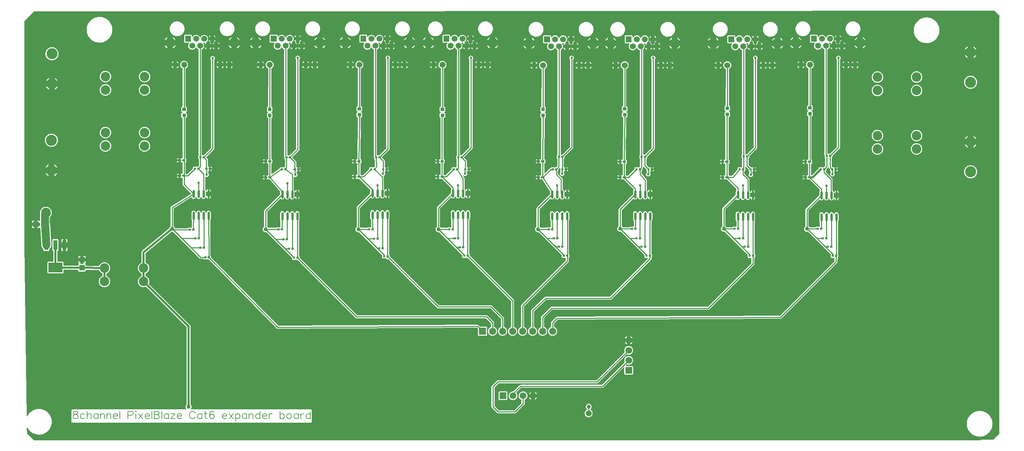
<source format=gtl>
G04 Layer: TopLayer*
G04 EasyEDA v6.5.9, 2022-07-19 10:17:32*
G04 949b56ed96714d3c9a1e36b78244d617,84c7e2b185e6486294edc9ff802fc075,10*
G04 Gerber Generator version 0.2*
G04 Scale: 100 percent, Rotated: No, Reflected: No *
G04 Dimensions in millimeters *
G04 leading zeros omitted , absolute positions ,4 integer and 5 decimal *
%FSLAX45Y45*%
%MOMM*%

%ADD10C,0.2032*%
%ADD11C,0.2540*%
%ADD12C,0.5000*%
%ADD13C,0.2550*%
%ADD14C,2.0000*%
%ADD15C,0.5740*%
%ADD16R,1.3500X1.4100*%
%ADD17R,0.8640X0.8065*%
%ADD18R,1.0500X2.4650*%
%ADD19C,1.4986*%
%ADD20C,2.6416*%
%ADD21C,2.8000*%
%ADD22C,2.4000*%
%ADD23C,1.8000*%
%ADD24C,1.7000*%
%ADD25R,1.7000X1.7000*%
%ADD26C,0.6100*%
%ADD27C,1.0000*%
%ADD28C,2.5000*%
%ADD29C,0.0118*%

%LPD*%
G36*
X1172616Y5753100D02*
G01*
X1168704Y5753862D01*
X1165402Y5756097D01*
X993495Y5928004D01*
X991362Y5931204D01*
X990549Y5935014D01*
X988821Y6064859D01*
X989533Y6068669D01*
X991565Y6071920D01*
X994714Y6074206D01*
X998474Y6075121D01*
X1002334Y6074562D01*
X1005687Y6072581D01*
X1008075Y6069533D01*
X1010056Y6065570D01*
X1023112Y6043930D01*
X1037793Y6023356D01*
X1054049Y6004001D01*
X1071778Y5985967D01*
X1090777Y5969355D01*
X1111046Y5954217D01*
X1132433Y5940755D01*
X1154836Y5928969D01*
X1178001Y5918962D01*
X1201928Y5910783D01*
X1226413Y5904484D01*
X1251305Y5900115D01*
X1276451Y5897676D01*
X1301699Y5897168D01*
X1326946Y5898642D01*
X1351991Y5902045D01*
X1376680Y5907379D01*
X1400911Y5914644D01*
X1424482Y5923737D01*
X1447292Y5934659D01*
X1469186Y5947308D01*
X1490014Y5961583D01*
X1509674Y5977432D01*
X1528064Y5994806D01*
X1545031Y6013500D01*
X1560525Y6033516D01*
X1574444Y6054598D01*
X1586636Y6076746D01*
X1597101Y6099759D01*
X1605737Y6123482D01*
X1612493Y6147866D01*
X1617370Y6172657D01*
X1620316Y6197752D01*
X1621282Y6223000D01*
X1620316Y6248247D01*
X1617370Y6273342D01*
X1612493Y6298133D01*
X1605737Y6322517D01*
X1597101Y6346240D01*
X1586636Y6369253D01*
X1574444Y6391402D01*
X1560525Y6412484D01*
X1545031Y6432499D01*
X1528064Y6451193D01*
X1509674Y6468567D01*
X1490014Y6484416D01*
X1469186Y6498691D01*
X1447292Y6511340D01*
X1424482Y6522262D01*
X1400911Y6531356D01*
X1376680Y6538620D01*
X1351991Y6543954D01*
X1326946Y6547357D01*
X1301699Y6548831D01*
X1276451Y6548323D01*
X1251305Y6545884D01*
X1226413Y6541516D01*
X1201928Y6535216D01*
X1178001Y6527038D01*
X1154836Y6517030D01*
X1132433Y6505244D01*
X1111046Y6491782D01*
X1090777Y6476644D01*
X1071778Y6460032D01*
X1054049Y6441998D01*
X1037793Y6422644D01*
X1023112Y6402070D01*
X1010056Y6380429D01*
X1003960Y6368338D01*
X1001115Y6364833D01*
X997102Y6362954D01*
X992581Y6362954D01*
X988568Y6364884D01*
X985774Y6368389D01*
X984707Y6372758D01*
X927100Y10706049D01*
X927100Y16391483D01*
X927862Y16395395D01*
X930097Y16398697D01*
X1178102Y16646702D01*
X1181404Y16648938D01*
X1185316Y16649700D01*
X6883400Y16649700D01*
X25535483Y16662400D01*
X25539395Y16661638D01*
X25542697Y16659402D01*
X25663702Y16538397D01*
X25665938Y16535095D01*
X25666700Y16531183D01*
X25666700Y16526916D01*
X25665938Y16523004D01*
X25663702Y16519702D01*
X25654711Y16510711D01*
X25654000Y16508984D01*
X25654000Y5922416D01*
X25653238Y5918504D01*
X25651002Y5915202D01*
X25504597Y5768797D01*
X25501295Y5766562D01*
X25497383Y5765800D01*
X25197816Y5765800D01*
X25196088Y5765088D01*
X25187097Y5756097D01*
X25183795Y5753862D01*
X25179883Y5753100D01*
G37*

%LPC*%
G36*
X25164999Y5846368D02*
G01*
X25190246Y5847842D01*
X25215291Y5851245D01*
X25239980Y5856579D01*
X25264211Y5863844D01*
X25287782Y5872937D01*
X25310592Y5883859D01*
X25332486Y5896508D01*
X25353314Y5910783D01*
X25372974Y5926632D01*
X25391364Y5944006D01*
X25408331Y5962700D01*
X25423825Y5982716D01*
X25437744Y6003798D01*
X25449936Y6025946D01*
X25460401Y6048959D01*
X25469037Y6072682D01*
X25475793Y6097066D01*
X25480670Y6121857D01*
X25483616Y6146952D01*
X25484582Y6172200D01*
X25483616Y6197447D01*
X25480670Y6222542D01*
X25475793Y6247333D01*
X25469037Y6271717D01*
X25460401Y6295440D01*
X25449936Y6318453D01*
X25437744Y6340602D01*
X25423825Y6361684D01*
X25408331Y6381699D01*
X25391364Y6400393D01*
X25372974Y6417767D01*
X25353314Y6433616D01*
X25332486Y6447891D01*
X25310592Y6460540D01*
X25287782Y6471462D01*
X25264211Y6480556D01*
X25239980Y6487820D01*
X25215291Y6493154D01*
X25190246Y6496558D01*
X25164999Y6498031D01*
X25139751Y6497523D01*
X25114605Y6495084D01*
X25089713Y6490716D01*
X25065228Y6484416D01*
X25041301Y6476238D01*
X25018136Y6466230D01*
X24995733Y6454444D01*
X24974346Y6440982D01*
X24954077Y6425844D01*
X24935078Y6409232D01*
X24917349Y6391198D01*
X24901093Y6371844D01*
X24886412Y6351270D01*
X24873356Y6329629D01*
X24862028Y6307074D01*
X24852477Y6283655D01*
X24844756Y6259576D01*
X24838914Y6234988D01*
X24835002Y6210046D01*
X24833021Y6184849D01*
X24833021Y6159550D01*
X24835002Y6134354D01*
X24838914Y6109411D01*
X24844756Y6084824D01*
X24852477Y6060744D01*
X24862028Y6037326D01*
X24873356Y6014770D01*
X24886412Y5993130D01*
X24901093Y5972556D01*
X24917349Y5953201D01*
X24935078Y5935167D01*
X24954077Y5918555D01*
X24974346Y5903417D01*
X24995733Y5889955D01*
X25018136Y5878169D01*
X25041301Y5868162D01*
X25065228Y5859983D01*
X25089713Y5853684D01*
X25114605Y5849315D01*
X25139751Y5846876D01*
G37*
G36*
X2149398Y6196838D02*
G01*
X8190687Y6196838D01*
X8196986Y6197549D01*
X8202472Y6199479D01*
X8207349Y6202527D01*
X8211464Y6206642D01*
X8214512Y6211519D01*
X8216442Y6217005D01*
X8217153Y6223304D01*
X8217153Y6510477D01*
X8216442Y6516776D01*
X8214512Y6522262D01*
X8211464Y6527139D01*
X8207349Y6531254D01*
X8202472Y6534302D01*
X8196986Y6536232D01*
X8190687Y6536944D01*
X5157012Y6536944D01*
X5153253Y6537655D01*
X5150053Y6539687D01*
X5147818Y6542785D01*
X5146852Y6546443D01*
X5147360Y6550253D01*
X5149189Y6553555D01*
X5154777Y6560362D01*
X5160721Y6570319D01*
X5165039Y6581089D01*
X5167680Y6592417D01*
X5168595Y6604000D01*
X5167680Y6615582D01*
X5165039Y6626910D01*
X5160721Y6637680D01*
X5154777Y6647637D01*
X5147005Y6656933D01*
X5144516Y6660388D01*
X5143601Y6664502D01*
X5143601Y8644280D01*
X5143398Y8648954D01*
X5142839Y8653322D01*
X5141874Y8657691D01*
X5140553Y8661908D01*
X5138826Y8666022D01*
X5136794Y8669934D01*
X5134406Y8673693D01*
X5131714Y8677198D01*
X5128564Y8680653D01*
X4087774Y9721443D01*
X4085539Y9724745D01*
X4084777Y9728606D01*
X4085539Y9732518D01*
X4088079Y9738614D01*
X4092600Y9754311D01*
X4095343Y9770465D01*
X4096258Y9786823D01*
X4095343Y9803130D01*
X4092600Y9819284D01*
X4088079Y9834981D01*
X4081830Y9850120D01*
X4073906Y9864394D01*
X4064457Y9877755D01*
X4053535Y9889947D01*
X4041343Y9900869D01*
X4027982Y9910318D01*
X4013708Y9918242D01*
X4007561Y9920782D01*
X4004259Y9922967D01*
X4002074Y9926269D01*
X4001312Y9930180D01*
X4001312Y9983419D01*
X4002074Y9987330D01*
X4004259Y9990632D01*
X4007561Y9992817D01*
X4013708Y9995357D01*
X4027982Y10003282D01*
X4041343Y10012730D01*
X4053535Y10023652D01*
X4064457Y10035844D01*
X4073906Y10049205D01*
X4081830Y10063480D01*
X4088079Y10078618D01*
X4092600Y10094315D01*
X4095343Y10110470D01*
X4096258Y10126776D01*
X4095343Y10143134D01*
X4092600Y10159288D01*
X4088079Y10174986D01*
X4081830Y10190124D01*
X4073906Y10204399D01*
X4064457Y10217759D01*
X4053535Y10229951D01*
X4041343Y10240873D01*
X4027982Y10250322D01*
X4013708Y10258247D01*
X4007612Y10260736D01*
X4004360Y10262971D01*
X4002125Y10266222D01*
X4001363Y10270134D01*
X4001363Y10500258D01*
X4002328Y10504576D01*
X4005072Y10508081D01*
X4659325Y11047476D01*
X4662525Y11049254D01*
X4666183Y11049762D01*
X4676495Y11049355D01*
X4688027Y11050727D01*
X4691075Y11050625D01*
X4693970Y11049609D01*
X4696409Y11047780D01*
X5369864Y10374376D01*
X5376062Y10369245D01*
X5382768Y10365689D01*
X5389981Y10363504D01*
X5398008Y10362692D01*
X5462371Y10362692D01*
X5465622Y10362133D01*
X5468569Y10360609D01*
X5474919Y10354106D01*
X5479846Y10351008D01*
X5485282Y10349128D01*
X5491581Y10348366D01*
X5547055Y10348366D01*
X5553354Y10349128D01*
X5558586Y10350906D01*
X5561533Y10351516D01*
X5564581Y10351160D01*
X5567680Y10349738D01*
X5573115Y10347807D01*
X5579465Y10347096D01*
X5600750Y10347096D01*
X5604662Y10346334D01*
X5608015Y10344048D01*
X7325410Y8596579D01*
X7331608Y8591448D01*
X7338212Y8587790D01*
X7345425Y8585555D01*
X7354011Y8584692D01*
X12400432Y8609990D01*
X12404344Y8609228D01*
X12407696Y8606993D01*
X12428728Y8585962D01*
X12430912Y8582710D01*
X12431674Y8578799D01*
X12431674Y8432292D01*
X12432385Y8425942D01*
X12434316Y8420506D01*
X12437414Y8415578D01*
X12441478Y8411514D01*
X12446406Y8408416D01*
X12451842Y8406485D01*
X12458192Y8405774D01*
X12637008Y8405774D01*
X12643358Y8406485D01*
X12648793Y8408416D01*
X12653721Y8411514D01*
X12657785Y8415578D01*
X12660884Y8420506D01*
X12662814Y8425942D01*
X12663525Y8432292D01*
X12663525Y8611108D01*
X12662814Y8617458D01*
X12660884Y8622893D01*
X12657785Y8627821D01*
X12653721Y8631885D01*
X12648793Y8634984D01*
X12643358Y8636914D01*
X12637008Y8637625D01*
X12490500Y8637625D01*
X12486589Y8638387D01*
X12483338Y8640572D01*
X12448235Y8675624D01*
X12442037Y8680754D01*
X12435332Y8684310D01*
X12428118Y8686495D01*
X12419888Y8687308D01*
X7373721Y8662009D01*
X7369759Y8662771D01*
X7366406Y8665057D01*
X5661710Y10399572D01*
X5659526Y10402874D01*
X5658815Y10406684D01*
X5658815Y10429036D01*
X5658053Y10435336D01*
X5656173Y10440771D01*
X5653074Y10445699D01*
X5646420Y10452049D01*
X5644794Y10455046D01*
X5644235Y10458348D01*
X5639866Y11342979D01*
X5640324Y11346078D01*
X5641746Y11348923D01*
X5647994Y11357711D01*
X5651957Y11366296D01*
X5654446Y11375491D01*
X5655310Y11385397D01*
X5655310Y11530634D01*
X5654446Y11540591D01*
X5651957Y11549786D01*
X5647944Y11558371D01*
X5642508Y11566194D01*
X5635752Y11572900D01*
X5627979Y11578336D01*
X5619343Y11582400D01*
X5610199Y11584838D01*
X5600700Y11585651D01*
X5591200Y11584838D01*
X5582056Y11582400D01*
X5573420Y11578336D01*
X5565648Y11572900D01*
X5558891Y11566194D01*
X5553456Y11558371D01*
X5549442Y11549786D01*
X5547004Y11540794D01*
X5544972Y11536883D01*
X5541518Y11534190D01*
X5537200Y11533225D01*
X5532882Y11534190D01*
X5529427Y11536883D01*
X5527395Y11540794D01*
X5524957Y11549786D01*
X5520944Y11558371D01*
X5515508Y11566194D01*
X5508752Y11572900D01*
X5500979Y11578336D01*
X5492343Y11582400D01*
X5483199Y11584838D01*
X5473700Y11585651D01*
X5464200Y11584838D01*
X5455056Y11582400D01*
X5446420Y11578336D01*
X5438648Y11572900D01*
X5431891Y11566194D01*
X5426456Y11558371D01*
X5422442Y11549786D01*
X5420004Y11540794D01*
X5417972Y11536883D01*
X5414518Y11534190D01*
X5410200Y11533225D01*
X5405882Y11534190D01*
X5402427Y11536883D01*
X5400395Y11540794D01*
X5397957Y11549786D01*
X5393944Y11558371D01*
X5388508Y11566194D01*
X5381752Y11572900D01*
X5373979Y11578336D01*
X5365343Y11582400D01*
X5356199Y11584838D01*
X5346700Y11585651D01*
X5337200Y11584838D01*
X5328056Y11582400D01*
X5319420Y11578336D01*
X5311648Y11572900D01*
X5304891Y11566194D01*
X5299456Y11558371D01*
X5295442Y11549786D01*
X5293004Y11540794D01*
X5290972Y11536883D01*
X5287518Y11534190D01*
X5283200Y11533225D01*
X5278882Y11534190D01*
X5275427Y11536883D01*
X5273395Y11540794D01*
X5270957Y11549786D01*
X5266944Y11558371D01*
X5261508Y11566194D01*
X5254752Y11572900D01*
X5246979Y11578336D01*
X5238343Y11582400D01*
X5229199Y11584838D01*
X5219700Y11585651D01*
X5210200Y11584838D01*
X5201056Y11582400D01*
X5192420Y11578336D01*
X5184648Y11572900D01*
X5177891Y11566194D01*
X5172456Y11558371D01*
X5168442Y11549786D01*
X5165953Y11540591D01*
X5165090Y11530634D01*
X5165090Y11385397D01*
X5165953Y11375491D01*
X5168442Y11366296D01*
X5172456Y11357660D01*
X5176875Y11351310D01*
X5178298Y11348466D01*
X5178704Y11345265D01*
X5174843Y11160760D01*
X5174030Y11157051D01*
X5171948Y11153902D01*
X5168798Y11151717D01*
X5165090Y11150854D01*
X5159654Y11151971D01*
X5153355Y11152682D01*
X5097881Y11152682D01*
X5091582Y11151971D01*
X5086146Y11150092D01*
X5081219Y11146993D01*
X5074869Y11140490D01*
X5071922Y11138966D01*
X5068671Y11138408D01*
X4756251Y11138408D01*
X4751882Y11139424D01*
X4748326Y11142218D01*
X4746396Y11146231D01*
X4745939Y11148110D01*
X4741621Y11158880D01*
X4735677Y11168837D01*
X4728260Y11177828D01*
X4719574Y11185550D01*
X4716830Y11187328D01*
X4714392Y11189614D01*
X4712766Y11192560D01*
X4712208Y11195862D01*
X4712208Y11632031D01*
X4712766Y11635384D01*
X4714392Y11638330D01*
X4716830Y11640566D01*
X5154117Y11923217D01*
X5158130Y11924741D01*
X5162448Y11924436D01*
X5166207Y11922404D01*
X5168849Y11918950D01*
X5172456Y11911228D01*
X5177891Y11903405D01*
X5184648Y11896699D01*
X5192420Y11891264D01*
X5201056Y11887200D01*
X5210200Y11884761D01*
X5219700Y11883948D01*
X5229199Y11884761D01*
X5238343Y11887200D01*
X5246979Y11891264D01*
X5254752Y11896699D01*
X5261508Y11903405D01*
X5266944Y11911228D01*
X5270957Y11919813D01*
X5273395Y11928805D01*
X5275427Y11932716D01*
X5278882Y11935409D01*
X5283200Y11936374D01*
X5287518Y11935409D01*
X5290972Y11932716D01*
X5293004Y11928805D01*
X5295442Y11919813D01*
X5299456Y11911228D01*
X5304891Y11903405D01*
X5311648Y11896699D01*
X5319420Y11891264D01*
X5328056Y11887200D01*
X5337200Y11884761D01*
X5346700Y11883948D01*
X5356199Y11884761D01*
X5365343Y11887200D01*
X5373979Y11891264D01*
X5381752Y11896699D01*
X5388508Y11903405D01*
X5393944Y11911228D01*
X5397957Y11919813D01*
X5400395Y11928805D01*
X5402427Y11932716D01*
X5405882Y11935409D01*
X5410200Y11936374D01*
X5414518Y11935409D01*
X5417972Y11932716D01*
X5420004Y11928805D01*
X5422442Y11919813D01*
X5426456Y11911228D01*
X5431891Y11903405D01*
X5438648Y11896699D01*
X5446420Y11891264D01*
X5455056Y11887200D01*
X5464200Y11884761D01*
X5473700Y11883948D01*
X5483199Y11884761D01*
X5492343Y11887200D01*
X5500979Y11891264D01*
X5508752Y11896699D01*
X5515508Y11903405D01*
X5520944Y11911228D01*
X5524957Y11919813D01*
X5527395Y11928805D01*
X5529427Y11932716D01*
X5532882Y11935409D01*
X5537200Y11936374D01*
X5541518Y11935409D01*
X5544972Y11932716D01*
X5547004Y11928805D01*
X5549442Y11919813D01*
X5553456Y11911228D01*
X5558891Y11903405D01*
X5565648Y11896699D01*
X5573420Y11891264D01*
X5580024Y11888165D01*
X5580024Y11954357D01*
X5538470Y11954357D01*
X5534558Y11955119D01*
X5531307Y11957304D01*
X5529072Y11960606D01*
X5528310Y11964517D01*
X5528310Y12058650D01*
X5529072Y12062561D01*
X5531307Y12065812D01*
X5534558Y12068048D01*
X5538470Y12068810D01*
X5580024Y12068810D01*
X5580024Y12135002D01*
X5573420Y12131903D01*
X5565648Y12126468D01*
X5558891Y12119711D01*
X5553456Y12111939D01*
X5549442Y12103303D01*
X5547004Y12094311D01*
X5544972Y12090450D01*
X5541518Y12087758D01*
X5537200Y12086793D01*
X5532882Y12087758D01*
X5529427Y12090450D01*
X5527395Y12094311D01*
X5524957Y12103303D01*
X5520944Y12111939D01*
X5513070Y12123267D01*
X5512308Y12127128D01*
X5512308Y12436398D01*
X5513120Y12440412D01*
X5515406Y12443714D01*
X5518810Y12445898D01*
X5522823Y12446558D01*
X5526786Y12445644D01*
X5530596Y12443815D01*
X5540095Y12441275D01*
X5549900Y12440412D01*
X5559704Y12441275D01*
X5569204Y12443815D01*
X5578094Y12447981D01*
X5586120Y12453620D01*
X5593080Y12460579D01*
X5598718Y12468606D01*
X5602884Y12477496D01*
X5605424Y12486995D01*
X5606288Y12496800D01*
X5605424Y12506604D01*
X5602884Y12516104D01*
X5598718Y12524994D01*
X5593080Y12533020D01*
X5591505Y12534646D01*
X5589270Y12537948D01*
X5588508Y12541808D01*
X5588508Y12586614D01*
X5589371Y12590780D01*
X5591911Y12594183D01*
X5595569Y12596317D01*
X5599785Y12596723D01*
X5603544Y12596266D01*
X5610809Y12596266D01*
X5610809Y12629337D01*
X5609082Y12629337D01*
X5605170Y12630099D01*
X5601868Y12632334D01*
X5599684Y12635636D01*
X5598922Y12639497D01*
X5598922Y12658902D01*
X5599684Y12662763D01*
X5601868Y12666065D01*
X5605170Y12668300D01*
X5609082Y12669062D01*
X5610809Y12669062D01*
X5610809Y12702082D01*
X5603544Y12702082D01*
X5593029Y12700711D01*
X5589270Y12701574D01*
X5586120Y12703810D01*
X5584037Y12707061D01*
X5583326Y12710820D01*
X5583326Y12874955D01*
X5582513Y12882981D01*
X5580329Y12890195D01*
X5576773Y12896900D01*
X5571642Y12903098D01*
X5540654Y12934137D01*
X5538470Y12937388D01*
X5537708Y12941300D01*
X5538470Y12945211D01*
X5540654Y12948462D01*
X5729224Y13137083D01*
X5734354Y13143280D01*
X5737910Y13149986D01*
X5740095Y13157200D01*
X5740908Y13165226D01*
X5740908Y15414498D01*
X5741670Y15418358D01*
X5743905Y15421660D01*
X5745480Y15423286D01*
X5751118Y15431312D01*
X5755284Y15440202D01*
X5757824Y15449702D01*
X5758688Y15459506D01*
X5757824Y15469311D01*
X5755284Y15478760D01*
X5751118Y15487700D01*
X5745480Y15495727D01*
X5738520Y15502686D01*
X5730494Y15508325D01*
X5721604Y15512491D01*
X5712104Y15515031D01*
X5702300Y15515894D01*
X5692495Y15515031D01*
X5682996Y15512491D01*
X5674106Y15508325D01*
X5666079Y15502686D01*
X5659120Y15495727D01*
X5653481Y15487700D01*
X5649315Y15478760D01*
X5646775Y15469311D01*
X5645912Y15459506D01*
X5646775Y15449702D01*
X5649315Y15440202D01*
X5653481Y15431312D01*
X5659120Y15423286D01*
X5660694Y15421660D01*
X5662930Y15418358D01*
X5663692Y15414498D01*
X5663692Y13184936D01*
X5662930Y13181025D01*
X5660694Y13177723D01*
X5480151Y12997180D01*
X5476849Y12994995D01*
X5472988Y12994182D01*
X5451144Y12994182D01*
X5444845Y12993471D01*
X5438952Y12991439D01*
X5435600Y12990880D01*
X5430215Y12992150D01*
X5426659Y12994284D01*
X5424271Y12997688D01*
X5423408Y13001752D01*
X5423408Y15673425D01*
X5424119Y15677184D01*
X5426202Y15680385D01*
X5429300Y15682620D01*
X5433263Y15684500D01*
X5444591Y15691713D01*
X5454904Y15700400D01*
X5463895Y15710407D01*
X5471566Y15721533D01*
X5477408Y15733166D01*
X5479745Y15736214D01*
X5480710Y15736722D01*
X5480202Y15738754D01*
X5480761Y15742564D01*
X5482031Y15746272D01*
X5484723Y15759430D01*
X5485638Y15772892D01*
X5484723Y15786354D01*
X5482031Y15799511D01*
X5480761Y15803219D01*
X5480202Y15807029D01*
X5480710Y15809061D01*
X5479745Y15809569D01*
X5477408Y15812617D01*
X5471566Y15824250D01*
X5463946Y15835325D01*
X5462422Y15838830D01*
X5462320Y15842640D01*
X5463590Y15846247D01*
X5466130Y15849092D01*
X5469534Y15850819D01*
X5473344Y15851174D01*
X5483047Y15850209D01*
X5496509Y15850616D01*
X5498998Y15851073D01*
X5503062Y15850920D01*
X5506720Y15849244D01*
X5509463Y15846196D01*
X5510784Y15842386D01*
X5510479Y15838373D01*
X5508650Y15834766D01*
X5504891Y15829940D01*
X5498033Y15818357D01*
X5497322Y15816681D01*
X5544210Y15816681D01*
X5544210Y15863366D01*
X5545124Y15867634D01*
X5547766Y15871139D01*
X5556504Y15878454D01*
X5565495Y15888462D01*
X5573166Y15899587D01*
X5579008Y15911220D01*
X5581345Y15914268D01*
X5582310Y15914776D01*
X5581802Y15916808D01*
X5582361Y15920618D01*
X5583631Y15924326D01*
X5586323Y15937484D01*
X5587238Y15950946D01*
X5586323Y15964407D01*
X5583631Y15977565D01*
X5582361Y15981273D01*
X5581802Y15985083D01*
X5582310Y15987115D01*
X5581345Y15987623D01*
X5579008Y15990671D01*
X5573166Y16002304D01*
X5565495Y16013430D01*
X5556504Y16023437D01*
X5546191Y16032124D01*
X5534863Y16039338D01*
X5522620Y16045027D01*
X5509768Y16048990D01*
X5496509Y16051276D01*
X5483047Y16051682D01*
X5469636Y16050361D01*
X5456529Y16047212D01*
X5443982Y16042386D01*
X5432145Y16035934D01*
X5421325Y16027958D01*
X5411622Y16018560D01*
X5403291Y16007994D01*
X5396433Y15996412D01*
X5394248Y15991281D01*
X5392115Y15988131D01*
X5388965Y15985947D01*
X5385257Y15985083D01*
X5381447Y15985693D01*
X5378145Y15987623D01*
X5375808Y15990671D01*
X5369966Y16002304D01*
X5362295Y16013430D01*
X5353304Y16023437D01*
X5342991Y16032124D01*
X5331663Y16039338D01*
X5319420Y16045027D01*
X5306568Y16048990D01*
X5293309Y16051276D01*
X5279847Y16051682D01*
X5266436Y16050361D01*
X5253329Y16047212D01*
X5240782Y16042386D01*
X5228945Y16035934D01*
X5218125Y16027958D01*
X5208422Y16018560D01*
X5199735Y16007435D01*
X5196738Y16004235D01*
X5192674Y16002558D01*
X5188305Y16002812D01*
X5184444Y16004844D01*
X5181803Y16008299D01*
X5180838Y16012617D01*
X5180838Y16025317D01*
X5180126Y16031616D01*
X5178196Y16037102D01*
X5175148Y16041979D01*
X5171033Y16046094D01*
X5166156Y16049142D01*
X5160670Y16051072D01*
X5154371Y16051784D01*
X5005628Y16051784D01*
X4999329Y16051072D01*
X4993843Y16049142D01*
X4988966Y16046094D01*
X4984851Y16041979D01*
X4981803Y16037102D01*
X4979873Y16031616D01*
X4979162Y16025317D01*
X4979162Y15876574D01*
X4979873Y15870275D01*
X4981803Y15864789D01*
X4984851Y15859912D01*
X4988966Y15855797D01*
X4993843Y15852749D01*
X4999329Y15850819D01*
X5005628Y15850107D01*
X5093411Y15850107D01*
X5097830Y15849092D01*
X5101386Y15846298D01*
X5103317Y15842234D01*
X5103368Y15837712D01*
X5101386Y15833648D01*
X5098491Y15829940D01*
X5091633Y15818357D01*
X5086350Y15805962D01*
X5082794Y15792957D01*
X5081016Y15779648D01*
X5081016Y15766135D01*
X5082794Y15752826D01*
X5086350Y15739821D01*
X5091633Y15727426D01*
X5098491Y15715843D01*
X5106822Y15705277D01*
X5116525Y15695879D01*
X5127345Y15687903D01*
X5139182Y15681451D01*
X5151729Y15676626D01*
X5164836Y15673476D01*
X5178247Y15672155D01*
X5191709Y15672562D01*
X5204968Y15674848D01*
X5217820Y15678810D01*
X5230063Y15684500D01*
X5241391Y15691713D01*
X5251704Y15700400D01*
X5260695Y15710407D01*
X5268366Y15721533D01*
X5274208Y15733166D01*
X5276545Y15736214D01*
X5279847Y15738144D01*
X5283657Y15738754D01*
X5287365Y15737890D01*
X5290515Y15735706D01*
X5292648Y15732556D01*
X5294833Y15727426D01*
X5301691Y15715843D01*
X5310022Y15705277D01*
X5319725Y15695879D01*
X5330545Y15687903D01*
X5340908Y15682213D01*
X5343702Y15679978D01*
X5345531Y15676880D01*
X5346192Y15673324D01*
X5346192Y12990982D01*
X5345785Y12988137D01*
X5344617Y12985496D01*
X5340756Y12979501D01*
X5338826Y12974066D01*
X5338114Y12967716D01*
X5338114Y12914884D01*
X5338826Y12908534D01*
X5340756Y12903098D01*
X5343855Y12898170D01*
X5347919Y12894106D01*
X5351475Y12891160D01*
X5353151Y12888214D01*
X5353710Y12884861D01*
X5353710Y12722555D01*
X5352948Y12718643D01*
X5350713Y12715341D01*
X5340451Y12705080D01*
X5337149Y12702895D01*
X5333288Y12702082D01*
X5311444Y12702082D01*
X5305145Y12701371D01*
X5299252Y12699339D01*
X5295900Y12698780D01*
X5292547Y12699339D01*
X5286654Y12701371D01*
X5280355Y12702082D01*
X5224881Y12702082D01*
X5218582Y12701371D01*
X5213146Y12699492D01*
X5208219Y12696393D01*
X5204155Y12692329D01*
X5201056Y12687401D01*
X5199126Y12681966D01*
X5198414Y12675616D01*
X5198414Y12653822D01*
X5197652Y12649911D01*
X5195468Y12646609D01*
X5061813Y12513005D01*
X5058511Y12510770D01*
X5054600Y12510008D01*
X5037582Y12510008D01*
X5034330Y12510566D01*
X5031384Y12512090D01*
X5025034Y12518593D01*
X5021783Y12520676D01*
X5019243Y12522911D01*
X5017566Y12525908D01*
X5017008Y12529261D01*
X5017008Y12807238D01*
X5017566Y12810591D01*
X5019243Y12813588D01*
X5021783Y12815824D01*
X5025034Y12817906D01*
X5029098Y12821970D01*
X5032197Y12826898D01*
X5034127Y12832334D01*
X5034838Y12838684D01*
X5034838Y12891516D01*
X5034127Y12897866D01*
X5032197Y12903301D01*
X5029098Y12908229D01*
X5025034Y12912293D01*
X5021783Y12914376D01*
X5019243Y12916611D01*
X5017566Y12919608D01*
X5017008Y12922961D01*
X5017008Y13933220D01*
X5017668Y13936827D01*
X5019598Y13939977D01*
X5022494Y13942263D01*
X5027371Y13943431D01*
X5032806Y13945362D01*
X5037734Y13948460D01*
X5041798Y13952524D01*
X5044897Y13957452D01*
X5046776Y13962888D01*
X5047488Y13969238D01*
X5047488Y14048740D01*
X5046776Y14055039D01*
X5044897Y14060525D01*
X5041798Y14065402D01*
X5037734Y14069517D01*
X5032806Y14072565D01*
X5026761Y14074698D01*
X5023205Y14076832D01*
X5020767Y14080236D01*
X5019954Y14084300D01*
X5020767Y14088363D01*
X5023205Y14091767D01*
X5026761Y14093901D01*
X5032806Y14096034D01*
X5037734Y14099082D01*
X5041798Y14103197D01*
X5044897Y14108074D01*
X5046776Y14113560D01*
X5047488Y14119860D01*
X5047488Y14199362D01*
X5046776Y14205712D01*
X5044897Y14211147D01*
X5041798Y14216075D01*
X5037734Y14220139D01*
X5032806Y14223238D01*
X5027371Y14225168D01*
X5022545Y14226336D01*
X5019598Y14228622D01*
X5017668Y14231772D01*
X5017008Y14235379D01*
X5017262Y15191587D01*
X5017973Y15195346D01*
X5020005Y15198547D01*
X5023104Y15200782D01*
X5027117Y15202662D01*
X5038445Y15209875D01*
X5048758Y15218562D01*
X5057749Y15228569D01*
X5065420Y15239695D01*
X5071465Y15251684D01*
X5075885Y15264434D01*
X5078577Y15277592D01*
X5079492Y15291054D01*
X5078577Y15304516D01*
X5075885Y15317673D01*
X5071465Y15330424D01*
X5065420Y15342412D01*
X5057749Y15353538D01*
X5048758Y15363545D01*
X5038445Y15372232D01*
X5027117Y15379446D01*
X5014874Y15385135D01*
X5002022Y15389098D01*
X4988763Y15391384D01*
X4975301Y15391790D01*
X4961890Y15390469D01*
X4948783Y15387319D01*
X4936236Y15382494D01*
X4924399Y15376042D01*
X4913579Y15368066D01*
X4903876Y15358668D01*
X4895545Y15348102D01*
X4888687Y15336519D01*
X4883404Y15324124D01*
X4879848Y15311119D01*
X4878070Y15297810D01*
X4878070Y15284297D01*
X4879848Y15270988D01*
X4883404Y15257983D01*
X4888687Y15245588D01*
X4895545Y15234005D01*
X4903876Y15223439D01*
X4913579Y15214041D01*
X4924399Y15206065D01*
X4934762Y15200426D01*
X4937556Y15198140D01*
X4939385Y15195042D01*
X4940046Y15191486D01*
X4939792Y14235379D01*
X4939131Y14231772D01*
X4937201Y14228622D01*
X4934305Y14226387D01*
X4929428Y14225168D01*
X4923993Y14223238D01*
X4919065Y14220139D01*
X4915001Y14216075D01*
X4911902Y14211147D01*
X4910023Y14205712D01*
X4909312Y14199362D01*
X4909312Y14119860D01*
X4910023Y14113560D01*
X4911902Y14108074D01*
X4915001Y14103197D01*
X4919065Y14099082D01*
X4923993Y14096034D01*
X4930038Y14093901D01*
X4933594Y14091767D01*
X4936032Y14088363D01*
X4936845Y14084300D01*
X4936032Y14080236D01*
X4933594Y14076832D01*
X4930038Y14074698D01*
X4923993Y14072565D01*
X4919065Y14069517D01*
X4915001Y14065402D01*
X4911902Y14060525D01*
X4910023Y14055039D01*
X4909312Y14048740D01*
X4909312Y13969238D01*
X4910023Y13962888D01*
X4911902Y13957452D01*
X4915001Y13952524D01*
X4919065Y13948460D01*
X4923993Y13945362D01*
X4929428Y13943431D01*
X4934305Y13942263D01*
X4937201Y13939977D01*
X4939131Y13936827D01*
X4939792Y13933220D01*
X4939792Y12928142D01*
X4939131Y12924536D01*
X4937201Y12921386D01*
X4934305Y12919100D01*
X4930749Y12918033D01*
X4924145Y12917271D01*
X4918252Y12915239D01*
X4914900Y12914680D01*
X4911547Y12915239D01*
X4905654Y12917271D01*
X4899304Y12917982D01*
X4886502Y12917982D01*
X4886502Y12884962D01*
X4893818Y12884962D01*
X4897729Y12884200D01*
X4901031Y12881965D01*
X4903216Y12878663D01*
X4903978Y12874802D01*
X4903978Y12855397D01*
X4903216Y12851536D01*
X4901031Y12848234D01*
X4897729Y12845999D01*
X4893818Y12845237D01*
X4886502Y12845237D01*
X4886502Y12812166D01*
X4899304Y12812166D01*
X4905654Y12812928D01*
X4911547Y12814960D01*
X4914900Y12815519D01*
X4918252Y12814960D01*
X4924145Y12812928D01*
X4930749Y12812166D01*
X4934305Y12811099D01*
X4937201Y12808813D01*
X4939131Y12805664D01*
X4939792Y12802057D01*
X4939792Y12534442D01*
X4939131Y12530836D01*
X4937201Y12527686D01*
X4934305Y12525400D01*
X4930749Y12524333D01*
X4924145Y12523571D01*
X4918252Y12521539D01*
X4914900Y12520980D01*
X4911547Y12521539D01*
X4905654Y12523571D01*
X4899304Y12524282D01*
X4886502Y12524282D01*
X4886502Y12491262D01*
X4893818Y12491262D01*
X4897729Y12490500D01*
X4901031Y12488265D01*
X4903216Y12484963D01*
X4903978Y12481102D01*
X4903978Y12461697D01*
X4903216Y12457836D01*
X4901031Y12454534D01*
X4897729Y12452299D01*
X4893818Y12451537D01*
X4886502Y12451537D01*
X4886502Y12418466D01*
X4899304Y12418466D01*
X4905654Y12419228D01*
X4911547Y12421260D01*
X4914900Y12421819D01*
X4918252Y12421260D01*
X4924145Y12419228D01*
X4930749Y12418466D01*
X4934305Y12417399D01*
X4937201Y12415113D01*
X4939131Y12411964D01*
X4939792Y12408357D01*
X4939792Y12253366D01*
X4940604Y12245340D01*
X4942789Y12238126D01*
X4946345Y12231471D01*
X4951476Y12225223D01*
X5149697Y12026950D01*
X5152136Y12023140D01*
X5152644Y12018721D01*
X5151170Y12014454D01*
X5148072Y12011253D01*
X4653076Y11691315D01*
X4646777Y11686286D01*
X4641850Y11680494D01*
X4638192Y11673890D01*
X4635906Y11666728D01*
X4634992Y11658041D01*
X4634992Y11195913D01*
X4634534Y11192865D01*
X4633163Y11190071D01*
X4630978Y11187836D01*
X4623104Y11181842D01*
X4615078Y11173460D01*
X4608372Y11163960D01*
X4603242Y11153546D01*
X4599736Y11142472D01*
X4598162Y11132312D01*
X4596942Y11128857D01*
X4594555Y11126012D01*
X3918407Y10568635D01*
X3911752Y10562082D01*
X3906621Y10554868D01*
X3902811Y10546892D01*
X3900424Y10538358D01*
X3899560Y10528604D01*
X3899560Y10270185D01*
X3898798Y10266324D01*
X3896563Y10263022D01*
X3893261Y10260787D01*
X3887063Y10258247D01*
X3872788Y10250322D01*
X3859428Y10240873D01*
X3847236Y10229951D01*
X3836314Y10217759D01*
X3826865Y10204399D01*
X3818940Y10190124D01*
X3812692Y10174986D01*
X3808171Y10159288D01*
X3805428Y10143134D01*
X3804513Y10126776D01*
X3805428Y10110470D01*
X3808171Y10094315D01*
X3812692Y10078618D01*
X3818940Y10063480D01*
X3826865Y10049205D01*
X3836314Y10035844D01*
X3847236Y10023652D01*
X3859428Y10012730D01*
X3872788Y10003282D01*
X3887063Y9995357D01*
X3893210Y9992817D01*
X3896512Y9990632D01*
X3898696Y9987330D01*
X3899509Y9983419D01*
X3899509Y9930180D01*
X3898696Y9926269D01*
X3896512Y9922967D01*
X3893210Y9920782D01*
X3887063Y9918242D01*
X3872788Y9910318D01*
X3859428Y9900869D01*
X3847236Y9889947D01*
X3836314Y9877755D01*
X3826865Y9864394D01*
X3818940Y9850120D01*
X3812692Y9834981D01*
X3808171Y9819284D01*
X3805428Y9803130D01*
X3804513Y9786823D01*
X3805428Y9770465D01*
X3808171Y9754311D01*
X3812692Y9738614D01*
X3818940Y9723475D01*
X3826865Y9709200D01*
X3836314Y9695840D01*
X3847236Y9683648D01*
X3859428Y9672726D01*
X3872788Y9663277D01*
X3887063Y9655352D01*
X3902201Y9649104D01*
X3917899Y9644583D01*
X3934053Y9641840D01*
X3950411Y9640925D01*
X3966718Y9641840D01*
X3982872Y9644583D01*
X3998569Y9649104D01*
X4004716Y9651644D01*
X4008577Y9652406D01*
X4012488Y9651644D01*
X4015790Y9649409D01*
X5038801Y8626398D01*
X5041036Y8623096D01*
X5041798Y8619185D01*
X5041798Y6664299D01*
X5041036Y6660489D01*
X5038953Y6657238D01*
X5034178Y6652259D01*
X5027472Y6642760D01*
X5022342Y6632346D01*
X5018836Y6621272D01*
X5017058Y6609791D01*
X5017058Y6598208D01*
X5018836Y6586728D01*
X5022342Y6575653D01*
X5027472Y6565239D01*
X5034178Y6555740D01*
X5035651Y6554165D01*
X5037785Y6550863D01*
X5038496Y6546951D01*
X5037683Y6543141D01*
X5035499Y6539890D01*
X5032197Y6537706D01*
X5028336Y6536944D01*
X2149398Y6536944D01*
X2143099Y6536232D01*
X2137613Y6534302D01*
X2132736Y6531254D01*
X2128621Y6527139D01*
X2125573Y6522262D01*
X2123643Y6516776D01*
X2122932Y6510477D01*
X2122932Y6223304D01*
X2123643Y6217005D01*
X2125573Y6211519D01*
X2128621Y6206642D01*
X2132736Y6202527D01*
X2137613Y6199479D01*
X2143099Y6197549D01*
G37*
G36*
X15236647Y6338163D02*
G01*
X15250109Y6338570D01*
X15263368Y6340856D01*
X15276220Y6344818D01*
X15288463Y6350508D01*
X15299791Y6357721D01*
X15310104Y6366408D01*
X15319095Y6376416D01*
X15326766Y6387541D01*
X15332811Y6399530D01*
X15337231Y6412280D01*
X15339923Y6425438D01*
X15340838Y6438900D01*
X15339923Y6452362D01*
X15337231Y6465519D01*
X15332811Y6478270D01*
X15326766Y6490258D01*
X15319095Y6501384D01*
X15310104Y6511391D01*
X15299791Y6520078D01*
X15287650Y6527800D01*
X15284907Y6530340D01*
X15283281Y6533692D01*
X15282976Y6537401D01*
X15284043Y6541007D01*
X15286329Y6543954D01*
X15294660Y6551371D01*
X15302077Y6560362D01*
X15308021Y6570319D01*
X15312339Y6581089D01*
X15314980Y6592417D01*
X15315895Y6604000D01*
X15314980Y6615582D01*
X15312339Y6626910D01*
X15308021Y6637680D01*
X15302077Y6647637D01*
X15294660Y6656628D01*
X15285974Y6664350D01*
X15276271Y6670649D01*
X15265654Y6675424D01*
X15254427Y6678472D01*
X15242895Y6679844D01*
X15231313Y6679387D01*
X15219883Y6677152D01*
X15208961Y6673240D01*
X15198750Y6667703D01*
X15189504Y6660642D01*
X15181478Y6652259D01*
X15174772Y6642760D01*
X15169642Y6632346D01*
X15166136Y6621272D01*
X15164358Y6609791D01*
X15164358Y6598208D01*
X15166136Y6586728D01*
X15169642Y6575653D01*
X15174772Y6565239D01*
X15181478Y6555740D01*
X15189504Y6547357D01*
X15193416Y6544360D01*
X15196057Y6541363D01*
X15197328Y6537553D01*
X15197074Y6533540D01*
X15195245Y6529984D01*
X15192146Y6527393D01*
X15185745Y6523888D01*
X15174925Y6515912D01*
X15165222Y6506514D01*
X15156891Y6495948D01*
X15150033Y6484366D01*
X15144750Y6471970D01*
X15141194Y6458966D01*
X15139416Y6445656D01*
X15139416Y6432143D01*
X15141194Y6418834D01*
X15144750Y6405829D01*
X15150033Y6393434D01*
X15156891Y6381851D01*
X15165222Y6371285D01*
X15174925Y6361887D01*
X15185745Y6353911D01*
X15197582Y6347460D01*
X15210129Y6342634D01*
X15223236Y6339484D01*
G37*
G36*
X12941808Y6438392D02*
G01*
X13372592Y6438392D01*
X13380618Y6439204D01*
X13387832Y6441389D01*
X13394537Y6444945D01*
X13400735Y6450076D01*
X13603224Y6652564D01*
X13608354Y6658762D01*
X13611910Y6665468D01*
X13614095Y6672681D01*
X13614907Y6680708D01*
X13614907Y6772605D01*
X13615568Y6776212D01*
X13617498Y6779361D01*
X13620394Y6781647D01*
X13633805Y6788556D01*
X13645438Y6796684D01*
X13655954Y6806234D01*
X13665149Y6817055D01*
X13672921Y6828993D01*
X13679068Y6841794D01*
X13683538Y6855256D01*
X13686282Y6869226D01*
X13687196Y6883400D01*
X13686282Y6897573D01*
X13683538Y6911543D01*
X13679068Y6925005D01*
X13672921Y6937806D01*
X13665149Y6949744D01*
X13655954Y6960565D01*
X13645438Y6970115D01*
X13633805Y6978243D01*
X13621207Y6984796D01*
X13607846Y6989724D01*
X13593978Y6992874D01*
X13579856Y6994245D01*
X13565632Y6993788D01*
X13551611Y6991502D01*
X13537996Y6987438D01*
X13524992Y6981698D01*
X13512850Y6974331D01*
X13501725Y6965492D01*
X13491870Y6955281D01*
X13483386Y6943902D01*
X13476376Y6931507D01*
X13471042Y6918350D01*
X13467435Y6904583D01*
X13465657Y6890512D01*
X13465657Y6876288D01*
X13467435Y6862216D01*
X13471042Y6848449D01*
X13476376Y6835292D01*
X13483386Y6822897D01*
X13491870Y6811518D01*
X13501725Y6801307D01*
X13512850Y6792468D01*
X13524992Y6785102D01*
X13531646Y6782155D01*
X13534847Y6779920D01*
X13536930Y6776669D01*
X13537692Y6772859D01*
X13537692Y6700418D01*
X13536930Y6696506D01*
X13534694Y6693204D01*
X13360095Y6518605D01*
X13356793Y6516370D01*
X13352881Y6515607D01*
X12961518Y6515607D01*
X12957606Y6516370D01*
X12954304Y6518605D01*
X12855905Y6617004D01*
X12853670Y6620306D01*
X12852908Y6624218D01*
X12852908Y7091781D01*
X12853670Y7095693D01*
X12855905Y7098995D01*
X12954304Y7197394D01*
X12957606Y7199630D01*
X12961518Y7200392D01*
X15455392Y7200392D01*
X15463418Y7201204D01*
X15470632Y7203389D01*
X15477337Y7206945D01*
X15483535Y7212075D01*
X16205149Y7933639D01*
X16208400Y7935823D01*
X16212261Y7936585D01*
X16216122Y7935874D01*
X16221049Y7933842D01*
X16234816Y7930235D01*
X16248888Y7928457D01*
X16263112Y7928457D01*
X16277183Y7930235D01*
X16290950Y7933842D01*
X16304107Y7939176D01*
X16316502Y7946186D01*
X16327882Y7954670D01*
X16338092Y7964525D01*
X16346932Y7975650D01*
X16354298Y7987792D01*
X16360089Y8000796D01*
X16364102Y8014411D01*
X16366388Y8028431D01*
X16366845Y8042656D01*
X16365474Y8056778D01*
X16362324Y8070646D01*
X16357396Y8084007D01*
X16350843Y8096605D01*
X16342715Y8108238D01*
X16333165Y8118754D01*
X16322344Y8127949D01*
X16310406Y8135721D01*
X16297605Y8141868D01*
X16284143Y8146338D01*
X16270173Y8149081D01*
X16256000Y8149996D01*
X16241826Y8149081D01*
X16227856Y8146338D01*
X16214394Y8141868D01*
X16201593Y8135721D01*
X16189655Y8127949D01*
X16178834Y8118754D01*
X16169284Y8108238D01*
X16161156Y8096605D01*
X16154603Y8084007D01*
X16149675Y8070646D01*
X16146526Y8056778D01*
X16145154Y8042656D01*
X16145611Y8028431D01*
X16147897Y8014411D01*
X16153434Y7995462D01*
X16152672Y7991500D01*
X16150437Y7988147D01*
X15442895Y7280605D01*
X15439593Y7278370D01*
X15435681Y7277608D01*
X12941808Y7277608D01*
X12933781Y7276795D01*
X12926568Y7274610D01*
X12919862Y7271054D01*
X12913664Y7265924D01*
X12787376Y7139635D01*
X12782245Y7133437D01*
X12778689Y7126731D01*
X12776504Y7119518D01*
X12775692Y7111492D01*
X12775692Y6604508D01*
X12776504Y6596481D01*
X12778689Y6589268D01*
X12782245Y6582562D01*
X12787376Y6576364D01*
X12913664Y6450076D01*
X12919862Y6444945D01*
X12926568Y6441389D01*
X12933781Y6439204D01*
G37*
G36*
X12983870Y6772503D02*
G01*
X13152729Y6772503D01*
X13159028Y6773214D01*
X13164515Y6775094D01*
X13169392Y6778193D01*
X13173506Y6782308D01*
X13176605Y6787184D01*
X13178485Y6792671D01*
X13179196Y6798970D01*
X13179196Y6967829D01*
X13178485Y6974128D01*
X13176605Y6979615D01*
X13173506Y6984492D01*
X13169392Y6988606D01*
X13164515Y6991705D01*
X13159028Y6993585D01*
X13152729Y6994296D01*
X12983870Y6994296D01*
X12977571Y6993585D01*
X12972084Y6991705D01*
X12967208Y6988606D01*
X12963093Y6984492D01*
X12959994Y6979615D01*
X12958114Y6974128D01*
X12957403Y6967829D01*
X12957403Y6798970D01*
X12958114Y6792671D01*
X12959994Y6787184D01*
X12963093Y6782308D01*
X12967208Y6778193D01*
X12972084Y6775094D01*
X12977571Y6773214D01*
G37*
G36*
X13325856Y6772554D02*
G01*
X13339978Y6773925D01*
X13353846Y6777075D01*
X13367207Y6782003D01*
X13379805Y6788556D01*
X13391438Y6796684D01*
X13401954Y6806234D01*
X13411149Y6817055D01*
X13418921Y6828993D01*
X13425068Y6841794D01*
X13429538Y6855256D01*
X13432282Y6869226D01*
X13433196Y6883400D01*
X13432282Y6897573D01*
X13429538Y6911543D01*
X13425068Y6925005D01*
X13418921Y6937806D01*
X13411149Y6949744D01*
X13408609Y6952691D01*
X13406780Y6955993D01*
X13406221Y6959701D01*
X13407034Y6963359D01*
X13409168Y6966458D01*
X13525804Y7083094D01*
X13529106Y7085330D01*
X13533018Y7086092D01*
X15595092Y7086092D01*
X15603118Y7086904D01*
X15610332Y7089089D01*
X15617037Y7092645D01*
X15623235Y7097775D01*
X16127730Y7602270D01*
X16131032Y7604455D01*
X16134943Y7605217D01*
X16138804Y7604455D01*
X16142106Y7602270D01*
X16144341Y7598968D01*
X16145103Y7595057D01*
X16145103Y7446670D01*
X16145814Y7440371D01*
X16147694Y7434884D01*
X16150793Y7430008D01*
X16154907Y7425893D01*
X16159784Y7422794D01*
X16165271Y7420914D01*
X16171570Y7420203D01*
X16340429Y7420203D01*
X16346728Y7420914D01*
X16352215Y7422794D01*
X16357092Y7425893D01*
X16361206Y7430008D01*
X16364305Y7434884D01*
X16366185Y7440371D01*
X16366896Y7446670D01*
X16366896Y7615529D01*
X16366185Y7621828D01*
X16364305Y7627315D01*
X16361206Y7632192D01*
X16357092Y7636306D01*
X16352215Y7639405D01*
X16346728Y7641285D01*
X16340429Y7641996D01*
X16192042Y7641996D01*
X16188131Y7642758D01*
X16184829Y7644993D01*
X16182644Y7648295D01*
X16181882Y7652156D01*
X16182644Y7656068D01*
X16184829Y7659370D01*
X16205149Y7679639D01*
X16208400Y7681823D01*
X16212261Y7682585D01*
X16216122Y7681874D01*
X16221049Y7679842D01*
X16234816Y7676235D01*
X16248888Y7674457D01*
X16263112Y7674457D01*
X16277183Y7676235D01*
X16290950Y7679842D01*
X16304107Y7685176D01*
X16316502Y7692186D01*
X16327882Y7700670D01*
X16338092Y7710525D01*
X16346932Y7721650D01*
X16354298Y7733792D01*
X16360089Y7746796D01*
X16364102Y7760411D01*
X16366388Y7774431D01*
X16366845Y7788656D01*
X16365474Y7802778D01*
X16362324Y7816646D01*
X16357396Y7830007D01*
X16350843Y7842605D01*
X16342715Y7854238D01*
X16333165Y7864754D01*
X16322344Y7873949D01*
X16310406Y7881721D01*
X16297605Y7887868D01*
X16284143Y7892338D01*
X16270173Y7895081D01*
X16256000Y7895996D01*
X16241826Y7895081D01*
X16227856Y7892338D01*
X16214394Y7887868D01*
X16201593Y7881721D01*
X16189655Y7873949D01*
X16178834Y7864754D01*
X16169284Y7854238D01*
X16161156Y7842605D01*
X16154603Y7830007D01*
X16149675Y7816646D01*
X16146526Y7802778D01*
X16145154Y7788656D01*
X16145611Y7774431D01*
X16147897Y7760411D01*
X16153434Y7741462D01*
X16152672Y7737500D01*
X16150437Y7734147D01*
X15582595Y7166305D01*
X15579293Y7164070D01*
X15575381Y7163308D01*
X13513307Y7163308D01*
X13505281Y7162495D01*
X13498068Y7160310D01*
X13491362Y7156754D01*
X13485164Y7151624D01*
X13330631Y6997141D01*
X13327481Y6995007D01*
X13323773Y6994144D01*
X13311632Y6993788D01*
X13297611Y6991502D01*
X13283996Y6987438D01*
X13270992Y6981698D01*
X13258850Y6974331D01*
X13247725Y6965492D01*
X13237870Y6955281D01*
X13229386Y6943902D01*
X13222376Y6931507D01*
X13217042Y6918350D01*
X13213435Y6904583D01*
X13211657Y6890512D01*
X13211657Y6876288D01*
X13213435Y6862216D01*
X13217042Y6848449D01*
X13222376Y6835292D01*
X13229386Y6822897D01*
X13237870Y6811518D01*
X13247725Y6801307D01*
X13258850Y6792468D01*
X13270992Y6785102D01*
X13283996Y6779310D01*
X13297611Y6775297D01*
X13311632Y6773011D01*
G37*
G36*
X13781430Y6783984D02*
G01*
X13781430Y6834530D01*
X13730833Y6834530D01*
X13737386Y6822897D01*
X13745870Y6811518D01*
X13755725Y6801307D01*
X13766850Y6792468D01*
X13778992Y6785102D01*
G37*
G36*
X13879169Y6784086D02*
G01*
X13887805Y6788556D01*
X13899438Y6796684D01*
X13909954Y6806234D01*
X13919149Y6817055D01*
X13926921Y6828993D01*
X13929613Y6834530D01*
X13879169Y6834530D01*
G37*
G36*
X13879169Y6932269D02*
G01*
X13929613Y6932269D01*
X13926921Y6937806D01*
X13919149Y6949744D01*
X13909954Y6960565D01*
X13899438Y6970115D01*
X13887805Y6978243D01*
X13879169Y6982714D01*
G37*
G36*
X13730833Y6932269D02*
G01*
X13781430Y6932269D01*
X13781430Y6982815D01*
X13778992Y6981698D01*
X13766850Y6974331D01*
X13755725Y6965492D01*
X13745870Y6955281D01*
X13737386Y6943902D01*
G37*
G36*
X16207130Y8193633D02*
G01*
X16207130Y8244230D01*
X16156584Y8244230D01*
X16157701Y8241792D01*
X16165068Y8229650D01*
X16173907Y8218525D01*
X16184118Y8208670D01*
X16195497Y8200186D01*
G37*
G36*
X16304869Y8193633D02*
G01*
X16316502Y8200186D01*
X16327882Y8208670D01*
X16338092Y8218525D01*
X16346932Y8229650D01*
X16354298Y8241792D01*
X16355415Y8244230D01*
X16304869Y8244230D01*
G37*
G36*
X16156686Y8341969D02*
G01*
X16207130Y8341969D01*
X16207130Y8392414D01*
X16201593Y8389721D01*
X16189655Y8381949D01*
X16178834Y8372754D01*
X16169284Y8362238D01*
X16161156Y8350605D01*
G37*
G36*
X16304869Y8341969D02*
G01*
X16355313Y8341969D01*
X16350843Y8350605D01*
X16342715Y8362238D01*
X16333165Y8372754D01*
X16322344Y8381949D01*
X16310406Y8389721D01*
X16304869Y8392414D01*
G37*
G36*
X13556335Y8406028D02*
G01*
X13570864Y8406028D01*
X13585291Y8407857D01*
X13599413Y8411464D01*
X13612926Y8416848D01*
X13625677Y8423859D01*
X13637463Y8432393D01*
X13648080Y8442350D01*
X13657376Y8453577D01*
X13665149Y8465870D01*
X13671346Y8479028D01*
X13675868Y8492896D01*
X13678560Y8507171D01*
X13679474Y8521700D01*
X13678560Y8536228D01*
X13675868Y8550503D01*
X13671346Y8564372D01*
X13665149Y8577529D01*
X13657376Y8589822D01*
X13648080Y8601049D01*
X13637463Y8611006D01*
X13625677Y8619540D01*
X13612926Y8626551D01*
X13608608Y8628278D01*
X13605256Y8630462D01*
X13603020Y8633764D01*
X13602207Y8637727D01*
X13602207Y9149181D01*
X13602969Y9153093D01*
X13605205Y9156395D01*
X14725904Y10277144D01*
X14731034Y10283342D01*
X14734590Y10290048D01*
X14736775Y10297261D01*
X14737588Y10305288D01*
X14737588Y10382859D01*
X14738146Y10386212D01*
X14739823Y10389209D01*
X14743480Y10392206D01*
X14747544Y10396270D01*
X14750643Y10401198D01*
X14752574Y10406634D01*
X14753285Y10412984D01*
X14753285Y10465816D01*
X14752574Y10472166D01*
X14750643Y10477601D01*
X14747544Y10482529D01*
X14743480Y10486593D01*
X14739924Y10489539D01*
X14738248Y10492486D01*
X14737689Y10495838D01*
X14737689Y11336832D01*
X14738146Y11339880D01*
X14739518Y11342624D01*
X14741144Y11344960D01*
X14745157Y11353596D01*
X14747646Y11362791D01*
X14748510Y11372697D01*
X14748510Y11517934D01*
X14747646Y11527891D01*
X14745157Y11537086D01*
X14741144Y11545671D01*
X14735708Y11553494D01*
X14728951Y11560200D01*
X14721179Y11565636D01*
X14712543Y11569700D01*
X14703399Y11572138D01*
X14693900Y11572951D01*
X14684400Y11572138D01*
X14675256Y11569700D01*
X14666620Y11565636D01*
X14658848Y11560200D01*
X14652091Y11553494D01*
X14646656Y11545671D01*
X14642642Y11537086D01*
X14640204Y11528094D01*
X14638172Y11524183D01*
X14634718Y11521490D01*
X14630400Y11520525D01*
X14626082Y11521490D01*
X14622627Y11524183D01*
X14620595Y11528094D01*
X14618157Y11537086D01*
X14614144Y11545671D01*
X14608708Y11553494D01*
X14601951Y11560200D01*
X14594179Y11565636D01*
X14585543Y11569700D01*
X14576399Y11572138D01*
X14566900Y11572951D01*
X14557400Y11572138D01*
X14548256Y11569700D01*
X14539620Y11565636D01*
X14531848Y11560200D01*
X14525091Y11553494D01*
X14519656Y11545671D01*
X14515642Y11537086D01*
X14513204Y11528094D01*
X14511172Y11524183D01*
X14507718Y11521490D01*
X14503400Y11520525D01*
X14499082Y11521490D01*
X14495627Y11524183D01*
X14493595Y11528094D01*
X14491157Y11537086D01*
X14487144Y11545671D01*
X14481708Y11553494D01*
X14474951Y11560200D01*
X14467179Y11565636D01*
X14458543Y11569700D01*
X14449399Y11572138D01*
X14439900Y11572951D01*
X14430400Y11572138D01*
X14421256Y11569700D01*
X14412620Y11565636D01*
X14404848Y11560200D01*
X14398091Y11553494D01*
X14392656Y11545671D01*
X14388642Y11537086D01*
X14386204Y11528094D01*
X14384172Y11524183D01*
X14380718Y11521490D01*
X14376400Y11520525D01*
X14372082Y11521490D01*
X14368627Y11524183D01*
X14366595Y11528094D01*
X14364157Y11537086D01*
X14360144Y11545671D01*
X14354708Y11553494D01*
X14347951Y11560200D01*
X14340179Y11565636D01*
X14331543Y11569700D01*
X14322399Y11572138D01*
X14312900Y11572951D01*
X14303400Y11572138D01*
X14294256Y11569700D01*
X14285620Y11565636D01*
X14277848Y11560200D01*
X14271091Y11553494D01*
X14265656Y11545671D01*
X14261642Y11537086D01*
X14259153Y11527891D01*
X14258290Y11517934D01*
X14258290Y11372697D01*
X14259153Y11362791D01*
X14261642Y11353596D01*
X14265656Y11344960D01*
X14271091Y11337188D01*
X14273123Y11335156D01*
X14275307Y11331905D01*
X14276120Y11328095D01*
X14278508Y11174628D01*
X14277644Y11170412D01*
X14275104Y11166906D01*
X14271345Y11164773D01*
X14267078Y11164417D01*
X14259153Y11165382D01*
X14203781Y11165382D01*
X14197482Y11164671D01*
X14192046Y11162792D01*
X14187119Y11159693D01*
X14180769Y11153190D01*
X14177822Y11151666D01*
X14174571Y11151108D01*
X14028166Y11151108D01*
X14024711Y11151717D01*
X14021663Y11153444D01*
X14011960Y11165128D01*
X14003274Y11172850D01*
X14000530Y11174628D01*
X13998092Y11176914D01*
X13996466Y11179860D01*
X13995907Y11183162D01*
X13995907Y11623090D01*
X13996669Y11626951D01*
X13998905Y11630253D01*
X14258036Y11889435D01*
X14261338Y11891619D01*
X14265198Y11892381D01*
X14269110Y11891619D01*
X14272412Y11889435D01*
X14277848Y11883999D01*
X14285620Y11878564D01*
X14294256Y11874500D01*
X14303400Y11872061D01*
X14312900Y11871248D01*
X14322399Y11872061D01*
X14331543Y11874500D01*
X14340179Y11878564D01*
X14347951Y11883999D01*
X14354708Y11890705D01*
X14360144Y11898528D01*
X14364157Y11907113D01*
X14366595Y11916105D01*
X14368627Y11920016D01*
X14372082Y11922709D01*
X14376400Y11923674D01*
X14380718Y11922709D01*
X14384172Y11920016D01*
X14386204Y11916105D01*
X14388642Y11907113D01*
X14392656Y11898528D01*
X14398091Y11890705D01*
X14404848Y11883999D01*
X14412620Y11878564D01*
X14421256Y11874500D01*
X14430400Y11872061D01*
X14439900Y11871248D01*
X14449399Y11872061D01*
X14458543Y11874500D01*
X14467179Y11878564D01*
X14474951Y11883999D01*
X14481708Y11890705D01*
X14487144Y11898528D01*
X14491157Y11907113D01*
X14493595Y11916105D01*
X14495627Y11920016D01*
X14499082Y11922709D01*
X14503400Y11923674D01*
X14507718Y11922709D01*
X14511172Y11920016D01*
X14513204Y11916105D01*
X14515642Y11907113D01*
X14519656Y11898528D01*
X14525091Y11890705D01*
X14531848Y11883999D01*
X14539620Y11878564D01*
X14548256Y11874500D01*
X14557400Y11872061D01*
X14566900Y11871248D01*
X14576399Y11872061D01*
X14585543Y11874500D01*
X14594179Y11878564D01*
X14601951Y11883999D01*
X14608708Y11890705D01*
X14614144Y11898528D01*
X14618157Y11907113D01*
X14620595Y11916105D01*
X14622627Y11920016D01*
X14626082Y11922709D01*
X14630400Y11923674D01*
X14634718Y11922709D01*
X14638172Y11920016D01*
X14640204Y11916105D01*
X14642642Y11907113D01*
X14646656Y11898528D01*
X14652091Y11890705D01*
X14658848Y11883999D01*
X14666620Y11878564D01*
X14673224Y11875465D01*
X14673224Y11941657D01*
X14631669Y11941657D01*
X14627758Y11942419D01*
X14624507Y11944604D01*
X14622272Y11947906D01*
X14621510Y11951817D01*
X14621510Y12045950D01*
X14622272Y12049861D01*
X14624507Y12053112D01*
X14627758Y12055348D01*
X14631669Y12056110D01*
X14673224Y12056110D01*
X14673224Y12122302D01*
X14666620Y12119203D01*
X14658848Y12113768D01*
X14652091Y12107011D01*
X14646656Y12099239D01*
X14642642Y12090603D01*
X14640204Y12081611D01*
X14638172Y12077750D01*
X14634718Y12075058D01*
X14630400Y12074093D01*
X14626082Y12075058D01*
X14622627Y12077750D01*
X14620595Y12081611D01*
X14618157Y12090603D01*
X14614144Y12099239D01*
X14608708Y12107011D01*
X14601951Y12113768D01*
X14594179Y12119203D01*
X14585950Y12123013D01*
X14582901Y12125248D01*
X14580819Y12128500D01*
X14580107Y12132259D01*
X14580107Y12381992D01*
X14579295Y12390018D01*
X14577110Y12397232D01*
X14573554Y12403937D01*
X14568424Y12410135D01*
X14461286Y12517323D01*
X14459051Y12520625D01*
X14458289Y12524536D01*
X14458289Y12580061D01*
X14458848Y12583414D01*
X14460524Y12586360D01*
X14464080Y12589306D01*
X14468144Y12593370D01*
X14471243Y12598298D01*
X14473174Y12603734D01*
X14473885Y12610084D01*
X14473885Y12631877D01*
X14474647Y12635788D01*
X14476831Y12639090D01*
X14502892Y12665100D01*
X14506194Y12667284D01*
X14510054Y12668097D01*
X14513966Y12667284D01*
X14517268Y12665100D01*
X14519452Y12661798D01*
X14520214Y12657937D01*
X14520214Y12610084D01*
X14520926Y12603734D01*
X14522856Y12598298D01*
X14526717Y12592304D01*
X14527885Y12589662D01*
X14528292Y12586817D01*
X14528292Y12567208D01*
X14527530Y12563348D01*
X14525294Y12560046D01*
X14523719Y12558420D01*
X14518081Y12550394D01*
X14513915Y12541504D01*
X14511375Y12532004D01*
X14510512Y12522200D01*
X14511375Y12512395D01*
X14513915Y12502896D01*
X14518081Y12494006D01*
X14523719Y12485979D01*
X14530679Y12479020D01*
X14538706Y12473381D01*
X14547596Y12469215D01*
X14557095Y12466675D01*
X14566900Y12465812D01*
X14576704Y12466675D01*
X14586204Y12469215D01*
X14595094Y12473381D01*
X14603120Y12479020D01*
X14610080Y12485979D01*
X14615718Y12494006D01*
X14619884Y12502896D01*
X14622424Y12512395D01*
X14623288Y12522200D01*
X14622424Y12532004D01*
X14619884Y12541504D01*
X14615718Y12550394D01*
X14610080Y12558420D01*
X14608505Y12560046D01*
X14606269Y12563348D01*
X14605507Y12567208D01*
X14605507Y12576048D01*
X14606371Y12580112D01*
X14608759Y12583515D01*
X14612315Y12585649D01*
X14617700Y12586919D01*
X14621052Y12586360D01*
X14626945Y12584328D01*
X14633244Y12583566D01*
X14640509Y12583566D01*
X14640509Y12616637D01*
X14638782Y12616637D01*
X14634870Y12617399D01*
X14631568Y12619634D01*
X14629384Y12622936D01*
X14628622Y12626797D01*
X14628622Y12646202D01*
X14629384Y12650063D01*
X14631568Y12653365D01*
X14634870Y12655600D01*
X14638782Y12656362D01*
X14640509Y12656362D01*
X14640509Y12689382D01*
X14633244Y12689382D01*
X14622272Y12687858D01*
X14618563Y12688722D01*
X14615413Y12690906D01*
X14613331Y12694158D01*
X14612569Y12697917D01*
X14611096Y12897713D01*
X14611654Y12901117D01*
X14613331Y12904114D01*
X14616480Y12906806D01*
X14620544Y12910870D01*
X14623643Y12915798D01*
X14625574Y12921234D01*
X14626285Y12927584D01*
X14626285Y12949377D01*
X14627047Y12953288D01*
X14629231Y12956590D01*
X14835124Y13162483D01*
X14840254Y13168680D01*
X14843810Y13175386D01*
X14845995Y13182600D01*
X14846807Y13190626D01*
X14846807Y15423591D01*
X14847569Y15427451D01*
X14849805Y15430754D01*
X14851380Y15432379D01*
X14857018Y15440406D01*
X14861184Y15449296D01*
X14863724Y15458795D01*
X14864588Y15468600D01*
X14863724Y15478404D01*
X14861184Y15487904D01*
X14857018Y15496794D01*
X14851380Y15504820D01*
X14844420Y15511780D01*
X14836394Y15517418D01*
X14827504Y15521584D01*
X14818004Y15524124D01*
X14808200Y15524988D01*
X14798395Y15524124D01*
X14788896Y15521584D01*
X14780006Y15517418D01*
X14771979Y15511780D01*
X14765019Y15504820D01*
X14759381Y15496794D01*
X14755215Y15487904D01*
X14752675Y15478404D01*
X14751812Y15468600D01*
X14752675Y15458795D01*
X14755215Y15449296D01*
X14759381Y15440406D01*
X14765019Y15432379D01*
X14766594Y15430754D01*
X14768830Y15427451D01*
X14769592Y15423591D01*
X14769592Y13210336D01*
X14768830Y13206425D01*
X14766594Y13203123D01*
X14573351Y13009880D01*
X14570049Y13007695D01*
X14566188Y13006882D01*
X14544344Y13006882D01*
X14540585Y13006476D01*
X14536369Y13006882D01*
X14532711Y13009016D01*
X14530171Y13012419D01*
X14529307Y13016585D01*
X14529307Y15660725D01*
X14530019Y15664484D01*
X14532101Y15667685D01*
X14535200Y15669920D01*
X14539163Y15671800D01*
X14550491Y15679013D01*
X14560804Y15687700D01*
X14569795Y15697707D01*
X14577466Y15708833D01*
X14583308Y15720466D01*
X14585645Y15723514D01*
X14586610Y15724022D01*
X14586102Y15726054D01*
X14586661Y15729864D01*
X14587931Y15733572D01*
X14590623Y15746730D01*
X14591538Y15760192D01*
X14590623Y15773654D01*
X14587931Y15786811D01*
X14586661Y15790519D01*
X14586102Y15794329D01*
X14586610Y15796361D01*
X14585645Y15796869D01*
X14583308Y15799917D01*
X14577466Y15811550D01*
X14569846Y15822625D01*
X14568322Y15826130D01*
X14568220Y15829940D01*
X14569490Y15833547D01*
X14572030Y15836392D01*
X14575434Y15838119D01*
X14579244Y15838474D01*
X14588947Y15837509D01*
X14602409Y15837916D01*
X14604898Y15838373D01*
X14608962Y15838220D01*
X14612619Y15836544D01*
X14615363Y15833496D01*
X14616684Y15829686D01*
X14616379Y15825673D01*
X14614550Y15822066D01*
X14610791Y15817240D01*
X14603933Y15805657D01*
X14603222Y15803981D01*
X14650110Y15803981D01*
X14650110Y15850666D01*
X14651024Y15854934D01*
X14653666Y15858439D01*
X14662404Y15865754D01*
X14671395Y15875762D01*
X14679066Y15886887D01*
X14684908Y15898520D01*
X14687245Y15901568D01*
X14688210Y15902076D01*
X14687702Y15904108D01*
X14688261Y15907918D01*
X14689531Y15911626D01*
X14692223Y15924784D01*
X14693138Y15938246D01*
X14692223Y15951707D01*
X14689531Y15964865D01*
X14688261Y15968573D01*
X14687702Y15972383D01*
X14688210Y15974415D01*
X14687245Y15974923D01*
X14684908Y15977971D01*
X14679066Y15989604D01*
X14671395Y16000730D01*
X14662404Y16010737D01*
X14652091Y16019424D01*
X14640763Y16026638D01*
X14628520Y16032327D01*
X14615668Y16036290D01*
X14602409Y16038576D01*
X14588947Y16038982D01*
X14575536Y16037661D01*
X14562429Y16034512D01*
X14549882Y16029686D01*
X14538045Y16023234D01*
X14527225Y16015258D01*
X14517522Y16005860D01*
X14509191Y15995294D01*
X14502333Y15983712D01*
X14500148Y15978581D01*
X14498015Y15975431D01*
X14494865Y15973247D01*
X14491157Y15972383D01*
X14487347Y15972993D01*
X14484045Y15974923D01*
X14481708Y15977971D01*
X14475866Y15989604D01*
X14468195Y16000730D01*
X14459204Y16010737D01*
X14448891Y16019424D01*
X14437563Y16026638D01*
X14425320Y16032327D01*
X14412468Y16036290D01*
X14399209Y16038576D01*
X14385747Y16038982D01*
X14372336Y16037661D01*
X14359229Y16034512D01*
X14346682Y16029686D01*
X14334845Y16023234D01*
X14324025Y16015258D01*
X14314322Y16005860D01*
X14305635Y15994735D01*
X14302638Y15991535D01*
X14298574Y15989858D01*
X14294205Y15990112D01*
X14290344Y15992144D01*
X14287703Y15995599D01*
X14286738Y15999917D01*
X14286738Y16012617D01*
X14286026Y16018916D01*
X14284096Y16024402D01*
X14281048Y16029279D01*
X14276933Y16033394D01*
X14272056Y16036442D01*
X14266570Y16038372D01*
X14260271Y16039084D01*
X14111528Y16039084D01*
X14105229Y16038372D01*
X14099743Y16036442D01*
X14094866Y16033394D01*
X14090751Y16029279D01*
X14087703Y16024402D01*
X14085773Y16018916D01*
X14085062Y16012617D01*
X14085062Y15863874D01*
X14085773Y15857575D01*
X14087703Y15852089D01*
X14090751Y15847212D01*
X14094866Y15843097D01*
X14099743Y15840049D01*
X14105229Y15838119D01*
X14111528Y15837407D01*
X14199311Y15837407D01*
X14203730Y15836392D01*
X14207286Y15833598D01*
X14209217Y15829534D01*
X14209268Y15825012D01*
X14207286Y15820948D01*
X14204391Y15817240D01*
X14197533Y15805657D01*
X14192250Y15793262D01*
X14188694Y15780257D01*
X14186916Y15766948D01*
X14186916Y15753435D01*
X14188694Y15740126D01*
X14192250Y15727121D01*
X14197533Y15714726D01*
X14204391Y15703143D01*
X14212722Y15692577D01*
X14222425Y15683179D01*
X14233245Y15675203D01*
X14245082Y15668751D01*
X14257629Y15663926D01*
X14270736Y15660776D01*
X14284147Y15659455D01*
X14297609Y15659862D01*
X14310868Y15662148D01*
X14323720Y15666110D01*
X14335963Y15671800D01*
X14347291Y15679013D01*
X14357604Y15687700D01*
X14366595Y15697707D01*
X14374266Y15708833D01*
X14380108Y15720466D01*
X14382445Y15723514D01*
X14385747Y15725444D01*
X14389557Y15726054D01*
X14393265Y15725190D01*
X14396415Y15723006D01*
X14398548Y15719856D01*
X14400733Y15714726D01*
X14407591Y15703143D01*
X14415922Y15692577D01*
X14425625Y15683179D01*
X14436445Y15675203D01*
X14446808Y15669513D01*
X14449602Y15667278D01*
X14451431Y15664180D01*
X14452092Y15660624D01*
X14452092Y13013639D01*
X14451533Y13010235D01*
X14449856Y13007238D01*
X14447266Y13004952D01*
X14441068Y13001193D01*
X14437055Y12997129D01*
X14433956Y12992201D01*
X14432026Y12986766D01*
X14431314Y12980416D01*
X14431314Y12927584D01*
X14432026Y12921234D01*
X14433956Y12915798D01*
X14437055Y12910870D01*
X14441119Y12906806D01*
X14444675Y12903860D01*
X14446351Y12900914D01*
X14446910Y12897561D01*
X14446910Y12722555D01*
X14446148Y12718643D01*
X14443913Y12715341D01*
X14420951Y12692380D01*
X14417649Y12690195D01*
X14413788Y12689382D01*
X14391944Y12689382D01*
X14385645Y12688671D01*
X14379752Y12686639D01*
X14376400Y12686080D01*
X14373047Y12686639D01*
X14367154Y12688671D01*
X14360855Y12689382D01*
X14305381Y12689382D01*
X14299082Y12688671D01*
X14293646Y12686792D01*
X14288719Y12683693D01*
X14284655Y12679629D01*
X14281150Y12675311D01*
X14277797Y12673685D01*
X14273530Y12672466D01*
X14266773Y12669012D01*
X14260423Y12664033D01*
X14131086Y12540183D01*
X14127784Y12538049D01*
X14123924Y12537389D01*
X14120063Y12538202D01*
X14116862Y12540386D01*
X14114678Y12543688D01*
X14113916Y12547549D01*
X14113916Y12777978D01*
X14114780Y12782042D01*
X14117167Y12785394D01*
X14120723Y12787579D01*
X14126006Y12789408D01*
X14130934Y12792506D01*
X14134998Y12796570D01*
X14138097Y12801498D01*
X14140027Y12806934D01*
X14140738Y12813284D01*
X14140738Y12866116D01*
X14140027Y12872466D01*
X14138097Y12877901D01*
X14134998Y12882829D01*
X14130934Y12886893D01*
X14126006Y12889992D01*
X14121180Y12891668D01*
X14117624Y12893852D01*
X14115237Y12897256D01*
X14114373Y12901320D01*
X14122450Y13933220D01*
X14123111Y13936827D01*
X14125041Y13939977D01*
X14127937Y13942212D01*
X14133271Y13943431D01*
X14138706Y13945362D01*
X14143634Y13948460D01*
X14147698Y13952524D01*
X14150797Y13957452D01*
X14152676Y13962888D01*
X14153388Y13969238D01*
X14153388Y14048740D01*
X14152676Y14055039D01*
X14150797Y14060525D01*
X14147698Y14065402D01*
X14143634Y14069517D01*
X14138706Y14072565D01*
X14132661Y14074698D01*
X14129105Y14076832D01*
X14126667Y14080236D01*
X14125854Y14084300D01*
X14126667Y14088363D01*
X14129105Y14091767D01*
X14132661Y14093901D01*
X14138706Y14096034D01*
X14143634Y14099082D01*
X14147698Y14103197D01*
X14150797Y14108074D01*
X14152676Y14113560D01*
X14153388Y14119860D01*
X14153388Y14199362D01*
X14152676Y14205712D01*
X14150797Y14211147D01*
X14147698Y14216075D01*
X14143634Y14220139D01*
X14138706Y14223238D01*
X14133271Y14225168D01*
X14128445Y14226336D01*
X14125498Y14228622D01*
X14123568Y14231772D01*
X14122907Y14235379D01*
X14123162Y15178887D01*
X14123873Y15182646D01*
X14125905Y15185847D01*
X14129004Y15188082D01*
X14133017Y15189962D01*
X14144345Y15197175D01*
X14154657Y15205862D01*
X14163649Y15215869D01*
X14171320Y15226995D01*
X14177365Y15238984D01*
X14181785Y15251734D01*
X14184477Y15264892D01*
X14185392Y15278354D01*
X14184477Y15291816D01*
X14181785Y15304973D01*
X14177365Y15317724D01*
X14171320Y15329712D01*
X14163649Y15340838D01*
X14154657Y15350845D01*
X14144345Y15359532D01*
X14133017Y15366746D01*
X14120774Y15372435D01*
X14107922Y15376398D01*
X14094663Y15378684D01*
X14081201Y15379090D01*
X14067790Y15377769D01*
X14054683Y15374619D01*
X14042136Y15369794D01*
X14030299Y15363342D01*
X14019479Y15355366D01*
X14009776Y15345968D01*
X14001445Y15335402D01*
X13994587Y15323819D01*
X13989304Y15311424D01*
X13985748Y15298419D01*
X13983969Y15285110D01*
X13983969Y15271597D01*
X13985748Y15258288D01*
X13989304Y15245283D01*
X13994587Y15232888D01*
X14001445Y15221305D01*
X14009776Y15210739D01*
X14019479Y15201341D01*
X14030299Y15193365D01*
X14040662Y15187726D01*
X14043456Y15185440D01*
X14045285Y15182342D01*
X14045946Y15178786D01*
X14045692Y14235379D01*
X14045031Y14231772D01*
X14043101Y14228622D01*
X14040205Y14226387D01*
X14035328Y14225168D01*
X14029893Y14223238D01*
X14024965Y14220139D01*
X14020901Y14216075D01*
X14017802Y14211147D01*
X14015923Y14205712D01*
X14015212Y14199362D01*
X14015212Y14119860D01*
X14015923Y14113560D01*
X14017802Y14108074D01*
X14020901Y14103197D01*
X14024965Y14099082D01*
X14029893Y14096034D01*
X14035938Y14093901D01*
X14039494Y14091767D01*
X14041932Y14088363D01*
X14042745Y14084300D01*
X14041932Y14080236D01*
X14039494Y14076832D01*
X14035938Y14074698D01*
X14029893Y14072565D01*
X14024965Y14069517D01*
X14020901Y14065402D01*
X14017802Y14060525D01*
X14015923Y14055039D01*
X14015212Y14048740D01*
X14015212Y13969238D01*
X14015923Y13962888D01*
X14017802Y13957452D01*
X14020901Y13952524D01*
X14024965Y13948460D01*
X14029893Y13945362D01*
X14039748Y13942263D01*
X14042644Y13940028D01*
X14044574Y13936827D01*
X14045184Y13933169D01*
X14037157Y12901523D01*
X14036294Y12897510D01*
X14033906Y12894157D01*
X14030401Y12892024D01*
X14024152Y12889839D01*
X14020800Y12889280D01*
X14017447Y12889839D01*
X14011554Y12891871D01*
X14005204Y12892582D01*
X13992402Y12892582D01*
X13992402Y12859562D01*
X13999718Y12859562D01*
X14003629Y12858800D01*
X14006931Y12856565D01*
X14009116Y12853263D01*
X14009878Y12849402D01*
X14009878Y12829997D01*
X14009116Y12826136D01*
X14006931Y12822834D01*
X14003629Y12820599D01*
X13999718Y12819837D01*
X13992402Y12819837D01*
X13992402Y12786766D01*
X14005204Y12786766D01*
X14011554Y12787528D01*
X14017447Y12789560D01*
X14020800Y12790119D01*
X14024152Y12789560D01*
X14029893Y12787579D01*
X14033449Y12785394D01*
X14035836Y12782042D01*
X14036700Y12777978D01*
X14036700Y12495022D01*
X14035836Y12490958D01*
X14033449Y12487605D01*
X14029893Y12485420D01*
X14024152Y12483439D01*
X14020800Y12482880D01*
X14017447Y12483439D01*
X14011554Y12485471D01*
X14005204Y12486182D01*
X13992402Y12486182D01*
X13992402Y12453162D01*
X13999718Y12453162D01*
X14003629Y12452400D01*
X14006931Y12450165D01*
X14009116Y12446863D01*
X14009878Y12443002D01*
X14009878Y12423597D01*
X14009116Y12419736D01*
X14006931Y12416434D01*
X14003629Y12414199D01*
X13999718Y12413437D01*
X13992402Y12413437D01*
X13992402Y12380366D01*
X14005204Y12380366D01*
X14011554Y12381128D01*
X14017447Y12383160D01*
X14020800Y12383719D01*
X14024152Y12383160D01*
X14030045Y12381128D01*
X14036395Y12380366D01*
X14057934Y12380366D01*
X14061287Y12379858D01*
X14064234Y12378232D01*
X14066519Y12375743D01*
X14256918Y12080544D01*
X14258239Y12077446D01*
X14258544Y12074144D01*
X14258290Y12071502D01*
X14258290Y12003074D01*
X14257528Y11999214D01*
X14255292Y11995912D01*
X13930376Y11670944D01*
X13925245Y11664696D01*
X13921689Y11658041D01*
X13919504Y11650827D01*
X13918692Y11642801D01*
X13918692Y11183213D01*
X13918234Y11180165D01*
X13916863Y11177371D01*
X13914678Y11175136D01*
X13906804Y11169142D01*
X13898778Y11160760D01*
X13892072Y11151260D01*
X13886942Y11140846D01*
X13883436Y11129772D01*
X13881658Y11118291D01*
X13881658Y11106708D01*
X13883436Y11095228D01*
X13886942Y11084153D01*
X13892072Y11073739D01*
X13898778Y11064240D01*
X13906804Y11055858D01*
X13916050Y11048796D01*
X13926261Y11043259D01*
X13937183Y11039348D01*
X13948613Y11037112D01*
X13960195Y11036655D01*
X13971727Y11038027D01*
X13974775Y11037925D01*
X13977670Y11036909D01*
X13980109Y11035080D01*
X14555368Y10459872D01*
X14557552Y10456570D01*
X14558314Y10452658D01*
X14558314Y10412984D01*
X14559026Y10406634D01*
X14560956Y10401198D01*
X14564055Y10396270D01*
X14568119Y10392206D01*
X14573046Y10389108D01*
X14578482Y10387228D01*
X14584781Y10386466D01*
X14640255Y10386466D01*
X14650669Y10387888D01*
X14654428Y10386974D01*
X14657578Y10384739D01*
X14659660Y10381488D01*
X14660372Y10377728D01*
X14660372Y10324998D01*
X14659610Y10321086D01*
X14657374Y10317784D01*
X13536676Y9197035D01*
X13531545Y9190837D01*
X13527989Y9184132D01*
X13525804Y9176918D01*
X13524992Y9168892D01*
X13524992Y8637727D01*
X13524179Y8633764D01*
X13521944Y8630462D01*
X13518591Y8628278D01*
X13514273Y8626551D01*
X13501522Y8619540D01*
X13489736Y8611006D01*
X13479119Y8601049D01*
X13469823Y8589822D01*
X13462050Y8577529D01*
X13455853Y8564372D01*
X13451332Y8550503D01*
X13448639Y8536228D01*
X13447725Y8521700D01*
X13448639Y8507171D01*
X13451332Y8492896D01*
X13455853Y8479028D01*
X13462050Y8465870D01*
X13469823Y8453577D01*
X13479119Y8442350D01*
X13489736Y8432393D01*
X13501522Y8423859D01*
X13514273Y8416848D01*
X13527786Y8411464D01*
X13541908Y8407857D01*
G37*
G36*
X13302335Y8406028D02*
G01*
X13316864Y8406028D01*
X13331291Y8407857D01*
X13345413Y8411464D01*
X13358926Y8416848D01*
X13371677Y8423859D01*
X13383463Y8432393D01*
X13394080Y8442350D01*
X13403376Y8453577D01*
X13411149Y8465870D01*
X13417346Y8479028D01*
X13421868Y8492896D01*
X13424560Y8507171D01*
X13425474Y8521700D01*
X13424560Y8536228D01*
X13421868Y8550503D01*
X13417346Y8564372D01*
X13411149Y8577529D01*
X13403376Y8589822D01*
X13394080Y8601049D01*
X13383463Y8611006D01*
X13371677Y8619540D01*
X13358926Y8626551D01*
X13354608Y8628278D01*
X13351256Y8630462D01*
X13349020Y8633764D01*
X13348207Y8637727D01*
X13348207Y9301073D01*
X13347395Y9309100D01*
X13345210Y9316313D01*
X13341654Y9323019D01*
X13336524Y9329216D01*
X12228931Y10436809D01*
X12226747Y10440111D01*
X12225985Y10444022D01*
X12225985Y10465816D01*
X12225274Y10472166D01*
X12223343Y10477601D01*
X12220244Y10482529D01*
X12216180Y10486593D01*
X12212624Y10489539D01*
X12210948Y10492486D01*
X12210389Y10495838D01*
X12210389Y11347754D01*
X12211151Y11351666D01*
X12213437Y11355019D01*
X12221108Y11362588D01*
X12226544Y11370360D01*
X12230557Y11378996D01*
X12233046Y11388191D01*
X12233910Y11398097D01*
X12233910Y11543334D01*
X12233046Y11553291D01*
X12230557Y11562486D01*
X12226544Y11571071D01*
X12221108Y11578894D01*
X12214352Y11585600D01*
X12206579Y11591036D01*
X12197943Y11595100D01*
X12188799Y11597538D01*
X12179300Y11598351D01*
X12169800Y11597538D01*
X12160656Y11595100D01*
X12152020Y11591036D01*
X12144248Y11585600D01*
X12137491Y11578894D01*
X12132056Y11571071D01*
X12128042Y11562486D01*
X12125604Y11553494D01*
X12123572Y11549583D01*
X12120118Y11546890D01*
X12115800Y11545925D01*
X12111482Y11546890D01*
X12108027Y11549583D01*
X12105995Y11553494D01*
X12103557Y11562486D01*
X12099544Y11571071D01*
X12094108Y11578894D01*
X12087352Y11585600D01*
X12079579Y11591036D01*
X12070943Y11595100D01*
X12061799Y11597538D01*
X12052300Y11598351D01*
X12042800Y11597538D01*
X12033656Y11595100D01*
X12025020Y11591036D01*
X12017248Y11585600D01*
X12010491Y11578894D01*
X12005056Y11571071D01*
X12001042Y11562486D01*
X11998604Y11553494D01*
X11996572Y11549583D01*
X11993118Y11546890D01*
X11988800Y11545925D01*
X11984482Y11546890D01*
X11981027Y11549583D01*
X11978995Y11553494D01*
X11976557Y11562486D01*
X11972544Y11571071D01*
X11967108Y11578894D01*
X11960352Y11585600D01*
X11952579Y11591036D01*
X11943943Y11595100D01*
X11934799Y11597538D01*
X11925300Y11598351D01*
X11915800Y11597538D01*
X11906656Y11595100D01*
X11898020Y11591036D01*
X11890248Y11585600D01*
X11883491Y11578894D01*
X11878056Y11571071D01*
X11874042Y11562486D01*
X11871604Y11553494D01*
X11869572Y11549583D01*
X11866118Y11546890D01*
X11861800Y11545925D01*
X11857482Y11546890D01*
X11854027Y11549583D01*
X11851995Y11553494D01*
X11849557Y11562486D01*
X11845544Y11571071D01*
X11840108Y11578894D01*
X11833352Y11585600D01*
X11825579Y11591036D01*
X11816943Y11595100D01*
X11807799Y11597538D01*
X11798300Y11598351D01*
X11788800Y11597538D01*
X11779656Y11595100D01*
X11771020Y11591036D01*
X11763248Y11585600D01*
X11756491Y11578894D01*
X11751056Y11571071D01*
X11747042Y11562486D01*
X11744553Y11553291D01*
X11743690Y11543334D01*
X11743690Y11398097D01*
X11744553Y11388191D01*
X11747042Y11378996D01*
X11751056Y11370360D01*
X11758930Y11359032D01*
X11759692Y11355171D01*
X11759692Y11172952D01*
X11758828Y11168888D01*
X11756440Y11165484D01*
X11752884Y11163350D01*
X11747500Y11162080D01*
X11744147Y11162639D01*
X11738254Y11164671D01*
X11731955Y11165382D01*
X11676481Y11165382D01*
X11670182Y11164671D01*
X11664746Y11162792D01*
X11659819Y11159693D01*
X11653469Y11153190D01*
X11650522Y11151666D01*
X11647271Y11151108D01*
X11500866Y11151108D01*
X11497411Y11151717D01*
X11494363Y11153444D01*
X11484660Y11165128D01*
X11475974Y11172850D01*
X11473230Y11174628D01*
X11470792Y11176914D01*
X11469166Y11179860D01*
X11468608Y11183162D01*
X11468608Y11635790D01*
X11469370Y11639651D01*
X11471605Y11642953D01*
X11743436Y11914835D01*
X11746738Y11917019D01*
X11750598Y11917781D01*
X11754510Y11917019D01*
X11757812Y11914835D01*
X11763248Y11909399D01*
X11771020Y11903964D01*
X11779656Y11899900D01*
X11788800Y11897461D01*
X11798300Y11896648D01*
X11807799Y11897461D01*
X11816943Y11899900D01*
X11825579Y11903964D01*
X11833352Y11909399D01*
X11840108Y11916105D01*
X11845544Y11923928D01*
X11849557Y11932513D01*
X11851995Y11941505D01*
X11854027Y11945416D01*
X11857482Y11948109D01*
X11861800Y11949074D01*
X11866118Y11948109D01*
X11869572Y11945416D01*
X11871604Y11941505D01*
X11874042Y11932513D01*
X11878056Y11923928D01*
X11883491Y11916105D01*
X11890248Y11909399D01*
X11898020Y11903964D01*
X11906656Y11899900D01*
X11915800Y11897461D01*
X11925300Y11896648D01*
X11934799Y11897461D01*
X11943943Y11899900D01*
X11952579Y11903964D01*
X11960352Y11909399D01*
X11967108Y11916105D01*
X11972544Y11923928D01*
X11976557Y11932513D01*
X11978995Y11941505D01*
X11981027Y11945416D01*
X11984482Y11948109D01*
X11988800Y11949074D01*
X11993118Y11948109D01*
X11996572Y11945416D01*
X11998604Y11941505D01*
X12001042Y11932513D01*
X12005056Y11923928D01*
X12010491Y11916105D01*
X12017248Y11909399D01*
X12025020Y11903964D01*
X12033656Y11899900D01*
X12042800Y11897461D01*
X12052300Y11896648D01*
X12061799Y11897461D01*
X12070943Y11899900D01*
X12079579Y11903964D01*
X12087352Y11909399D01*
X12094108Y11916105D01*
X12099544Y11923928D01*
X12103557Y11932513D01*
X12105995Y11941505D01*
X12108027Y11945416D01*
X12111482Y11948109D01*
X12115800Y11949074D01*
X12120118Y11948109D01*
X12123572Y11945416D01*
X12125604Y11941505D01*
X12128042Y11932513D01*
X12132056Y11923928D01*
X12137491Y11916105D01*
X12144248Y11909399D01*
X12152020Y11903964D01*
X12158624Y11900865D01*
X12158624Y11967057D01*
X12117070Y11967057D01*
X12113158Y11967819D01*
X12109907Y11970004D01*
X12107672Y11973306D01*
X12106910Y11977217D01*
X12106910Y12071350D01*
X12107672Y12075261D01*
X12109907Y12078512D01*
X12113158Y12080748D01*
X12117070Y12081510D01*
X12158624Y12081510D01*
X12158624Y12147702D01*
X12152020Y12144603D01*
X12144248Y12139168D01*
X12137491Y12132411D01*
X12132056Y12124639D01*
X12128042Y12116003D01*
X12125604Y12107011D01*
X12123572Y12103150D01*
X12120118Y12100458D01*
X12115800Y12099493D01*
X12111482Y12100458D01*
X12108027Y12103150D01*
X12105995Y12107011D01*
X12103557Y12116003D01*
X12099544Y12124639D01*
X12091670Y12135967D01*
X12090908Y12139828D01*
X12090908Y12394692D01*
X12090095Y12402718D01*
X12087910Y12410033D01*
X12085066Y12415621D01*
X12056414Y12462560D01*
X12055094Y12466269D01*
X12055195Y12470180D01*
X12056872Y12473787D01*
X12059716Y12476480D01*
X12063374Y12477851D01*
X12067336Y12477750D01*
X12070943Y12476175D01*
X12074906Y12473381D01*
X12083796Y12469215D01*
X12093295Y12466675D01*
X12103100Y12465812D01*
X12112904Y12466675D01*
X12122404Y12469215D01*
X12131294Y12473381D01*
X12139320Y12479020D01*
X12146280Y12485979D01*
X12151918Y12494006D01*
X12156084Y12502896D01*
X12158624Y12512395D01*
X12159488Y12522200D01*
X12158624Y12532004D01*
X12156084Y12541504D01*
X12151918Y12550394D01*
X12146280Y12558420D01*
X12144705Y12560046D01*
X12142470Y12563348D01*
X12141708Y12567208D01*
X12141708Y12576048D01*
X12142571Y12580112D01*
X12144959Y12583515D01*
X12148515Y12585649D01*
X12153900Y12586919D01*
X12157252Y12586360D01*
X12163145Y12584328D01*
X12169444Y12583566D01*
X12176709Y12583566D01*
X12176709Y12616637D01*
X12174982Y12616637D01*
X12171070Y12617399D01*
X12167768Y12619634D01*
X12165584Y12622936D01*
X12164822Y12626797D01*
X12164822Y12646202D01*
X12165584Y12650063D01*
X12167768Y12653365D01*
X12171070Y12655600D01*
X12174982Y12656362D01*
X12176709Y12656362D01*
X12176709Y12689382D01*
X12169444Y12689382D01*
X12158929Y12688011D01*
X12155170Y12688874D01*
X12152020Y12691110D01*
X12149937Y12694361D01*
X12149226Y12698120D01*
X12149226Y12849555D01*
X12148413Y12857581D01*
X12146229Y12864795D01*
X12142673Y12871500D01*
X12137542Y12877698D01*
X12081154Y12934137D01*
X12078970Y12937388D01*
X12078208Y12941300D01*
X12078970Y12945211D01*
X12081154Y12948462D01*
X12282424Y13149783D01*
X12287554Y13155980D01*
X12291110Y13162686D01*
X12293295Y13169900D01*
X12294108Y13177926D01*
X12294108Y15423591D01*
X12294870Y15427451D01*
X12297105Y15430754D01*
X12298680Y15432379D01*
X12304318Y15440406D01*
X12308484Y15449296D01*
X12311024Y15458795D01*
X12311888Y15468600D01*
X12311024Y15478404D01*
X12308484Y15487904D01*
X12304318Y15496794D01*
X12298680Y15504820D01*
X12291720Y15511780D01*
X12283694Y15517418D01*
X12274804Y15521584D01*
X12265304Y15524124D01*
X12255500Y15524988D01*
X12245695Y15524124D01*
X12236196Y15521584D01*
X12227306Y15517418D01*
X12219279Y15511780D01*
X12212320Y15504820D01*
X12206681Y15496794D01*
X12202515Y15487904D01*
X12199975Y15478404D01*
X12199112Y15468600D01*
X12199975Y15458795D01*
X12202515Y15449296D01*
X12206681Y15440406D01*
X12212320Y15432379D01*
X12213894Y15430754D01*
X12216130Y15427451D01*
X12216892Y15423591D01*
X12216892Y13197636D01*
X12216130Y13193725D01*
X12213894Y13190423D01*
X12020651Y12997180D01*
X12017349Y12994995D01*
X12013488Y12994182D01*
X11991644Y12994182D01*
X11987885Y12993776D01*
X11983669Y12994182D01*
X11980011Y12996316D01*
X11977471Y12999720D01*
X11976608Y13003885D01*
X11976608Y15673425D01*
X11977319Y15677184D01*
X11979402Y15680385D01*
X11982500Y15682620D01*
X11986463Y15684500D01*
X11997791Y15691713D01*
X12008104Y15700400D01*
X12017095Y15710407D01*
X12024766Y15721533D01*
X12030608Y15733166D01*
X12032945Y15736214D01*
X12033910Y15736722D01*
X12033402Y15738754D01*
X12033961Y15742564D01*
X12035231Y15746272D01*
X12037923Y15759430D01*
X12038838Y15772892D01*
X12037923Y15786354D01*
X12035231Y15799511D01*
X12033961Y15803219D01*
X12033402Y15807029D01*
X12033910Y15809061D01*
X12032945Y15809569D01*
X12030608Y15812617D01*
X12024766Y15824250D01*
X12017146Y15835325D01*
X12015622Y15838830D01*
X12015520Y15842640D01*
X12016790Y15846247D01*
X12019330Y15849092D01*
X12022734Y15850819D01*
X12026544Y15851174D01*
X12036247Y15850209D01*
X12049709Y15850616D01*
X12052198Y15851073D01*
X12056262Y15850920D01*
X12059920Y15849244D01*
X12062663Y15846196D01*
X12063984Y15842386D01*
X12063679Y15838373D01*
X12061850Y15834766D01*
X12058091Y15829940D01*
X12051233Y15818357D01*
X12050522Y15816681D01*
X12097410Y15816681D01*
X12097410Y15863366D01*
X12098324Y15867634D01*
X12100966Y15871139D01*
X12109704Y15878454D01*
X12118695Y15888462D01*
X12126366Y15899587D01*
X12132208Y15911220D01*
X12134545Y15914268D01*
X12135510Y15914776D01*
X12135002Y15916808D01*
X12135561Y15920618D01*
X12136831Y15924326D01*
X12139523Y15937484D01*
X12140438Y15950946D01*
X12139523Y15964407D01*
X12136831Y15977565D01*
X12135561Y15981273D01*
X12135002Y15985083D01*
X12135510Y15987115D01*
X12134545Y15987623D01*
X12132208Y15990671D01*
X12126366Y16002304D01*
X12118695Y16013430D01*
X12109704Y16023437D01*
X12099391Y16032124D01*
X12088063Y16039338D01*
X12075820Y16045027D01*
X12062968Y16048990D01*
X12049709Y16051276D01*
X12036247Y16051682D01*
X12022836Y16050361D01*
X12009729Y16047212D01*
X11997182Y16042386D01*
X11985345Y16035934D01*
X11974525Y16027958D01*
X11964822Y16018560D01*
X11956491Y16007994D01*
X11949633Y15996412D01*
X11947448Y15991281D01*
X11945315Y15988131D01*
X11942165Y15985947D01*
X11938457Y15985083D01*
X11934647Y15985693D01*
X11931345Y15987623D01*
X11929008Y15990671D01*
X11923166Y16002304D01*
X11915495Y16013430D01*
X11906504Y16023437D01*
X11896191Y16032124D01*
X11884863Y16039338D01*
X11872620Y16045027D01*
X11859768Y16048990D01*
X11846509Y16051276D01*
X11833047Y16051682D01*
X11819636Y16050361D01*
X11806529Y16047212D01*
X11793982Y16042386D01*
X11782145Y16035934D01*
X11771325Y16027958D01*
X11761622Y16018560D01*
X11752935Y16007435D01*
X11749938Y16004235D01*
X11745874Y16002558D01*
X11741505Y16002812D01*
X11737644Y16004844D01*
X11735003Y16008299D01*
X11734038Y16012617D01*
X11734038Y16025317D01*
X11733326Y16031616D01*
X11731396Y16037102D01*
X11728348Y16041979D01*
X11724233Y16046094D01*
X11719356Y16049142D01*
X11713870Y16051072D01*
X11707571Y16051784D01*
X11558828Y16051784D01*
X11552529Y16051072D01*
X11547043Y16049142D01*
X11542166Y16046094D01*
X11538051Y16041979D01*
X11535003Y16037102D01*
X11533073Y16031616D01*
X11532362Y16025317D01*
X11532362Y15876574D01*
X11533073Y15870275D01*
X11535003Y15864789D01*
X11538051Y15859912D01*
X11542166Y15855797D01*
X11547043Y15852749D01*
X11552529Y15850819D01*
X11558828Y15850107D01*
X11646611Y15850107D01*
X11651030Y15849092D01*
X11654586Y15846298D01*
X11656517Y15842234D01*
X11656568Y15837712D01*
X11654586Y15833648D01*
X11651691Y15829940D01*
X11644833Y15818357D01*
X11639550Y15805962D01*
X11635994Y15792957D01*
X11634216Y15779648D01*
X11634216Y15766135D01*
X11635994Y15752826D01*
X11639550Y15739821D01*
X11644833Y15727426D01*
X11651691Y15715843D01*
X11660022Y15705277D01*
X11669725Y15695879D01*
X11680545Y15687903D01*
X11692382Y15681451D01*
X11704929Y15676626D01*
X11718036Y15673476D01*
X11731447Y15672155D01*
X11744909Y15672562D01*
X11758168Y15674848D01*
X11771020Y15678810D01*
X11783263Y15684500D01*
X11794591Y15691713D01*
X11804904Y15700400D01*
X11813895Y15710407D01*
X11821566Y15721533D01*
X11827408Y15733166D01*
X11829745Y15736214D01*
X11833047Y15738144D01*
X11836857Y15738754D01*
X11840565Y15737890D01*
X11843715Y15735706D01*
X11845848Y15732556D01*
X11848033Y15727426D01*
X11854891Y15715843D01*
X11863222Y15705277D01*
X11872925Y15695879D01*
X11883745Y15687903D01*
X11894108Y15682213D01*
X11896902Y15679978D01*
X11898731Y15676880D01*
X11899392Y15673324D01*
X11899392Y13000939D01*
X11898833Y12997535D01*
X11897156Y12994538D01*
X11894566Y12992252D01*
X11888368Y12988493D01*
X11884355Y12984429D01*
X11881256Y12979501D01*
X11879326Y12974066D01*
X11878614Y12967716D01*
X11878614Y12914884D01*
X11879326Y12908534D01*
X11881256Y12903098D01*
X11884355Y12898170D01*
X11888419Y12894106D01*
X11891975Y12891160D01*
X11893651Y12888214D01*
X11894210Y12884861D01*
X11894210Y12699542D01*
X11893448Y12695682D01*
X11891213Y12692380D01*
X11887962Y12690195D01*
X11884050Y12689382D01*
X11877344Y12689382D01*
X11871045Y12688671D01*
X11865152Y12686639D01*
X11861800Y12686080D01*
X11858447Y12686639D01*
X11852554Y12688671D01*
X11846255Y12689382D01*
X11790781Y12689382D01*
X11784482Y12688671D01*
X11779046Y12686792D01*
X11774119Y12683693D01*
X11770055Y12679629D01*
X11766956Y12674701D01*
X11765026Y12669266D01*
X11764314Y12662916D01*
X11764314Y12641122D01*
X11763552Y12637211D01*
X11761368Y12633909D01*
X11615013Y12487605D01*
X11611711Y12485370D01*
X11607800Y12484608D01*
X11590782Y12484608D01*
X11587530Y12485166D01*
X11584584Y12486690D01*
X11578234Y12493193D01*
X11573306Y12496292D01*
X11568023Y12498120D01*
X11564467Y12500305D01*
X11562080Y12503658D01*
X11561216Y12507722D01*
X11561216Y12777978D01*
X11562080Y12782042D01*
X11564467Y12785394D01*
X11568023Y12787579D01*
X11573306Y12789408D01*
X11578234Y12792506D01*
X11582298Y12796570D01*
X11585397Y12801498D01*
X11587327Y12806934D01*
X11588038Y12813284D01*
X11588038Y12866116D01*
X11587327Y12872466D01*
X11585397Y12877901D01*
X11582298Y12882829D01*
X11578234Y12886893D01*
X11573306Y12889992D01*
X11568023Y12891820D01*
X11564467Y12894005D01*
X11562080Y12897358D01*
X11561216Y12901422D01*
X11561216Y13932560D01*
X11561978Y13936472D01*
X11564213Y13939774D01*
X11567464Y13941958D01*
X11571376Y13942720D01*
X11574221Y13942720D01*
X11580571Y13943431D01*
X11586006Y13945362D01*
X11590934Y13948460D01*
X11594998Y13952524D01*
X11598097Y13957452D01*
X11599976Y13962888D01*
X11600688Y13969238D01*
X11600688Y14048740D01*
X11599976Y14055039D01*
X11598097Y14060525D01*
X11594998Y14065402D01*
X11590934Y14069517D01*
X11586006Y14072565D01*
X11579961Y14074698D01*
X11576405Y14076832D01*
X11573967Y14080236D01*
X11573154Y14084300D01*
X11573967Y14088363D01*
X11576405Y14091767D01*
X11579961Y14093901D01*
X11586006Y14096034D01*
X11590934Y14099082D01*
X11594998Y14103197D01*
X11598097Y14108074D01*
X11599976Y14113560D01*
X11600688Y14119860D01*
X11600688Y14199362D01*
X11599976Y14205712D01*
X11598097Y14211147D01*
X11594998Y14216075D01*
X11590934Y14220139D01*
X11586006Y14223238D01*
X11580571Y14225168D01*
X11575745Y14226336D01*
X11572798Y14228622D01*
X11570868Y14231772D01*
X11570208Y14235379D01*
X11570462Y15191587D01*
X11571173Y15195346D01*
X11573205Y15198547D01*
X11576304Y15200782D01*
X11580317Y15202662D01*
X11591645Y15209875D01*
X11601958Y15218562D01*
X11610949Y15228569D01*
X11618620Y15239695D01*
X11624665Y15251684D01*
X11629085Y15264434D01*
X11631777Y15277592D01*
X11632692Y15291054D01*
X11631777Y15304516D01*
X11629085Y15317673D01*
X11624665Y15330424D01*
X11618620Y15342412D01*
X11610949Y15353538D01*
X11601958Y15363545D01*
X11591645Y15372232D01*
X11580317Y15379446D01*
X11568074Y15385135D01*
X11555222Y15389098D01*
X11541963Y15391384D01*
X11528501Y15391790D01*
X11515090Y15390469D01*
X11501983Y15387319D01*
X11489436Y15382494D01*
X11477599Y15376042D01*
X11466779Y15368066D01*
X11457076Y15358668D01*
X11448745Y15348102D01*
X11441887Y15336519D01*
X11436604Y15324124D01*
X11433048Y15311119D01*
X11431270Y15297810D01*
X11431270Y15284297D01*
X11433048Y15270988D01*
X11436604Y15257983D01*
X11441887Y15245588D01*
X11448745Y15234005D01*
X11457076Y15223439D01*
X11466779Y15214041D01*
X11477599Y15206065D01*
X11487962Y15200426D01*
X11490756Y15198140D01*
X11492585Y15195042D01*
X11493246Y15191486D01*
X11492992Y14235379D01*
X11492331Y14231772D01*
X11490401Y14228622D01*
X11487505Y14226387D01*
X11482628Y14225168D01*
X11477193Y14223238D01*
X11472265Y14220139D01*
X11468201Y14216075D01*
X11465102Y14211147D01*
X11463223Y14205712D01*
X11462512Y14199362D01*
X11462512Y14119860D01*
X11463223Y14113560D01*
X11465102Y14108074D01*
X11468201Y14103197D01*
X11472265Y14099082D01*
X11477193Y14096034D01*
X11483238Y14093901D01*
X11486794Y14091767D01*
X11489232Y14088363D01*
X11490045Y14084300D01*
X11489232Y14080236D01*
X11486794Y14076832D01*
X11483238Y14074698D01*
X11477193Y14072565D01*
X11472265Y14069517D01*
X11468201Y14065402D01*
X11465102Y14060525D01*
X11463223Y14055039D01*
X11462512Y14048740D01*
X11462512Y13969238D01*
X11463223Y13962888D01*
X11465102Y13957452D01*
X11468201Y13952524D01*
X11472265Y13948460D01*
X11480749Y13943228D01*
X11483136Y13939824D01*
X11484000Y13935760D01*
X11484000Y12901422D01*
X11483136Y12897358D01*
X11480749Y12894005D01*
X11477193Y12891820D01*
X11471452Y12889839D01*
X11468100Y12889280D01*
X11464747Y12889839D01*
X11458854Y12891871D01*
X11452504Y12892582D01*
X11439702Y12892582D01*
X11439702Y12859562D01*
X11447018Y12859562D01*
X11450929Y12858800D01*
X11454231Y12856565D01*
X11456416Y12853263D01*
X11457178Y12849402D01*
X11457178Y12829997D01*
X11456416Y12826136D01*
X11454231Y12822834D01*
X11450929Y12820599D01*
X11447018Y12819837D01*
X11439702Y12819837D01*
X11439702Y12786766D01*
X11452504Y12786766D01*
X11458854Y12787528D01*
X11464747Y12789560D01*
X11468100Y12790119D01*
X11471452Y12789560D01*
X11477193Y12787579D01*
X11480749Y12785394D01*
X11483136Y12782042D01*
X11484000Y12777978D01*
X11484000Y12507722D01*
X11483136Y12503658D01*
X11480749Y12500305D01*
X11477193Y12498120D01*
X11471452Y12496139D01*
X11468100Y12495580D01*
X11464747Y12496139D01*
X11458854Y12498171D01*
X11452504Y12498882D01*
X11439702Y12498882D01*
X11439702Y12465862D01*
X11447018Y12465862D01*
X11450929Y12465100D01*
X11454231Y12462865D01*
X11456416Y12459563D01*
X11457178Y12455702D01*
X11457178Y12436297D01*
X11456416Y12432436D01*
X11454231Y12429134D01*
X11450929Y12426899D01*
X11447018Y12426137D01*
X11439702Y12426137D01*
X11439702Y12393066D01*
X11452504Y12393066D01*
X11458854Y12393828D01*
X11464747Y12395860D01*
X11468100Y12396419D01*
X11471452Y12395860D01*
X11477345Y12393828D01*
X11483695Y12393066D01*
X11516715Y12393066D01*
X11520576Y12392304D01*
X11523878Y12390120D01*
X11756694Y12157303D01*
X11758930Y12154001D01*
X11759692Y12150090D01*
X11759692Y12139828D01*
X11758930Y12135967D01*
X11751056Y12124639D01*
X11747042Y12116003D01*
X11744553Y12106808D01*
X11743690Y12096902D01*
X11743690Y12028474D01*
X11742928Y12024614D01*
X11740692Y12021312D01*
X11403076Y11683644D01*
X11397945Y11677396D01*
X11394389Y11670741D01*
X11392204Y11663527D01*
X11391392Y11655501D01*
X11391392Y11183213D01*
X11390934Y11180165D01*
X11389563Y11177371D01*
X11387378Y11175136D01*
X11379504Y11169142D01*
X11371478Y11160760D01*
X11364772Y11151260D01*
X11359642Y11140846D01*
X11356136Y11129772D01*
X11354358Y11118291D01*
X11354358Y11106708D01*
X11356136Y11095228D01*
X11359642Y11084153D01*
X11364772Y11073739D01*
X11371478Y11064240D01*
X11379504Y11055858D01*
X11388750Y11048796D01*
X11398961Y11043259D01*
X11409883Y11039348D01*
X11421313Y11037112D01*
X11432895Y11036655D01*
X11444427Y11038027D01*
X11447475Y11037925D01*
X11450370Y11036909D01*
X11452809Y11035080D01*
X12028068Y10459872D01*
X12030252Y10456570D01*
X12031014Y10452658D01*
X12031014Y10412984D01*
X12031726Y10406634D01*
X12033656Y10401198D01*
X12036755Y10396270D01*
X12040819Y10392206D01*
X12045746Y10389108D01*
X12051182Y10387228D01*
X12057481Y10386466D01*
X12112955Y10386466D01*
X12119254Y10387228D01*
X12125147Y10389260D01*
X12128500Y10389819D01*
X12131852Y10389260D01*
X12137745Y10387228D01*
X12144044Y10386466D01*
X12165888Y10386466D01*
X12169749Y10385704D01*
X12173051Y10383520D01*
X13267994Y9288576D01*
X13270230Y9285274D01*
X13270992Y9281363D01*
X13270992Y8637727D01*
X13270179Y8633764D01*
X13267944Y8630462D01*
X13264591Y8628278D01*
X13260273Y8626551D01*
X13247522Y8619540D01*
X13235736Y8611006D01*
X13225119Y8601049D01*
X13215823Y8589822D01*
X13208050Y8577529D01*
X13201853Y8564372D01*
X13197332Y8550503D01*
X13194639Y8536228D01*
X13193725Y8521700D01*
X13194639Y8507171D01*
X13197332Y8492896D01*
X13201853Y8479028D01*
X13208050Y8465870D01*
X13215823Y8453577D01*
X13225119Y8442350D01*
X13235736Y8432393D01*
X13247522Y8423859D01*
X13260273Y8416848D01*
X13273786Y8411464D01*
X13287908Y8407857D01*
G37*
G36*
X13810335Y8406028D02*
G01*
X13824864Y8406028D01*
X13839291Y8407857D01*
X13853413Y8411464D01*
X13866926Y8416848D01*
X13879677Y8423859D01*
X13891463Y8432393D01*
X13902080Y8442350D01*
X13911376Y8453577D01*
X13919149Y8465870D01*
X13925346Y8479028D01*
X13929868Y8492896D01*
X13932560Y8507171D01*
X13933474Y8521700D01*
X13932560Y8536228D01*
X13929868Y8550503D01*
X13925346Y8564372D01*
X13919149Y8577529D01*
X13911376Y8589822D01*
X13902080Y8601049D01*
X13891463Y8611006D01*
X13879677Y8619540D01*
X13866926Y8626551D01*
X13862608Y8628278D01*
X13859256Y8630462D01*
X13857020Y8633764D01*
X13856207Y8637727D01*
X13856207Y9021622D01*
X13857020Y9025636D01*
X13859306Y9028938D01*
X14160398Y9318447D01*
X14163649Y9320580D01*
X14167459Y9321292D01*
X15793110Y9321292D01*
X15801136Y9322104D01*
X15808350Y9324289D01*
X15815056Y9327845D01*
X15821253Y9332976D01*
X16824147Y10335869D01*
X16829633Y10342778D01*
X16832986Y10349534D01*
X16834967Y10356850D01*
X16835475Y10364876D01*
X16834916Y10383723D01*
X16835628Y10387787D01*
X16837964Y10391292D01*
X16843095Y10396321D01*
X16846143Y10401198D01*
X16848074Y10406634D01*
X16848785Y10412984D01*
X16848785Y10465816D01*
X16848074Y10472166D01*
X16846143Y10477601D01*
X16843044Y10482529D01*
X16838980Y10486593D01*
X16835424Y10489539D01*
X16833748Y10492486D01*
X16833189Y10495838D01*
X16833189Y11322354D01*
X16833951Y11326266D01*
X16836237Y11329619D01*
X16843908Y11337188D01*
X16849344Y11344960D01*
X16853357Y11353596D01*
X16855846Y11362791D01*
X16856710Y11372697D01*
X16856710Y11517934D01*
X16855846Y11527891D01*
X16853357Y11537086D01*
X16849344Y11545671D01*
X16843908Y11553494D01*
X16837152Y11560200D01*
X16829379Y11565636D01*
X16820743Y11569700D01*
X16811599Y11572138D01*
X16802100Y11572951D01*
X16792600Y11572138D01*
X16783456Y11569700D01*
X16774820Y11565636D01*
X16767048Y11560200D01*
X16760291Y11553494D01*
X16754856Y11545671D01*
X16750842Y11537086D01*
X16748404Y11528094D01*
X16746372Y11524183D01*
X16742918Y11521490D01*
X16738600Y11520525D01*
X16734282Y11521490D01*
X16730827Y11524183D01*
X16728795Y11528094D01*
X16726357Y11537086D01*
X16722344Y11545671D01*
X16716908Y11553494D01*
X16710151Y11560200D01*
X16702379Y11565636D01*
X16693743Y11569700D01*
X16684599Y11572138D01*
X16675100Y11572951D01*
X16665600Y11572138D01*
X16656456Y11569700D01*
X16647820Y11565636D01*
X16640048Y11560200D01*
X16633291Y11553494D01*
X16627856Y11545671D01*
X16623842Y11537086D01*
X16621404Y11528094D01*
X16619372Y11524183D01*
X16615918Y11521490D01*
X16611600Y11520525D01*
X16607282Y11521490D01*
X16603827Y11524183D01*
X16601795Y11528094D01*
X16599357Y11537086D01*
X16595344Y11545671D01*
X16589908Y11553494D01*
X16583151Y11560200D01*
X16575379Y11565636D01*
X16566743Y11569700D01*
X16557599Y11572138D01*
X16548100Y11572951D01*
X16538600Y11572138D01*
X16529456Y11569700D01*
X16520820Y11565636D01*
X16513048Y11560200D01*
X16506291Y11553494D01*
X16500856Y11545671D01*
X16496842Y11537086D01*
X16494404Y11528094D01*
X16492372Y11524183D01*
X16488918Y11521490D01*
X16484600Y11520525D01*
X16480282Y11521490D01*
X16476827Y11524183D01*
X16474795Y11528094D01*
X16472357Y11537086D01*
X16468344Y11545671D01*
X16462908Y11553494D01*
X16456151Y11560200D01*
X16448379Y11565636D01*
X16439743Y11569700D01*
X16430599Y11572138D01*
X16421100Y11572951D01*
X16411600Y11572138D01*
X16402456Y11569700D01*
X16393820Y11565636D01*
X16386048Y11560200D01*
X16379291Y11553494D01*
X16373856Y11545671D01*
X16369842Y11537086D01*
X16367353Y11527891D01*
X16366490Y11517934D01*
X16366490Y11372697D01*
X16367353Y11362791D01*
X16369842Y11353596D01*
X16373856Y11344960D01*
X16379291Y11337188D01*
X16384676Y11331752D01*
X16386911Y11328450D01*
X16387673Y11324590D01*
X16387673Y11186820D01*
X16386962Y11183061D01*
X16384879Y11179810D01*
X16381730Y11177574D01*
X16377970Y11176711D01*
X16367455Y11178082D01*
X16311981Y11178082D01*
X16305682Y11177371D01*
X16300246Y11175492D01*
X16295319Y11172393D01*
X16288969Y11165890D01*
X16286022Y11164366D01*
X16282771Y11163808D01*
X16110966Y11163808D01*
X16107511Y11164417D01*
X16104463Y11166144D01*
X16094760Y11177828D01*
X16086074Y11185550D01*
X16083330Y11187328D01*
X16080892Y11189614D01*
X16079266Y11192560D01*
X16078707Y11195862D01*
X16078707Y11597690D01*
X16079469Y11601551D01*
X16081705Y11604853D01*
X16366236Y11889435D01*
X16369538Y11891619D01*
X16373398Y11892381D01*
X16377310Y11891619D01*
X16380612Y11889435D01*
X16386048Y11883999D01*
X16393820Y11878564D01*
X16402456Y11874500D01*
X16411600Y11872061D01*
X16421100Y11871248D01*
X16430599Y11872061D01*
X16439743Y11874500D01*
X16448379Y11878564D01*
X16456151Y11883999D01*
X16462908Y11890705D01*
X16468344Y11898528D01*
X16472357Y11907113D01*
X16474795Y11916105D01*
X16476827Y11920016D01*
X16480282Y11922709D01*
X16484600Y11923674D01*
X16488918Y11922709D01*
X16492372Y11920016D01*
X16494404Y11916105D01*
X16496842Y11907113D01*
X16500856Y11898528D01*
X16506291Y11890705D01*
X16513048Y11883999D01*
X16520820Y11878564D01*
X16529456Y11874500D01*
X16538600Y11872061D01*
X16548100Y11871248D01*
X16557599Y11872061D01*
X16566743Y11874500D01*
X16575379Y11878564D01*
X16583151Y11883999D01*
X16589908Y11890705D01*
X16595344Y11898528D01*
X16599357Y11907113D01*
X16601795Y11916105D01*
X16603827Y11920016D01*
X16607282Y11922709D01*
X16611600Y11923674D01*
X16615918Y11922709D01*
X16619372Y11920016D01*
X16621404Y11916105D01*
X16623842Y11907113D01*
X16627856Y11898528D01*
X16633291Y11890705D01*
X16640048Y11883999D01*
X16647820Y11878564D01*
X16656456Y11874500D01*
X16665600Y11872061D01*
X16675100Y11871248D01*
X16684599Y11872061D01*
X16693743Y11874500D01*
X16702379Y11878564D01*
X16710151Y11883999D01*
X16716908Y11890705D01*
X16722344Y11898528D01*
X16726357Y11907113D01*
X16728795Y11916105D01*
X16730827Y11920016D01*
X16734282Y11922709D01*
X16738600Y11923674D01*
X16742918Y11922709D01*
X16746372Y11920016D01*
X16748404Y11916105D01*
X16750842Y11907113D01*
X16754856Y11898528D01*
X16760291Y11890705D01*
X16767048Y11883999D01*
X16774820Y11878564D01*
X16781424Y11875465D01*
X16781424Y11941657D01*
X16739869Y11941657D01*
X16735958Y11942419D01*
X16732707Y11944604D01*
X16730472Y11947906D01*
X16729710Y11951817D01*
X16729710Y12045950D01*
X16730472Y12049861D01*
X16732707Y12053112D01*
X16735958Y12055348D01*
X16739869Y12056110D01*
X16781424Y12056110D01*
X16781424Y12122302D01*
X16774820Y12119203D01*
X16767048Y12113768D01*
X16760291Y12107011D01*
X16754856Y12099239D01*
X16750842Y12090603D01*
X16748404Y12081611D01*
X16746372Y12077750D01*
X16742918Y12075058D01*
X16738600Y12074093D01*
X16734282Y12075058D01*
X16730827Y12077750D01*
X16728795Y12081611D01*
X16726357Y12090603D01*
X16722344Y12099239D01*
X16714469Y12110567D01*
X16713707Y12114428D01*
X16713707Y12356846D01*
X16713454Y12361214D01*
X16712946Y12364567D01*
X16711930Y12368631D01*
X16710761Y12371832D01*
X16708983Y12375591D01*
X16707205Y12378486D01*
X16704563Y12382042D01*
X16588028Y12521895D01*
X16586352Y12524689D01*
X16585692Y12527788D01*
X16582440Y12581890D01*
X16583050Y12586106D01*
X16585387Y12589713D01*
X16589044Y12593370D01*
X16592143Y12598298D01*
X16594074Y12603734D01*
X16594785Y12610084D01*
X16594785Y12631877D01*
X16595547Y12635788D01*
X16597731Y12639090D01*
X16607942Y12649301D01*
X16613073Y12655499D01*
X16616629Y12662204D01*
X16618813Y12669418D01*
X16619626Y12677444D01*
X16619626Y12697307D01*
X16620490Y12701320D01*
X16622826Y12704724D01*
X16626382Y12706858D01*
X16630446Y12707416D01*
X16634409Y12706299D01*
X16637660Y12703708D01*
X16640657Y12700101D01*
X16701668Y12639090D01*
X16703852Y12635788D01*
X16704614Y12631877D01*
X16704614Y12610084D01*
X16705326Y12603734D01*
X16707256Y12598298D01*
X16710355Y12593370D01*
X16714419Y12589306D01*
X16717975Y12586360D01*
X16719651Y12583414D01*
X16720210Y12580061D01*
X16720210Y12561570D01*
X16719702Y12558369D01*
X16718178Y12555524D01*
X16708119Y12545720D01*
X16702481Y12537694D01*
X16698315Y12528804D01*
X16695775Y12519304D01*
X16694912Y12509500D01*
X16695775Y12499695D01*
X16698315Y12490196D01*
X16702481Y12481306D01*
X16708119Y12473279D01*
X16715079Y12466320D01*
X16723106Y12460681D01*
X16731996Y12456515D01*
X16741495Y12453975D01*
X16751300Y12453112D01*
X16761104Y12453975D01*
X16770604Y12456515D01*
X16779494Y12460681D01*
X16787520Y12466320D01*
X16794480Y12473279D01*
X16800118Y12481306D01*
X16804284Y12490196D01*
X16806824Y12499695D01*
X16807688Y12509500D01*
X16806824Y12519304D01*
X16804284Y12528804D01*
X16800118Y12537694D01*
X16797883Y12541656D01*
X16797426Y12544755D01*
X16797426Y12574879D01*
X16798137Y12578638D01*
X16800220Y12581890D01*
X16803370Y12584125D01*
X16807129Y12584988D01*
X16817644Y12583566D01*
X16824909Y12583566D01*
X16824909Y12616637D01*
X16823182Y12616637D01*
X16819270Y12617399D01*
X16815968Y12619634D01*
X16813784Y12622936D01*
X16813022Y12626797D01*
X16813022Y12646202D01*
X16813784Y12650063D01*
X16815968Y12653365D01*
X16819270Y12655600D01*
X16823182Y12656362D01*
X16824909Y12656362D01*
X16824909Y12689382D01*
X16817644Y12689382D01*
X16811345Y12688671D01*
X16805452Y12686639D01*
X16802100Y12686080D01*
X16798747Y12686639D01*
X16792854Y12688671D01*
X16786555Y12689382D01*
X16764711Y12689382D01*
X16760850Y12690195D01*
X16757548Y12692380D01*
X16709186Y12740741D01*
X16706951Y12744043D01*
X16706189Y12747955D01*
X16706189Y12897561D01*
X16706748Y12900914D01*
X16708424Y12903860D01*
X16711980Y12906806D01*
X16716044Y12910870D01*
X16719143Y12915798D01*
X16721074Y12921234D01*
X16721785Y12927584D01*
X16721785Y12949377D01*
X16722547Y12953288D01*
X16724731Y12956590D01*
X16905224Y13137083D01*
X16910354Y13143280D01*
X16913910Y13149986D01*
X16916095Y13157200D01*
X16916908Y13165226D01*
X16916908Y15423591D01*
X16917670Y15427451D01*
X16919905Y15430754D01*
X16921480Y15432379D01*
X16927118Y15440406D01*
X16931284Y15449296D01*
X16933824Y15458795D01*
X16934688Y15468600D01*
X16933824Y15478404D01*
X16931284Y15487904D01*
X16927118Y15496794D01*
X16921480Y15504820D01*
X16914520Y15511780D01*
X16906494Y15517418D01*
X16897604Y15521584D01*
X16888104Y15524124D01*
X16878300Y15524988D01*
X16868495Y15524124D01*
X16858996Y15521584D01*
X16850106Y15517418D01*
X16842079Y15511780D01*
X16835120Y15504820D01*
X16829481Y15496794D01*
X16825315Y15487904D01*
X16822775Y15478404D01*
X16821912Y15468600D01*
X16822775Y15458795D01*
X16825315Y15449296D01*
X16829481Y15440406D01*
X16835120Y15432379D01*
X16836694Y15430754D01*
X16838930Y15427451D01*
X16839692Y15423591D01*
X16839692Y13184936D01*
X16838930Y13181025D01*
X16836694Y13177723D01*
X16668851Y13009880D01*
X16665549Y13007695D01*
X16661688Y13006882D01*
X16639844Y13006882D01*
X16629329Y13005511D01*
X16625569Y13006374D01*
X16622420Y13008610D01*
X16620337Y13011861D01*
X16619626Y13015620D01*
X16619626Y15673476D01*
X16620591Y15677743D01*
X16623233Y15681248D01*
X16630904Y15687700D01*
X16639895Y15697707D01*
X16647566Y15708833D01*
X16653408Y15720466D01*
X16655745Y15723514D01*
X16656710Y15724022D01*
X16656202Y15726054D01*
X16656761Y15729864D01*
X16658031Y15733572D01*
X16660723Y15746730D01*
X16661638Y15760192D01*
X16660723Y15773654D01*
X16658031Y15786811D01*
X16656761Y15790519D01*
X16656202Y15794329D01*
X16656710Y15796361D01*
X16655745Y15796869D01*
X16653408Y15799917D01*
X16647566Y15811550D01*
X16639946Y15822625D01*
X16638422Y15826130D01*
X16638320Y15829940D01*
X16639590Y15833547D01*
X16642130Y15836392D01*
X16645534Y15838119D01*
X16649344Y15838474D01*
X16659047Y15837509D01*
X16672509Y15837916D01*
X16674998Y15838373D01*
X16679062Y15838220D01*
X16682719Y15836544D01*
X16685463Y15833496D01*
X16686784Y15829686D01*
X16686479Y15825673D01*
X16684650Y15822066D01*
X16680891Y15817240D01*
X16674033Y15805657D01*
X16673322Y15803981D01*
X16720210Y15803981D01*
X16720210Y15850666D01*
X16721124Y15854934D01*
X16723766Y15858439D01*
X16732504Y15865754D01*
X16741495Y15875762D01*
X16749166Y15886887D01*
X16755008Y15898520D01*
X16757345Y15901568D01*
X16758310Y15902076D01*
X16757802Y15904108D01*
X16758361Y15907918D01*
X16759631Y15911626D01*
X16762323Y15924784D01*
X16763238Y15938246D01*
X16762323Y15951707D01*
X16759631Y15964865D01*
X16758361Y15968573D01*
X16757802Y15972383D01*
X16758310Y15974415D01*
X16757345Y15974923D01*
X16755008Y15977971D01*
X16749166Y15989604D01*
X16741495Y16000730D01*
X16732504Y16010737D01*
X16722191Y16019424D01*
X16710863Y16026638D01*
X16698620Y16032327D01*
X16685768Y16036290D01*
X16672509Y16038576D01*
X16659047Y16038982D01*
X16645636Y16037661D01*
X16632529Y16034512D01*
X16619982Y16029686D01*
X16608145Y16023234D01*
X16597325Y16015258D01*
X16587622Y16005860D01*
X16579291Y15995294D01*
X16572433Y15983712D01*
X16570248Y15978581D01*
X16568115Y15975431D01*
X16564965Y15973247D01*
X16561257Y15972383D01*
X16557447Y15972993D01*
X16554145Y15974923D01*
X16551808Y15977971D01*
X16545966Y15989604D01*
X16538295Y16000730D01*
X16529304Y16010737D01*
X16518991Y16019424D01*
X16507663Y16026638D01*
X16495420Y16032327D01*
X16482568Y16036290D01*
X16469309Y16038576D01*
X16455847Y16038982D01*
X16442436Y16037661D01*
X16429329Y16034512D01*
X16416782Y16029686D01*
X16404945Y16023234D01*
X16394125Y16015258D01*
X16384422Y16005860D01*
X16375735Y15994735D01*
X16372738Y15991535D01*
X16368674Y15989858D01*
X16364305Y15990112D01*
X16360444Y15992144D01*
X16357803Y15995599D01*
X16356838Y15999917D01*
X16356838Y16012617D01*
X16356126Y16018916D01*
X16354196Y16024402D01*
X16351148Y16029279D01*
X16347033Y16033394D01*
X16342156Y16036442D01*
X16336670Y16038372D01*
X16330371Y16039084D01*
X16181628Y16039084D01*
X16175329Y16038372D01*
X16169843Y16036442D01*
X16164966Y16033394D01*
X16160851Y16029279D01*
X16157803Y16024402D01*
X16155873Y16018916D01*
X16155162Y16012617D01*
X16155162Y15863874D01*
X16155873Y15857575D01*
X16157803Y15852089D01*
X16160851Y15847212D01*
X16164966Y15843097D01*
X16169843Y15840049D01*
X16175329Y15838119D01*
X16181628Y15837407D01*
X16269411Y15837407D01*
X16273830Y15836392D01*
X16277386Y15833598D01*
X16279317Y15829534D01*
X16279368Y15825012D01*
X16277386Y15820948D01*
X16274491Y15817240D01*
X16267633Y15805657D01*
X16262350Y15793262D01*
X16258794Y15780257D01*
X16257016Y15766948D01*
X16257016Y15753435D01*
X16258794Y15740126D01*
X16262350Y15727121D01*
X16267633Y15714726D01*
X16274491Y15703143D01*
X16282822Y15692577D01*
X16292525Y15683179D01*
X16303345Y15675203D01*
X16315182Y15668751D01*
X16327729Y15663926D01*
X16340836Y15660776D01*
X16354247Y15659455D01*
X16367709Y15659862D01*
X16380968Y15662148D01*
X16393820Y15666110D01*
X16406063Y15671800D01*
X16417391Y15679013D01*
X16427704Y15687700D01*
X16436695Y15697707D01*
X16444366Y15708833D01*
X16450208Y15720466D01*
X16452545Y15723514D01*
X16455847Y15725444D01*
X16459657Y15726054D01*
X16463365Y15725190D01*
X16466515Y15723006D01*
X16468648Y15719856D01*
X16470833Y15714726D01*
X16477691Y15703143D01*
X16486022Y15692577D01*
X16495725Y15683179D01*
X16506545Y15675203D01*
X16518382Y15668751D01*
X16530929Y15663926D01*
X16534587Y15663011D01*
X16538651Y15661030D01*
X16541394Y15657525D01*
X16542410Y15653156D01*
X16542410Y13010438D01*
X16541851Y13007086D01*
X16540175Y13004139D01*
X16536619Y13001193D01*
X16532555Y12997129D01*
X16529456Y12992201D01*
X16527526Y12986766D01*
X16526814Y12980416D01*
X16526814Y12927584D01*
X16527526Y12921234D01*
X16529456Y12915798D01*
X16532555Y12910870D01*
X16536619Y12906806D01*
X16540175Y12903860D01*
X16541851Y12900914D01*
X16542410Y12897561D01*
X16542410Y12699542D01*
X16541648Y12695682D01*
X16539413Y12692380D01*
X16536162Y12690195D01*
X16532250Y12689382D01*
X16512844Y12689382D01*
X16506545Y12688671D01*
X16500652Y12686639D01*
X16497300Y12686080D01*
X16493947Y12686639D01*
X16488054Y12688671D01*
X16481755Y12689382D01*
X16426281Y12689382D01*
X16419982Y12688671D01*
X16414546Y12686792D01*
X16409619Y12683693D01*
X16405555Y12679629D01*
X16402456Y12674701D01*
X16400526Y12669266D01*
X16399814Y12662916D01*
X16399814Y12641122D01*
X16399052Y12637211D01*
X16396868Y12633909D01*
X16237813Y12474905D01*
X16234511Y12472670D01*
X16230600Y12471908D01*
X16213582Y12471908D01*
X16210330Y12472466D01*
X16207384Y12473990D01*
X16201034Y12480493D01*
X16196106Y12483592D01*
X16190823Y12485420D01*
X16187267Y12487605D01*
X16184880Y12490958D01*
X16184016Y12495022D01*
X16184016Y12765278D01*
X16184880Y12769342D01*
X16187267Y12772694D01*
X16190823Y12774879D01*
X16196106Y12776708D01*
X16201034Y12779806D01*
X16205098Y12783870D01*
X16208197Y12788798D01*
X16210127Y12794234D01*
X16210838Y12800584D01*
X16210838Y12853416D01*
X16210127Y12859766D01*
X16208197Y12865201D01*
X16205098Y12870129D01*
X16201034Y12874193D01*
X16196106Y12877292D01*
X16191280Y12878968D01*
X16187724Y12881152D01*
X16185286Y12884556D01*
X16184473Y12888620D01*
X16192449Y13945920D01*
X16193109Y13949527D01*
X16195040Y13952626D01*
X16197935Y13954861D01*
X16203371Y13956131D01*
X16208806Y13958062D01*
X16213734Y13961160D01*
X16217798Y13965224D01*
X16220897Y13970152D01*
X16222776Y13975588D01*
X16223488Y13981938D01*
X16223488Y14061440D01*
X16222776Y14067739D01*
X16220897Y14073225D01*
X16217798Y14078102D01*
X16213734Y14082217D01*
X16208806Y14085265D01*
X16202761Y14087398D01*
X16199205Y14089532D01*
X16196767Y14092936D01*
X16195954Y14097000D01*
X16196767Y14101063D01*
X16199205Y14104467D01*
X16202761Y14106601D01*
X16208806Y14108734D01*
X16213734Y14111782D01*
X16217798Y14115897D01*
X16220897Y14120774D01*
X16222776Y14126260D01*
X16223488Y14132560D01*
X16223488Y14212062D01*
X16222776Y14218412D01*
X16220897Y14223847D01*
X16217798Y14228775D01*
X16213734Y14232839D01*
X16208806Y14235938D01*
X16203371Y14237868D01*
X16198545Y14239036D01*
X16195598Y14241322D01*
X16193668Y14244472D01*
X16193007Y14248079D01*
X16193262Y15178887D01*
X16193973Y15182646D01*
X16196005Y15185847D01*
X16199104Y15188082D01*
X16203117Y15189962D01*
X16214445Y15197175D01*
X16224757Y15205862D01*
X16233749Y15215869D01*
X16241420Y15226995D01*
X16247465Y15238984D01*
X16251885Y15251734D01*
X16254577Y15264892D01*
X16255492Y15278354D01*
X16254577Y15291816D01*
X16251885Y15304973D01*
X16247465Y15317724D01*
X16241420Y15329712D01*
X16233749Y15340838D01*
X16224757Y15350845D01*
X16214445Y15359532D01*
X16203117Y15366746D01*
X16190874Y15372435D01*
X16178022Y15376398D01*
X16164763Y15378684D01*
X16151301Y15379090D01*
X16137890Y15377769D01*
X16124783Y15374619D01*
X16112236Y15369794D01*
X16100399Y15363342D01*
X16089579Y15355366D01*
X16079876Y15345968D01*
X16071545Y15335402D01*
X16064687Y15323819D01*
X16059404Y15311424D01*
X16055848Y15298419D01*
X16054069Y15285110D01*
X16054069Y15271597D01*
X16055848Y15258288D01*
X16059404Y15245283D01*
X16064687Y15232888D01*
X16071545Y15221305D01*
X16079876Y15210739D01*
X16089579Y15201341D01*
X16100399Y15193365D01*
X16110762Y15187726D01*
X16113556Y15185440D01*
X16115385Y15182342D01*
X16116046Y15178786D01*
X16115792Y14248079D01*
X16115131Y14244472D01*
X16113201Y14241322D01*
X16110305Y14239087D01*
X16105428Y14237868D01*
X16099993Y14235938D01*
X16095065Y14232839D01*
X16091001Y14228775D01*
X16087902Y14223847D01*
X16086023Y14218412D01*
X16085312Y14212062D01*
X16085312Y14132560D01*
X16086023Y14126260D01*
X16087902Y14120774D01*
X16091001Y14115897D01*
X16095065Y14111782D01*
X16099993Y14108734D01*
X16106038Y14106601D01*
X16109594Y14104467D01*
X16112032Y14101063D01*
X16112845Y14097000D01*
X16112032Y14092936D01*
X16109594Y14089532D01*
X16106038Y14087398D01*
X16099993Y14085265D01*
X16095065Y14082217D01*
X16091001Y14078102D01*
X16087902Y14073225D01*
X16086023Y14067739D01*
X16085312Y14061440D01*
X16085312Y13981938D01*
X16086023Y13975588D01*
X16087902Y13970152D01*
X16091001Y13965224D01*
X16095065Y13961160D01*
X16099993Y13958062D01*
X16109746Y13955013D01*
X16112642Y13952728D01*
X16114572Y13949527D01*
X16115233Y13945920D01*
X16107257Y12888823D01*
X16106394Y12884759D01*
X16104006Y12881406D01*
X16100450Y12879324D01*
X16094252Y12877139D01*
X16090900Y12876580D01*
X16087547Y12877139D01*
X16081654Y12879171D01*
X16075304Y12879882D01*
X16062502Y12879882D01*
X16062502Y12846862D01*
X16069818Y12846862D01*
X16073729Y12846100D01*
X16077031Y12843865D01*
X16079216Y12840563D01*
X16079978Y12836702D01*
X16079978Y12817297D01*
X16079216Y12813436D01*
X16077031Y12810134D01*
X16073729Y12807899D01*
X16069818Y12807137D01*
X16062502Y12807137D01*
X16062502Y12774066D01*
X16075304Y12774066D01*
X16081654Y12774828D01*
X16087547Y12776860D01*
X16090900Y12777419D01*
X16094252Y12776860D01*
X16099993Y12774879D01*
X16103549Y12772694D01*
X16105936Y12769342D01*
X16106800Y12765278D01*
X16106800Y12495022D01*
X16105936Y12490958D01*
X16103549Y12487605D01*
X16099993Y12485420D01*
X16094252Y12483439D01*
X16090900Y12482880D01*
X16087547Y12483439D01*
X16081654Y12485471D01*
X16075304Y12486182D01*
X16062502Y12486182D01*
X16062502Y12453162D01*
X16069818Y12453162D01*
X16073729Y12452400D01*
X16077031Y12450165D01*
X16079216Y12446863D01*
X16079978Y12443002D01*
X16079978Y12423597D01*
X16079216Y12419736D01*
X16077031Y12416434D01*
X16073729Y12414199D01*
X16069818Y12413437D01*
X16062502Y12413437D01*
X16062502Y12380366D01*
X16075304Y12380366D01*
X16081654Y12381128D01*
X16087547Y12383160D01*
X16090900Y12383719D01*
X16094252Y12383160D01*
X16100145Y12381128D01*
X16106495Y12380366D01*
X16126815Y12380366D01*
X16130676Y12379604D01*
X16133978Y12377420D01*
X16379494Y12131903D01*
X16381730Y12128601D01*
X16382492Y12124690D01*
X16382492Y12114428D01*
X16381730Y12110567D01*
X16373856Y12099239D01*
X16369842Y12090603D01*
X16367353Y12081408D01*
X16366490Y12071502D01*
X16366490Y12003074D01*
X16365728Y11999214D01*
X16363492Y11995912D01*
X16013176Y11645544D01*
X16008045Y11639296D01*
X16004489Y11632641D01*
X16002304Y11625427D01*
X16001492Y11617401D01*
X16001492Y11195913D01*
X16001034Y11192865D01*
X15999663Y11190071D01*
X15997478Y11187836D01*
X15989604Y11181842D01*
X15981578Y11173460D01*
X15974872Y11163960D01*
X15969742Y11153546D01*
X15966236Y11142472D01*
X15964458Y11130991D01*
X15964458Y11119408D01*
X15966236Y11107928D01*
X15969742Y11096853D01*
X15974872Y11086439D01*
X15981578Y11076940D01*
X15989604Y11068558D01*
X15998850Y11061496D01*
X16009061Y11055959D01*
X16019983Y11052048D01*
X16031413Y11049812D01*
X16042995Y11049355D01*
X16054527Y11050727D01*
X16057575Y11050625D01*
X16060470Y11049609D01*
X16062909Y11047780D01*
X16650868Y10459872D01*
X16653052Y10456570D01*
X16653814Y10452658D01*
X16653814Y10412984D01*
X16654526Y10406634D01*
X16656456Y10401198D01*
X16659555Y10396270D01*
X16663619Y10392206D01*
X16668546Y10389108D01*
X16673982Y10387228D01*
X16680281Y10386466D01*
X16735755Y10386466D01*
X16740530Y10387025D01*
X16744696Y10386669D01*
X16748302Y10384637D01*
X16750842Y10381335D01*
X16751858Y10377322D01*
X16751147Y10373207D01*
X16748861Y10369753D01*
X15780613Y9401505D01*
X15777311Y9399270D01*
X15773400Y9398508D01*
X14148257Y9398508D01*
X14141043Y9397847D01*
X14133728Y9395815D01*
X14127022Y9392361D01*
X14120672Y9387382D01*
X13791184Y9070594D01*
X13785951Y9064447D01*
X13782294Y9057843D01*
X13779957Y9050731D01*
X13778992Y9041841D01*
X13778992Y8637727D01*
X13778179Y8633764D01*
X13775944Y8630462D01*
X13772591Y8628278D01*
X13768273Y8626551D01*
X13755522Y8619540D01*
X13743736Y8611006D01*
X13733119Y8601049D01*
X13723823Y8589822D01*
X13716050Y8577529D01*
X13709853Y8564372D01*
X13705332Y8550503D01*
X13702639Y8536228D01*
X13701725Y8521700D01*
X13702639Y8507171D01*
X13705332Y8492896D01*
X13709853Y8479028D01*
X13716050Y8465870D01*
X13723823Y8453577D01*
X13733119Y8442350D01*
X13743736Y8432393D01*
X13755522Y8423859D01*
X13768273Y8416848D01*
X13781786Y8411464D01*
X13795908Y8407857D01*
G37*
G36*
X13048335Y8406028D02*
G01*
X13062864Y8406028D01*
X13077291Y8407857D01*
X13091413Y8411464D01*
X13104926Y8416848D01*
X13117677Y8423859D01*
X13129463Y8432393D01*
X13140080Y8442350D01*
X13149376Y8453577D01*
X13157149Y8465870D01*
X13163346Y8479028D01*
X13167868Y8492896D01*
X13170560Y8507171D01*
X13171474Y8521700D01*
X13170560Y8536228D01*
X13167868Y8550503D01*
X13163346Y8564372D01*
X13157149Y8577529D01*
X13149376Y8589822D01*
X13140080Y8601049D01*
X13129463Y8611006D01*
X13117677Y8619540D01*
X13104926Y8626551D01*
X13100608Y8628278D01*
X13097256Y8630462D01*
X13095020Y8633764D01*
X13094208Y8637727D01*
X13094208Y8851392D01*
X13093395Y8859418D01*
X13091210Y8866632D01*
X13087654Y8873337D01*
X13082524Y8879535D01*
X12791135Y9170924D01*
X12784937Y9176054D01*
X12778232Y9179610D01*
X12771018Y9181795D01*
X12762992Y9182608D01*
X11442700Y9182608D01*
X11438788Y9183370D01*
X11435486Y9185605D01*
X10196931Y10424109D01*
X10194747Y10427411D01*
X10193985Y10431322D01*
X10193985Y10453116D01*
X10193274Y10459466D01*
X10191343Y10464901D01*
X10188244Y10469829D01*
X10184180Y10473893D01*
X10180624Y10476839D01*
X10178948Y10479786D01*
X10178389Y10483138D01*
X10178389Y11362182D01*
X10178846Y11365280D01*
X10180218Y11368024D01*
X10181844Y11370360D01*
X10185857Y11378996D01*
X10188346Y11388191D01*
X10189210Y11398097D01*
X10189210Y11543334D01*
X10188346Y11553291D01*
X10185857Y11562486D01*
X10181844Y11571071D01*
X10176408Y11578894D01*
X10169652Y11585600D01*
X10161879Y11591036D01*
X10153243Y11595100D01*
X10144099Y11597538D01*
X10134600Y11598351D01*
X10125100Y11597538D01*
X10115956Y11595100D01*
X10107320Y11591036D01*
X10099548Y11585600D01*
X10092791Y11578894D01*
X10087356Y11571071D01*
X10083342Y11562486D01*
X10080904Y11553494D01*
X10078872Y11549583D01*
X10075418Y11546890D01*
X10071100Y11545925D01*
X10066782Y11546890D01*
X10063327Y11549583D01*
X10061295Y11553494D01*
X10058857Y11562486D01*
X10054844Y11571071D01*
X10049408Y11578894D01*
X10042652Y11585600D01*
X10034879Y11591036D01*
X10026243Y11595100D01*
X10017099Y11597538D01*
X10007600Y11598351D01*
X9998100Y11597538D01*
X9988956Y11595100D01*
X9980320Y11591036D01*
X9972548Y11585600D01*
X9965791Y11578894D01*
X9960356Y11571071D01*
X9956342Y11562486D01*
X9953904Y11553494D01*
X9951872Y11549583D01*
X9948418Y11546890D01*
X9944100Y11545925D01*
X9939782Y11546890D01*
X9936327Y11549583D01*
X9934295Y11553494D01*
X9931857Y11562486D01*
X9927844Y11571071D01*
X9922408Y11578894D01*
X9915652Y11585600D01*
X9907879Y11591036D01*
X9899243Y11595100D01*
X9890099Y11597538D01*
X9880600Y11598351D01*
X9871100Y11597538D01*
X9861956Y11595100D01*
X9853320Y11591036D01*
X9845548Y11585600D01*
X9838791Y11578894D01*
X9833356Y11571071D01*
X9829342Y11562486D01*
X9826904Y11553494D01*
X9824872Y11549583D01*
X9821418Y11546890D01*
X9817100Y11545925D01*
X9812782Y11546890D01*
X9809327Y11549583D01*
X9807295Y11553494D01*
X9804857Y11562486D01*
X9800844Y11571071D01*
X9795408Y11578894D01*
X9788652Y11585600D01*
X9780879Y11591036D01*
X9772243Y11595100D01*
X9763099Y11597538D01*
X9753600Y11598351D01*
X9744100Y11597538D01*
X9734956Y11595100D01*
X9726320Y11591036D01*
X9718548Y11585600D01*
X9711791Y11578894D01*
X9706356Y11571071D01*
X9702342Y11562486D01*
X9699853Y11553291D01*
X9698990Y11543334D01*
X9698990Y11398097D01*
X9699853Y11388191D01*
X9702342Y11378996D01*
X9706356Y11370360D01*
X9711791Y11362588D01*
X9717176Y11357152D01*
X9719411Y11353850D01*
X9720173Y11349990D01*
X9720173Y11174120D01*
X9719462Y11170361D01*
X9717379Y11167110D01*
X9714230Y11164874D01*
X9710470Y11164011D01*
X9699955Y11165382D01*
X9644481Y11165382D01*
X9638182Y11164671D01*
X9632746Y11162792D01*
X9627819Y11159693D01*
X9621469Y11153190D01*
X9618522Y11151666D01*
X9615271Y11151108D01*
X9468866Y11151108D01*
X9465411Y11151717D01*
X9462363Y11153444D01*
X9452660Y11165128D01*
X9443974Y11172850D01*
X9441230Y11174628D01*
X9438792Y11176914D01*
X9437166Y11179860D01*
X9436608Y11183162D01*
X9436608Y11648541D01*
X9437370Y11652453D01*
X9439605Y11655755D01*
X9698685Y11914835D01*
X9701987Y11917070D01*
X9705898Y11917832D01*
X9709759Y11917070D01*
X9713061Y11914835D01*
X9718548Y11909399D01*
X9726320Y11903964D01*
X9734956Y11899900D01*
X9744100Y11897461D01*
X9753600Y11896648D01*
X9763099Y11897461D01*
X9772243Y11899900D01*
X9780879Y11903964D01*
X9788652Y11909399D01*
X9795408Y11916105D01*
X9800844Y11923928D01*
X9804857Y11932513D01*
X9807295Y11941505D01*
X9809327Y11945416D01*
X9812782Y11948109D01*
X9817100Y11949074D01*
X9821418Y11948109D01*
X9824872Y11945416D01*
X9826904Y11941505D01*
X9829342Y11932513D01*
X9833356Y11923928D01*
X9838791Y11916105D01*
X9845548Y11909399D01*
X9853320Y11903964D01*
X9861956Y11899900D01*
X9871100Y11897461D01*
X9880600Y11896648D01*
X9890099Y11897461D01*
X9899243Y11899900D01*
X9907879Y11903964D01*
X9915652Y11909399D01*
X9922408Y11916105D01*
X9927844Y11923928D01*
X9931857Y11932513D01*
X9934295Y11941505D01*
X9936327Y11945416D01*
X9939782Y11948109D01*
X9944100Y11949074D01*
X9948418Y11948109D01*
X9951872Y11945416D01*
X9953904Y11941505D01*
X9956342Y11932513D01*
X9960356Y11923928D01*
X9965791Y11916105D01*
X9972548Y11909399D01*
X9980320Y11903964D01*
X9988956Y11899900D01*
X9998100Y11897461D01*
X10007600Y11896648D01*
X10017099Y11897461D01*
X10026243Y11899900D01*
X10034879Y11903964D01*
X10042652Y11909399D01*
X10049408Y11916105D01*
X10054844Y11923928D01*
X10058857Y11932513D01*
X10061295Y11941505D01*
X10063327Y11945416D01*
X10066782Y11948109D01*
X10071100Y11949074D01*
X10075418Y11948109D01*
X10078872Y11945416D01*
X10080904Y11941505D01*
X10083342Y11932513D01*
X10087356Y11923928D01*
X10092791Y11916105D01*
X10099548Y11909399D01*
X10107320Y11903964D01*
X10113924Y11900865D01*
X10113924Y11967057D01*
X10072370Y11967057D01*
X10068458Y11967819D01*
X10065207Y11970004D01*
X10062972Y11973306D01*
X10062210Y11977217D01*
X10062210Y12071350D01*
X10062972Y12075261D01*
X10065207Y12078512D01*
X10068458Y12080748D01*
X10072370Y12081510D01*
X10113924Y12081510D01*
X10113924Y12147702D01*
X10107320Y12144603D01*
X10099548Y12139168D01*
X10092791Y12132411D01*
X10087356Y12124639D01*
X10083342Y12116003D01*
X10080904Y12107011D01*
X10078872Y12103150D01*
X10075418Y12100458D01*
X10071100Y12099493D01*
X10066782Y12100458D01*
X10063327Y12103150D01*
X10061295Y12107011D01*
X10058857Y12116003D01*
X10054844Y12124639D01*
X10046970Y12135967D01*
X10046208Y12139828D01*
X10046208Y12437973D01*
X10045395Y12446000D01*
X10043210Y12453213D01*
X10040721Y12457938D01*
X10039553Y12461849D01*
X10040010Y12465964D01*
X10042093Y12469469D01*
X10045395Y12471958D01*
X10048494Y12473381D01*
X10056520Y12479020D01*
X10063480Y12485979D01*
X10069118Y12494006D01*
X10073284Y12502896D01*
X10075824Y12512395D01*
X10076688Y12522200D01*
X10075824Y12532004D01*
X10073284Y12541504D01*
X10069118Y12550394D01*
X10066985Y12554254D01*
X10066528Y12557302D01*
X10066528Y12574828D01*
X10067239Y12578588D01*
X10069322Y12581839D01*
X10072471Y12584074D01*
X10076230Y12584988D01*
X10086644Y12583566D01*
X10093909Y12583566D01*
X10093909Y12616637D01*
X10092182Y12616637D01*
X10088270Y12617399D01*
X10084968Y12619634D01*
X10082784Y12622936D01*
X10082022Y12626797D01*
X10082022Y12646202D01*
X10082784Y12650063D01*
X10084968Y12653365D01*
X10088270Y12655600D01*
X10092182Y12656362D01*
X10093909Y12656362D01*
X10093909Y12689382D01*
X10086644Y12689382D01*
X10076129Y12688011D01*
X10072370Y12688874D01*
X10069220Y12691110D01*
X10067137Y12694361D01*
X10066426Y12698120D01*
X10066426Y12849555D01*
X10065613Y12857581D01*
X10063429Y12864795D01*
X10059873Y12871500D01*
X10054742Y12877698D01*
X9998354Y12934137D01*
X9996170Y12937388D01*
X9995408Y12941300D01*
X9996170Y12945211D01*
X9998354Y12948462D01*
X10174224Y13124383D01*
X10179354Y13130580D01*
X10182910Y13137286D01*
X10185095Y13144500D01*
X10185908Y13152526D01*
X10185908Y15423591D01*
X10186670Y15427451D01*
X10188905Y15430754D01*
X10190480Y15432379D01*
X10196118Y15440406D01*
X10200284Y15449296D01*
X10202824Y15458795D01*
X10203688Y15468600D01*
X10202824Y15478404D01*
X10200284Y15487904D01*
X10196118Y15496794D01*
X10190480Y15504820D01*
X10183520Y15511780D01*
X10175494Y15517418D01*
X10166604Y15521584D01*
X10157104Y15524124D01*
X10147300Y15524988D01*
X10137495Y15524124D01*
X10127996Y15521584D01*
X10119106Y15517418D01*
X10111079Y15511780D01*
X10104120Y15504820D01*
X10098481Y15496794D01*
X10094315Y15487904D01*
X10091775Y15478404D01*
X10090912Y15468600D01*
X10091775Y15458795D01*
X10094315Y15449296D01*
X10098481Y15440406D01*
X10104120Y15432379D01*
X10105694Y15430754D01*
X10107930Y15427451D01*
X10108692Y15423591D01*
X10108692Y13172236D01*
X10107930Y13168325D01*
X10105694Y13165023D01*
X9937851Y12997180D01*
X9934549Y12994995D01*
X9930688Y12994182D01*
X9908844Y12994182D01*
X9902545Y12993471D01*
X9896652Y12991439D01*
X9893300Y12990880D01*
X9889947Y12991439D01*
X9884054Y12993471D01*
X9877450Y12994233D01*
X9873894Y12995300D01*
X9870998Y12997586D01*
X9869068Y13000736D01*
X9868408Y13004342D01*
X9868408Y15673425D01*
X9869119Y15677184D01*
X9871202Y15680385D01*
X9874300Y15682620D01*
X9878263Y15684500D01*
X9889591Y15691713D01*
X9899904Y15700400D01*
X9908895Y15710407D01*
X9916566Y15721533D01*
X9922408Y15733166D01*
X9924745Y15736214D01*
X9925710Y15736722D01*
X9925202Y15738754D01*
X9925761Y15742564D01*
X9927031Y15746272D01*
X9929723Y15759430D01*
X9930638Y15772892D01*
X9929723Y15786354D01*
X9927031Y15799511D01*
X9925761Y15803219D01*
X9925202Y15807029D01*
X9925710Y15809061D01*
X9924745Y15809569D01*
X9922408Y15812617D01*
X9916566Y15824250D01*
X9908946Y15835325D01*
X9907422Y15838830D01*
X9907320Y15842640D01*
X9908590Y15846247D01*
X9911130Y15849092D01*
X9914534Y15850819D01*
X9918344Y15851174D01*
X9928047Y15850209D01*
X9941509Y15850616D01*
X9943998Y15851073D01*
X9948062Y15850920D01*
X9951720Y15849244D01*
X9954463Y15846196D01*
X9955784Y15842386D01*
X9955479Y15838373D01*
X9953650Y15834766D01*
X9949891Y15829940D01*
X9943033Y15818357D01*
X9942322Y15816681D01*
X9989210Y15816681D01*
X9989210Y15863366D01*
X9990124Y15867634D01*
X9992766Y15871139D01*
X10001504Y15878454D01*
X10010495Y15888462D01*
X10018166Y15899587D01*
X10024008Y15911220D01*
X10026345Y15914268D01*
X10027310Y15914776D01*
X10026802Y15916808D01*
X10027361Y15920618D01*
X10028631Y15924326D01*
X10031323Y15937484D01*
X10032238Y15950946D01*
X10031323Y15964407D01*
X10028631Y15977565D01*
X10027361Y15981273D01*
X10026802Y15985083D01*
X10027310Y15987115D01*
X10026345Y15987623D01*
X10024008Y15990671D01*
X10018166Y16002304D01*
X10010495Y16013430D01*
X10001504Y16023437D01*
X9991191Y16032124D01*
X9979863Y16039338D01*
X9967620Y16045027D01*
X9954768Y16048990D01*
X9941509Y16051276D01*
X9928047Y16051682D01*
X9914636Y16050361D01*
X9901529Y16047212D01*
X9888982Y16042386D01*
X9877145Y16035934D01*
X9866325Y16027958D01*
X9856622Y16018560D01*
X9848291Y16007994D01*
X9841433Y15996412D01*
X9839248Y15991281D01*
X9837115Y15988131D01*
X9833965Y15985947D01*
X9830257Y15985083D01*
X9826447Y15985693D01*
X9823145Y15987623D01*
X9820808Y15990671D01*
X9814966Y16002304D01*
X9807295Y16013430D01*
X9798304Y16023437D01*
X9787991Y16032124D01*
X9776663Y16039338D01*
X9764420Y16045027D01*
X9751568Y16048990D01*
X9738309Y16051276D01*
X9724847Y16051682D01*
X9711436Y16050361D01*
X9698329Y16047212D01*
X9685782Y16042386D01*
X9673945Y16035934D01*
X9663125Y16027958D01*
X9653422Y16018560D01*
X9644735Y16007435D01*
X9641738Y16004235D01*
X9637674Y16002558D01*
X9633305Y16002812D01*
X9629444Y16004844D01*
X9626803Y16008299D01*
X9625838Y16012617D01*
X9625838Y16025317D01*
X9625126Y16031616D01*
X9623196Y16037102D01*
X9620148Y16041979D01*
X9616033Y16046094D01*
X9611156Y16049142D01*
X9605670Y16051072D01*
X9599371Y16051784D01*
X9450628Y16051784D01*
X9444329Y16051072D01*
X9438843Y16049142D01*
X9433966Y16046094D01*
X9429851Y16041979D01*
X9426803Y16037102D01*
X9424873Y16031616D01*
X9424162Y16025317D01*
X9424162Y15876574D01*
X9424873Y15870275D01*
X9426803Y15864789D01*
X9429851Y15859912D01*
X9433966Y15855797D01*
X9438843Y15852749D01*
X9444329Y15850819D01*
X9450628Y15850107D01*
X9538411Y15850107D01*
X9542830Y15849092D01*
X9546386Y15846298D01*
X9548317Y15842234D01*
X9548368Y15837712D01*
X9546386Y15833648D01*
X9543491Y15829940D01*
X9536633Y15818357D01*
X9531350Y15805962D01*
X9527794Y15792957D01*
X9526016Y15779648D01*
X9526016Y15766135D01*
X9527794Y15752826D01*
X9531350Y15739821D01*
X9536633Y15727426D01*
X9543491Y15715843D01*
X9551822Y15705277D01*
X9561525Y15695879D01*
X9572345Y15687903D01*
X9584182Y15681451D01*
X9596729Y15676626D01*
X9609836Y15673476D01*
X9623247Y15672155D01*
X9636709Y15672562D01*
X9649968Y15674848D01*
X9662820Y15678810D01*
X9675063Y15684500D01*
X9686391Y15691713D01*
X9696704Y15700400D01*
X9705695Y15710407D01*
X9713366Y15721533D01*
X9719208Y15733166D01*
X9721545Y15736214D01*
X9724847Y15738144D01*
X9728657Y15738754D01*
X9732365Y15737890D01*
X9735515Y15735706D01*
X9737648Y15732556D01*
X9739833Y15727426D01*
X9746691Y15715843D01*
X9755022Y15705277D01*
X9764725Y15695879D01*
X9775545Y15687903D01*
X9785908Y15682213D01*
X9788702Y15679978D01*
X9790531Y15676880D01*
X9791192Y15673324D01*
X9791192Y12962026D01*
X9792004Y12954000D01*
X9794189Y12946786D01*
X9795510Y12943586D01*
X9795814Y12941147D01*
X9795814Y12914884D01*
X9796526Y12908534D01*
X9798456Y12903098D01*
X9801555Y12898170D01*
X9805619Y12894106D01*
X9807956Y12892633D01*
X9810445Y12890398D01*
X9812070Y12887502D01*
X9812680Y12884251D01*
X9816236Y12715443D01*
X9815779Y12712242D01*
X9814356Y12709296D01*
X9803079Y12693650D01*
X9800844Y12691364D01*
X9797999Y12689890D01*
X9794849Y12689382D01*
X9781844Y12689382D01*
X9775545Y12688671D01*
X9769652Y12686639D01*
X9766300Y12686080D01*
X9762947Y12686639D01*
X9757054Y12688671D01*
X9750755Y12689382D01*
X9695281Y12689382D01*
X9688982Y12688671D01*
X9683546Y12686792D01*
X9678619Y12683693D01*
X9674555Y12679629D01*
X9671456Y12674701D01*
X9669526Y12669266D01*
X9668814Y12662916D01*
X9668814Y12641122D01*
X9668052Y12637211D01*
X9665868Y12633909D01*
X9519513Y12487605D01*
X9516211Y12485370D01*
X9512300Y12484608D01*
X9482582Y12484608D01*
X9479330Y12485166D01*
X9476384Y12486690D01*
X9470034Y12493193D01*
X9465106Y12496292D01*
X9458960Y12498425D01*
X9455454Y12500559D01*
X9453067Y12503861D01*
X9452152Y12507874D01*
X9449308Y12712192D01*
X9451238Y12777774D01*
X9452152Y12781737D01*
X9454591Y12785039D01*
X9458147Y12787122D01*
X9465208Y12789458D01*
X9470034Y12792506D01*
X9474098Y12796570D01*
X9477197Y12801498D01*
X9479127Y12806934D01*
X9479838Y12813284D01*
X9479838Y12866116D01*
X9479127Y12872466D01*
X9477197Y12877901D01*
X9474098Y12882829D01*
X9470034Y12886893D01*
X9465106Y12889992D01*
X9460382Y12891617D01*
X9456826Y12893802D01*
X9454388Y12897205D01*
X9453575Y12901320D01*
X9462058Y13906144D01*
X9462058Y13945920D01*
X9462719Y13949527D01*
X9464649Y13952677D01*
X9467545Y13954963D01*
X9472371Y13956131D01*
X9477806Y13958062D01*
X9482734Y13961160D01*
X9486798Y13965224D01*
X9489897Y13970152D01*
X9491776Y13975588D01*
X9492488Y13981938D01*
X9492488Y14061440D01*
X9491776Y14067739D01*
X9489897Y14073225D01*
X9486798Y14078102D01*
X9482734Y14082217D01*
X9477806Y14085265D01*
X9471761Y14087398D01*
X9468205Y14089532D01*
X9465767Y14092936D01*
X9464954Y14097000D01*
X9465767Y14101063D01*
X9468205Y14104467D01*
X9471761Y14106601D01*
X9477806Y14108734D01*
X9482734Y14111782D01*
X9486798Y14115897D01*
X9489897Y14120774D01*
X9491776Y14126260D01*
X9492488Y14132560D01*
X9492488Y14212062D01*
X9491776Y14218412D01*
X9489897Y14223847D01*
X9486798Y14228775D01*
X9482734Y14232839D01*
X9477806Y14235938D01*
X9472371Y14237868D01*
X9467545Y14239036D01*
X9464598Y14241322D01*
X9462668Y14244472D01*
X9462008Y14248079D01*
X9462262Y15191587D01*
X9462973Y15195346D01*
X9465005Y15198547D01*
X9468104Y15200782D01*
X9472117Y15202662D01*
X9483445Y15209875D01*
X9493758Y15218562D01*
X9502749Y15228569D01*
X9510420Y15239695D01*
X9516465Y15251684D01*
X9520885Y15264434D01*
X9523577Y15277592D01*
X9524492Y15291054D01*
X9523577Y15304516D01*
X9520885Y15317673D01*
X9516465Y15330424D01*
X9510420Y15342412D01*
X9502749Y15353538D01*
X9493758Y15363545D01*
X9483445Y15372232D01*
X9472117Y15379446D01*
X9459874Y15385135D01*
X9447022Y15389098D01*
X9433763Y15391384D01*
X9420301Y15391790D01*
X9406890Y15390469D01*
X9393783Y15387319D01*
X9381236Y15382494D01*
X9369399Y15376042D01*
X9358579Y15368066D01*
X9348876Y15358668D01*
X9340545Y15348102D01*
X9333687Y15336519D01*
X9328404Y15324124D01*
X9324848Y15311119D01*
X9323070Y15297810D01*
X9323070Y15284297D01*
X9324848Y15270988D01*
X9328404Y15257983D01*
X9333687Y15245588D01*
X9340545Y15234005D01*
X9348876Y15223439D01*
X9358579Y15214041D01*
X9369399Y15206065D01*
X9379762Y15200426D01*
X9382556Y15198140D01*
X9384385Y15195042D01*
X9385046Y15191486D01*
X9384792Y14248079D01*
X9384131Y14244472D01*
X9382201Y14241322D01*
X9379305Y14239087D01*
X9374428Y14237868D01*
X9368993Y14235938D01*
X9364065Y14232839D01*
X9360001Y14228775D01*
X9356902Y14223847D01*
X9355023Y14218412D01*
X9354312Y14212062D01*
X9354312Y14132560D01*
X9355023Y14126260D01*
X9356902Y14120774D01*
X9360001Y14115897D01*
X9364065Y14111782D01*
X9368993Y14108734D01*
X9375038Y14106601D01*
X9378594Y14104467D01*
X9381032Y14101063D01*
X9381845Y14097000D01*
X9381032Y14092936D01*
X9378594Y14089532D01*
X9375038Y14087398D01*
X9368993Y14085265D01*
X9364065Y14082217D01*
X9360001Y14078102D01*
X9356902Y14073225D01*
X9355023Y14067739D01*
X9354312Y14061440D01*
X9354312Y13981938D01*
X9355023Y13975588D01*
X9356902Y13970152D01*
X9360001Y13965224D01*
X9364065Y13961160D01*
X9368993Y13958062D01*
X9374428Y13956131D01*
X9379254Y13954963D01*
X9382150Y13952677D01*
X9384080Y13949527D01*
X9384741Y13945920D01*
X9384741Y13906601D01*
X9376257Y12901523D01*
X9375394Y12897459D01*
X9373006Y12894106D01*
X9369450Y12892024D01*
X9363252Y12889839D01*
X9359900Y12889280D01*
X9356547Y12889839D01*
X9350654Y12891871D01*
X9344304Y12892582D01*
X9331502Y12892582D01*
X9331502Y12859562D01*
X9338818Y12859562D01*
X9342729Y12858800D01*
X9346031Y12856565D01*
X9348216Y12853263D01*
X9348978Y12849402D01*
X9348978Y12829997D01*
X9348216Y12826136D01*
X9346031Y12822834D01*
X9342729Y12820599D01*
X9338818Y12819837D01*
X9331502Y12819837D01*
X9331502Y12786766D01*
X9344304Y12786766D01*
X9350654Y12787528D01*
X9356547Y12789560D01*
X9359900Y12790119D01*
X9363252Y12789560D01*
X9367215Y12788188D01*
X9370822Y12786004D01*
X9373209Y12782499D01*
X9373971Y12778282D01*
X9372092Y12712039D01*
X9374936Y12507569D01*
X9374124Y12503454D01*
X9371736Y12500000D01*
X9368129Y12497816D01*
X9363252Y12496139D01*
X9359900Y12495580D01*
X9356547Y12496139D01*
X9350654Y12498171D01*
X9344304Y12498882D01*
X9331502Y12498882D01*
X9331502Y12465862D01*
X9338818Y12465862D01*
X9342729Y12465100D01*
X9346031Y12462865D01*
X9348216Y12459563D01*
X9348978Y12455702D01*
X9348978Y12436297D01*
X9348216Y12432436D01*
X9346031Y12429134D01*
X9342729Y12426899D01*
X9338818Y12426137D01*
X9331502Y12426137D01*
X9331502Y12393066D01*
X9344304Y12393066D01*
X9350654Y12393828D01*
X9356547Y12395860D01*
X9359900Y12396419D01*
X9363252Y12395860D01*
X9369145Y12393828D01*
X9375495Y12393066D01*
X9421215Y12393066D01*
X9425076Y12392304D01*
X9428378Y12390120D01*
X9698228Y12120321D01*
X9700209Y12117425D01*
X9701123Y12114022D01*
X9700818Y12110466D01*
X9699853Y12106808D01*
X9698990Y12096902D01*
X9698990Y12028576D01*
X9698228Y12024664D01*
X9695992Y12021362D01*
X9371076Y11696395D01*
X9365945Y11690197D01*
X9362389Y11683492D01*
X9360204Y11676278D01*
X9359392Y11668252D01*
X9359392Y11183213D01*
X9358934Y11180165D01*
X9357563Y11177371D01*
X9355378Y11175136D01*
X9347504Y11169142D01*
X9339478Y11160760D01*
X9332772Y11151260D01*
X9327642Y11140846D01*
X9324136Y11129772D01*
X9322358Y11118291D01*
X9322358Y11106708D01*
X9324136Y11095228D01*
X9327642Y11084153D01*
X9332772Y11073739D01*
X9339478Y11064240D01*
X9347504Y11055858D01*
X9356750Y11048796D01*
X9366961Y11043259D01*
X9377883Y11039348D01*
X9389313Y11037112D01*
X9400895Y11036655D01*
X9412427Y11038027D01*
X9415475Y11037925D01*
X9418370Y11036909D01*
X9420809Y11035080D01*
X9996068Y10459872D01*
X9998252Y10456570D01*
X9999014Y10452658D01*
X9999014Y10400284D01*
X9999726Y10393934D01*
X10001656Y10388498D01*
X10004755Y10383570D01*
X10008819Y10379506D01*
X10013746Y10376408D01*
X10019182Y10374528D01*
X10025481Y10373766D01*
X10080955Y10373766D01*
X10087254Y10374528D01*
X10092994Y10376509D01*
X10096500Y10377068D01*
X10100005Y10376408D01*
X10103104Y10374528D01*
X10105288Y10371683D01*
X10107726Y10367162D01*
X10112502Y10361320D01*
X10118344Y10356545D01*
X10125049Y10352989D01*
X10132263Y10350804D01*
X10139781Y10350042D01*
X10147300Y10350804D01*
X10152075Y10352227D01*
X10155682Y10352633D01*
X10159187Y10351770D01*
X10162184Y10349687D01*
X11394846Y9117076D01*
X11401044Y9111945D01*
X11407749Y9108389D01*
X11414963Y9106204D01*
X11422989Y9105392D01*
X12743281Y9105392D01*
X12747193Y9104630D01*
X12750495Y9102394D01*
X13013994Y8838895D01*
X13016230Y8835593D01*
X13016992Y8831681D01*
X13016992Y8637727D01*
X13016179Y8633764D01*
X13013944Y8630462D01*
X13010591Y8628278D01*
X13006273Y8626551D01*
X12993522Y8619540D01*
X12981736Y8611006D01*
X12971119Y8601049D01*
X12961823Y8589822D01*
X12954050Y8577529D01*
X12947853Y8564372D01*
X12943332Y8550503D01*
X12940639Y8536228D01*
X12939725Y8521700D01*
X12940639Y8507171D01*
X12943332Y8492896D01*
X12947853Y8479028D01*
X12954050Y8465870D01*
X12961823Y8453577D01*
X12971119Y8442350D01*
X12981736Y8432393D01*
X12993522Y8423859D01*
X13006273Y8416848D01*
X13019786Y8411464D01*
X13033908Y8407857D01*
G37*
G36*
X14064335Y8406028D02*
G01*
X14078864Y8406028D01*
X14093291Y8407857D01*
X14107413Y8411464D01*
X14120926Y8416848D01*
X14133677Y8423859D01*
X14145463Y8432393D01*
X14156080Y8442350D01*
X14165376Y8453577D01*
X14173149Y8465870D01*
X14179346Y8479028D01*
X14183868Y8492896D01*
X14186560Y8507171D01*
X14187474Y8521700D01*
X14186560Y8536228D01*
X14183868Y8550503D01*
X14179346Y8564372D01*
X14173149Y8577529D01*
X14165376Y8589822D01*
X14156080Y8601049D01*
X14145463Y8611006D01*
X14133677Y8619540D01*
X14120926Y8626551D01*
X14116608Y8628278D01*
X14113256Y8630462D01*
X14111020Y8633764D01*
X14110207Y8637727D01*
X14110207Y8857081D01*
X14110969Y8860993D01*
X14113205Y8864295D01*
X14313204Y9064294D01*
X14316506Y9066530D01*
X14320418Y9067292D01*
X15785592Y9067292D01*
X15793466Y9067850D01*
X15799307Y9067292D01*
X18274792Y9067292D01*
X18282818Y9068104D01*
X18290032Y9070289D01*
X18296737Y9073845D01*
X18302935Y9078976D01*
X19432524Y10208564D01*
X19437654Y10214762D01*
X19441210Y10221468D01*
X19443395Y10228681D01*
X19444208Y10236708D01*
X19444208Y10379760D01*
X19444766Y10383164D01*
X19446443Y10386161D01*
X19449034Y10388447D01*
X19455231Y10392206D01*
X19459244Y10396270D01*
X19462343Y10401198D01*
X19464274Y10406634D01*
X19464985Y10412984D01*
X19464985Y10465816D01*
X19464274Y10472166D01*
X19462343Y10477601D01*
X19459244Y10482529D01*
X19455180Y10486593D01*
X19451624Y10489539D01*
X19449948Y10492486D01*
X19449389Y10495838D01*
X19449389Y11324082D01*
X19449846Y11327180D01*
X19451218Y11329924D01*
X19452844Y11332260D01*
X19456857Y11340896D01*
X19459346Y11350091D01*
X19460210Y11359997D01*
X19460210Y11505234D01*
X19459346Y11515191D01*
X19456857Y11524386D01*
X19452844Y11532971D01*
X19447408Y11540794D01*
X19440652Y11547500D01*
X19432879Y11552936D01*
X19424243Y11557000D01*
X19415099Y11559438D01*
X19405600Y11560251D01*
X19396100Y11559438D01*
X19386956Y11557000D01*
X19378320Y11552936D01*
X19370548Y11547500D01*
X19363791Y11540794D01*
X19358356Y11532971D01*
X19354342Y11524386D01*
X19351904Y11515394D01*
X19349872Y11511483D01*
X19346418Y11508790D01*
X19342100Y11507825D01*
X19337782Y11508790D01*
X19334327Y11511483D01*
X19332295Y11515394D01*
X19329857Y11524386D01*
X19325844Y11532971D01*
X19320408Y11540794D01*
X19313652Y11547500D01*
X19305879Y11552936D01*
X19297243Y11557000D01*
X19288099Y11559438D01*
X19278600Y11560251D01*
X19269100Y11559438D01*
X19259956Y11557000D01*
X19251320Y11552936D01*
X19243548Y11547500D01*
X19236791Y11540794D01*
X19231356Y11532971D01*
X19227342Y11524386D01*
X19224904Y11515394D01*
X19222872Y11511483D01*
X19219418Y11508790D01*
X19215100Y11507825D01*
X19210782Y11508790D01*
X19207327Y11511483D01*
X19205295Y11515394D01*
X19202857Y11524386D01*
X19198844Y11532971D01*
X19193408Y11540794D01*
X19186652Y11547500D01*
X19178879Y11552936D01*
X19170243Y11557000D01*
X19161099Y11559438D01*
X19151600Y11560251D01*
X19142100Y11559438D01*
X19132956Y11557000D01*
X19124320Y11552936D01*
X19116548Y11547500D01*
X19109791Y11540794D01*
X19104356Y11532971D01*
X19100342Y11524386D01*
X19097904Y11515394D01*
X19095872Y11511483D01*
X19092418Y11508790D01*
X19088100Y11507825D01*
X19083782Y11508790D01*
X19080327Y11511483D01*
X19078295Y11515394D01*
X19075857Y11524386D01*
X19071844Y11532971D01*
X19066408Y11540794D01*
X19059652Y11547500D01*
X19051879Y11552936D01*
X19043243Y11557000D01*
X19034099Y11559438D01*
X19024600Y11560251D01*
X19015100Y11559438D01*
X19005956Y11557000D01*
X18997320Y11552936D01*
X18989548Y11547500D01*
X18982791Y11540794D01*
X18977356Y11532971D01*
X18973342Y11524386D01*
X18970853Y11515191D01*
X18969990Y11505234D01*
X18969990Y11359997D01*
X18970853Y11350091D01*
X18973342Y11340896D01*
X18977356Y11332260D01*
X18982791Y11324488D01*
X18988176Y11319052D01*
X18990411Y11315750D01*
X18991173Y11311890D01*
X18991173Y11186820D01*
X18990462Y11183061D01*
X18988379Y11179810D01*
X18985230Y11177574D01*
X18981470Y11176711D01*
X18970955Y11178082D01*
X18915481Y11178082D01*
X18909182Y11177371D01*
X18903746Y11175492D01*
X18898819Y11172393D01*
X18892469Y11165890D01*
X18889522Y11164366D01*
X18886271Y11163808D01*
X18739866Y11163808D01*
X18736411Y11164417D01*
X18733363Y11166144D01*
X18723660Y11177828D01*
X18714974Y11185550D01*
X18712230Y11187328D01*
X18709792Y11189614D01*
X18708166Y11192560D01*
X18707608Y11195862D01*
X18707608Y11610390D01*
X18708370Y11614251D01*
X18710605Y11617553D01*
X18969736Y11876735D01*
X18973038Y11878919D01*
X18976898Y11879681D01*
X18980810Y11878919D01*
X18984112Y11876735D01*
X18989548Y11871299D01*
X18997320Y11865864D01*
X19005956Y11861800D01*
X19015100Y11859361D01*
X19024600Y11858548D01*
X19034099Y11859361D01*
X19043243Y11861800D01*
X19051879Y11865864D01*
X19059652Y11871299D01*
X19066408Y11878005D01*
X19071844Y11885828D01*
X19075857Y11894413D01*
X19078295Y11903405D01*
X19080327Y11907316D01*
X19083782Y11910009D01*
X19088100Y11910974D01*
X19092418Y11910009D01*
X19095872Y11907316D01*
X19097904Y11903405D01*
X19100342Y11894413D01*
X19104356Y11885828D01*
X19109791Y11878005D01*
X19116548Y11871299D01*
X19124320Y11865864D01*
X19132956Y11861800D01*
X19142100Y11859361D01*
X19151600Y11858548D01*
X19161099Y11859361D01*
X19170243Y11861800D01*
X19178879Y11865864D01*
X19186652Y11871299D01*
X19193408Y11878005D01*
X19198844Y11885828D01*
X19202857Y11894413D01*
X19205295Y11903405D01*
X19207327Y11907316D01*
X19210782Y11910009D01*
X19215100Y11910974D01*
X19219418Y11910009D01*
X19222872Y11907316D01*
X19224904Y11903405D01*
X19227342Y11894413D01*
X19231356Y11885828D01*
X19236791Y11878005D01*
X19243548Y11871299D01*
X19251320Y11865864D01*
X19259956Y11861800D01*
X19269100Y11859361D01*
X19278600Y11858548D01*
X19288099Y11859361D01*
X19297243Y11861800D01*
X19305879Y11865864D01*
X19313652Y11871299D01*
X19320408Y11878005D01*
X19325844Y11885828D01*
X19329857Y11894413D01*
X19332295Y11903405D01*
X19334327Y11907316D01*
X19337782Y11910009D01*
X19342100Y11910974D01*
X19346418Y11910009D01*
X19349872Y11907316D01*
X19351904Y11903405D01*
X19354342Y11894413D01*
X19358356Y11885828D01*
X19363791Y11878005D01*
X19370548Y11871299D01*
X19378320Y11865864D01*
X19384924Y11862765D01*
X19384924Y11928957D01*
X19343370Y11928957D01*
X19339458Y11929719D01*
X19336207Y11931904D01*
X19333972Y11935206D01*
X19333210Y11939117D01*
X19333210Y12033250D01*
X19333972Y12037161D01*
X19336207Y12040412D01*
X19339458Y12042648D01*
X19343370Y12043410D01*
X19384924Y12043410D01*
X19384924Y12109602D01*
X19378320Y12106503D01*
X19370548Y12101068D01*
X19363791Y12094311D01*
X19358356Y12086539D01*
X19354342Y12077903D01*
X19351904Y12068911D01*
X19349872Y12065050D01*
X19346418Y12062358D01*
X19342100Y12061393D01*
X19337782Y12062358D01*
X19334327Y12065050D01*
X19332295Y12068911D01*
X19329857Y12077903D01*
X19325844Y12086539D01*
X19317970Y12097867D01*
X19317208Y12101728D01*
X19317208Y12381992D01*
X19316395Y12390018D01*
X19314210Y12397232D01*
X19310654Y12403937D01*
X19305524Y12410135D01*
X19193205Y12522504D01*
X19190970Y12525806D01*
X19190208Y12529718D01*
X19190208Y12576860D01*
X19190766Y12580264D01*
X19192443Y12583261D01*
X19195034Y12585547D01*
X19201231Y12589306D01*
X19205244Y12593370D01*
X19208343Y12598298D01*
X19210274Y12603734D01*
X19210985Y12610084D01*
X19210985Y12662916D01*
X19210426Y12668351D01*
X19210426Y12697307D01*
X19211290Y12701320D01*
X19213626Y12704724D01*
X19217182Y12706858D01*
X19221246Y12707416D01*
X19225209Y12706299D01*
X19228460Y12703708D01*
X19231457Y12700101D01*
X19292468Y12639090D01*
X19294652Y12635788D01*
X19295414Y12631877D01*
X19295414Y12610084D01*
X19296126Y12603734D01*
X19298056Y12598298D01*
X19301155Y12593370D01*
X19305168Y12589306D01*
X19311366Y12585547D01*
X19313956Y12583261D01*
X19315633Y12580264D01*
X19316192Y12576860D01*
X19316192Y12541808D01*
X19315430Y12537948D01*
X19313194Y12534646D01*
X19311620Y12533020D01*
X19305981Y12524994D01*
X19301815Y12516104D01*
X19299275Y12506604D01*
X19298412Y12496800D01*
X19299275Y12486995D01*
X19301815Y12477496D01*
X19305981Y12468606D01*
X19311620Y12460579D01*
X19318579Y12453620D01*
X19326606Y12447981D01*
X19335496Y12443815D01*
X19344995Y12441275D01*
X19354800Y12440412D01*
X19364604Y12441275D01*
X19374104Y12443815D01*
X19382994Y12447981D01*
X19391020Y12453620D01*
X19397980Y12460579D01*
X19403618Y12468606D01*
X19407784Y12477496D01*
X19410324Y12486995D01*
X19411188Y12496800D01*
X19410324Y12506604D01*
X19407784Y12516104D01*
X19403618Y12524994D01*
X19397980Y12533020D01*
X19396405Y12534646D01*
X19394170Y12537948D01*
X19393408Y12541808D01*
X19393408Y12573914D01*
X19394271Y12578080D01*
X19396811Y12581483D01*
X19400469Y12583617D01*
X19404685Y12584023D01*
X19408444Y12583566D01*
X19415709Y12583566D01*
X19415709Y12616637D01*
X19413982Y12616637D01*
X19410070Y12617399D01*
X19406768Y12619634D01*
X19404584Y12622936D01*
X19403822Y12626797D01*
X19403822Y12646202D01*
X19404584Y12650063D01*
X19406768Y12653365D01*
X19410070Y12655600D01*
X19413982Y12656362D01*
X19415709Y12656362D01*
X19415709Y12689382D01*
X19408444Y12689382D01*
X19402145Y12688671D01*
X19396252Y12686639D01*
X19392900Y12686080D01*
X19389547Y12686639D01*
X19383654Y12688671D01*
X19377355Y12689382D01*
X19355511Y12689382D01*
X19351650Y12690195D01*
X19348348Y12692380D01*
X19299986Y12740741D01*
X19297751Y12744043D01*
X19296989Y12747955D01*
X19296989Y12910261D01*
X19297548Y12913614D01*
X19299224Y12916560D01*
X19302780Y12919506D01*
X19306844Y12923570D01*
X19309943Y12928498D01*
X19311874Y12933934D01*
X19312585Y12940284D01*
X19312585Y12962077D01*
X19313347Y12965988D01*
X19315531Y12969290D01*
X19496024Y13149783D01*
X19501154Y13155980D01*
X19504710Y13162686D01*
X19506895Y13169900D01*
X19507708Y13177926D01*
X19507708Y15423591D01*
X19508470Y15427451D01*
X19510705Y15430754D01*
X19512280Y15432379D01*
X19517918Y15440406D01*
X19522084Y15449296D01*
X19524624Y15458795D01*
X19525488Y15468600D01*
X19524624Y15478404D01*
X19522084Y15487904D01*
X19517918Y15496794D01*
X19512280Y15504820D01*
X19505320Y15511780D01*
X19497294Y15517418D01*
X19488404Y15521584D01*
X19478904Y15524124D01*
X19469100Y15524988D01*
X19459295Y15524124D01*
X19449796Y15521584D01*
X19440906Y15517418D01*
X19432879Y15511780D01*
X19425920Y15504820D01*
X19420281Y15496794D01*
X19416115Y15487904D01*
X19413575Y15478404D01*
X19412712Y15468600D01*
X19413575Y15458795D01*
X19416115Y15449296D01*
X19420281Y15440406D01*
X19425920Y15432379D01*
X19427494Y15430754D01*
X19429730Y15427451D01*
X19430492Y15423591D01*
X19430492Y13197636D01*
X19429730Y13193725D01*
X19427494Y13190423D01*
X19259651Y13022580D01*
X19256349Y13020395D01*
X19252488Y13019582D01*
X19230644Y13019582D01*
X19220129Y13018211D01*
X19216370Y13019074D01*
X19213220Y13021310D01*
X19211137Y13024561D01*
X19210426Y13028320D01*
X19210426Y15664738D01*
X19210985Y15668040D01*
X19212610Y15671038D01*
X19215100Y15673273D01*
X19224091Y15679013D01*
X19234404Y15687700D01*
X19243395Y15697707D01*
X19251066Y15708833D01*
X19256908Y15720466D01*
X19259245Y15723514D01*
X19260210Y15724022D01*
X19259702Y15726054D01*
X19260261Y15729864D01*
X19261531Y15733572D01*
X19264223Y15746730D01*
X19265138Y15760192D01*
X19264223Y15773654D01*
X19261531Y15786811D01*
X19260261Y15790519D01*
X19259702Y15794329D01*
X19260210Y15796361D01*
X19259245Y15796869D01*
X19256908Y15799917D01*
X19251066Y15811550D01*
X19243446Y15822625D01*
X19241922Y15826130D01*
X19241820Y15829940D01*
X19243090Y15833547D01*
X19245630Y15836392D01*
X19249034Y15838119D01*
X19252844Y15838474D01*
X19262547Y15837509D01*
X19276009Y15837916D01*
X19278498Y15838373D01*
X19282562Y15838220D01*
X19286220Y15836544D01*
X19288963Y15833496D01*
X19290284Y15829686D01*
X19289979Y15825673D01*
X19288150Y15822066D01*
X19284391Y15817240D01*
X19277533Y15805657D01*
X19276822Y15803981D01*
X19323710Y15803981D01*
X19323710Y15850666D01*
X19324624Y15854934D01*
X19327266Y15858439D01*
X19336004Y15865754D01*
X19344995Y15875762D01*
X19352666Y15886887D01*
X19358508Y15898520D01*
X19360845Y15901568D01*
X19361810Y15902076D01*
X19361302Y15904108D01*
X19361861Y15907918D01*
X19363131Y15911626D01*
X19365823Y15924784D01*
X19366738Y15938246D01*
X19365823Y15951707D01*
X19363131Y15964865D01*
X19361861Y15968573D01*
X19361302Y15972383D01*
X19361810Y15974415D01*
X19360845Y15974923D01*
X19358508Y15977971D01*
X19352666Y15989604D01*
X19344995Y16000730D01*
X19336004Y16010737D01*
X19325691Y16019424D01*
X19314363Y16026638D01*
X19302120Y16032327D01*
X19289268Y16036290D01*
X19276009Y16038576D01*
X19262547Y16038982D01*
X19249136Y16037661D01*
X19236029Y16034512D01*
X19223482Y16029686D01*
X19211645Y16023234D01*
X19200825Y16015258D01*
X19191122Y16005860D01*
X19182791Y15995294D01*
X19175933Y15983712D01*
X19173748Y15978581D01*
X19171615Y15975431D01*
X19168465Y15973247D01*
X19164757Y15972383D01*
X19160947Y15972993D01*
X19157645Y15974923D01*
X19155308Y15977971D01*
X19149466Y15989604D01*
X19141795Y16000730D01*
X19132804Y16010737D01*
X19122491Y16019424D01*
X19111163Y16026638D01*
X19098920Y16032327D01*
X19086068Y16036290D01*
X19072809Y16038576D01*
X19059347Y16038982D01*
X19045936Y16037661D01*
X19032829Y16034512D01*
X19020282Y16029686D01*
X19008445Y16023234D01*
X18997625Y16015258D01*
X18987922Y16005860D01*
X18979235Y15994735D01*
X18976238Y15991535D01*
X18972174Y15989858D01*
X18967805Y15990112D01*
X18963944Y15992144D01*
X18961303Y15995599D01*
X18960338Y15999917D01*
X18960338Y16012617D01*
X18959626Y16018916D01*
X18957696Y16024402D01*
X18954648Y16029279D01*
X18950533Y16033394D01*
X18945656Y16036442D01*
X18940170Y16038372D01*
X18933871Y16039084D01*
X18785128Y16039084D01*
X18778829Y16038372D01*
X18773343Y16036442D01*
X18768466Y16033394D01*
X18764351Y16029279D01*
X18761303Y16024402D01*
X18759373Y16018916D01*
X18758662Y16012617D01*
X18758662Y15863874D01*
X18759373Y15857575D01*
X18761303Y15852089D01*
X18764351Y15847212D01*
X18768466Y15843097D01*
X18773343Y15840049D01*
X18778829Y15838119D01*
X18785128Y15837407D01*
X18872911Y15837407D01*
X18877330Y15836392D01*
X18880886Y15833598D01*
X18882817Y15829534D01*
X18882868Y15825012D01*
X18880886Y15820948D01*
X18877991Y15817240D01*
X18871133Y15805657D01*
X18865850Y15793262D01*
X18862294Y15780257D01*
X18860516Y15766948D01*
X18860516Y15753435D01*
X18862294Y15740126D01*
X18865850Y15727121D01*
X18871133Y15714726D01*
X18877991Y15703143D01*
X18886322Y15692577D01*
X18896025Y15683179D01*
X18906845Y15675203D01*
X18918682Y15668751D01*
X18931229Y15663926D01*
X18944336Y15660776D01*
X18957747Y15659455D01*
X18971209Y15659862D01*
X18984468Y15662148D01*
X18997320Y15666110D01*
X19009563Y15671800D01*
X19020891Y15679013D01*
X19031204Y15687700D01*
X19040195Y15697707D01*
X19047866Y15708833D01*
X19053708Y15720466D01*
X19056045Y15723514D01*
X19059347Y15725444D01*
X19063157Y15726054D01*
X19066865Y15725190D01*
X19070015Y15723006D01*
X19072148Y15719856D01*
X19074333Y15714726D01*
X19081191Y15703143D01*
X19089522Y15692577D01*
X19099225Y15683179D01*
X19110045Y15675203D01*
X19121882Y15668751D01*
X19126708Y15666872D01*
X19130111Y15664688D01*
X19132397Y15661386D01*
X19133210Y15657423D01*
X19133210Y13023138D01*
X19132651Y13019786D01*
X19130975Y13016839D01*
X19127419Y13013893D01*
X19123355Y13009829D01*
X19120256Y13004901D01*
X19118326Y12999466D01*
X19117614Y12993116D01*
X19117614Y12940284D01*
X19118326Y12933934D01*
X19120256Y12928498D01*
X19123355Y12923570D01*
X19127419Y12919506D01*
X19130975Y12916560D01*
X19132651Y12913614D01*
X19133210Y12910261D01*
X19133210Y12698933D01*
X19132550Y12695326D01*
X19130619Y12692176D01*
X19127724Y12689941D01*
X19122745Y12688671D01*
X19116852Y12686639D01*
X19113500Y12686080D01*
X19110147Y12686639D01*
X19104254Y12688671D01*
X19097955Y12689382D01*
X19042481Y12689382D01*
X19036182Y12688671D01*
X19030746Y12686792D01*
X19025819Y12683693D01*
X19021755Y12679629D01*
X19018656Y12674701D01*
X19016726Y12669266D01*
X19016014Y12662916D01*
X19016014Y12636093D01*
X19015405Y12632588D01*
X19013627Y12629489D01*
X18882766Y12475514D01*
X18879312Y12472822D01*
X18875044Y12471908D01*
X18817082Y12471908D01*
X18813830Y12472466D01*
X18810884Y12473990D01*
X18804534Y12480493D01*
X18799606Y12483592D01*
X18794323Y12485420D01*
X18790767Y12487605D01*
X18788380Y12490958D01*
X18787516Y12495022D01*
X18787516Y12765278D01*
X18788380Y12769342D01*
X18790767Y12772694D01*
X18794323Y12774879D01*
X18799606Y12776708D01*
X18804534Y12779806D01*
X18808598Y12783870D01*
X18811697Y12788798D01*
X18813627Y12794234D01*
X18814338Y12800584D01*
X18814338Y12853416D01*
X18813627Y12859766D01*
X18811697Y12865201D01*
X18808598Y12870129D01*
X18804534Y12874193D01*
X18799606Y12877292D01*
X18794323Y12879120D01*
X18790767Y12881305D01*
X18788380Y12884658D01*
X18787516Y12888722D01*
X18787516Y13957960D01*
X18788278Y13961872D01*
X18790513Y13965174D01*
X18793764Y13967358D01*
X18797676Y13968120D01*
X18800521Y13968120D01*
X18806871Y13968831D01*
X18812306Y13970762D01*
X18817234Y13973860D01*
X18821298Y13977924D01*
X18824397Y13982852D01*
X18826276Y13988288D01*
X18826988Y13994638D01*
X18826988Y14074140D01*
X18826276Y14080439D01*
X18824397Y14085925D01*
X18821298Y14090802D01*
X18817234Y14094917D01*
X18812306Y14097965D01*
X18806261Y14100098D01*
X18802705Y14102232D01*
X18800267Y14105636D01*
X18799454Y14109700D01*
X18800267Y14113763D01*
X18802705Y14117167D01*
X18806261Y14119301D01*
X18812306Y14121434D01*
X18817234Y14124482D01*
X18821298Y14128597D01*
X18824397Y14133474D01*
X18826276Y14138960D01*
X18826988Y14145260D01*
X18826988Y14224762D01*
X18826276Y14231112D01*
X18824397Y14236547D01*
X18821298Y14241475D01*
X18817234Y14245539D01*
X18812306Y14248638D01*
X18806871Y14250568D01*
X18802045Y14251736D01*
X18799098Y14254022D01*
X18797168Y14257172D01*
X18796508Y14260779D01*
X18796762Y15178887D01*
X18797473Y15182646D01*
X18799505Y15185847D01*
X18802604Y15188082D01*
X18806617Y15189962D01*
X18817945Y15197175D01*
X18828258Y15205862D01*
X18837249Y15215869D01*
X18844920Y15226995D01*
X18850965Y15238984D01*
X18855385Y15251734D01*
X18858077Y15264892D01*
X18858992Y15278354D01*
X18858077Y15291816D01*
X18855385Y15304973D01*
X18850965Y15317724D01*
X18844920Y15329712D01*
X18837249Y15340838D01*
X18828258Y15350845D01*
X18817945Y15359532D01*
X18806617Y15366746D01*
X18794374Y15372435D01*
X18781522Y15376398D01*
X18768263Y15378684D01*
X18754801Y15379090D01*
X18741390Y15377769D01*
X18728283Y15374619D01*
X18715736Y15369794D01*
X18703899Y15363342D01*
X18693079Y15355366D01*
X18683376Y15345968D01*
X18675045Y15335402D01*
X18668187Y15323819D01*
X18662904Y15311424D01*
X18659348Y15298419D01*
X18657570Y15285110D01*
X18657570Y15271597D01*
X18659348Y15258288D01*
X18662904Y15245283D01*
X18668187Y15232888D01*
X18675045Y15221305D01*
X18683376Y15210739D01*
X18693079Y15201341D01*
X18703899Y15193365D01*
X18714262Y15187726D01*
X18717056Y15185440D01*
X18718885Y15182342D01*
X18719546Y15178786D01*
X18719292Y14260779D01*
X18718631Y14257172D01*
X18716701Y14254022D01*
X18713805Y14251787D01*
X18708928Y14250568D01*
X18703493Y14248638D01*
X18698565Y14245539D01*
X18694501Y14241475D01*
X18691402Y14236547D01*
X18689523Y14231112D01*
X18688812Y14224762D01*
X18688812Y14145260D01*
X18689523Y14138960D01*
X18691402Y14133474D01*
X18694501Y14128597D01*
X18698565Y14124482D01*
X18703493Y14121434D01*
X18709538Y14119301D01*
X18713094Y14117167D01*
X18715532Y14113763D01*
X18716345Y14109700D01*
X18715532Y14105636D01*
X18713094Y14102232D01*
X18709538Y14100098D01*
X18703493Y14097965D01*
X18698565Y14094917D01*
X18694501Y14090802D01*
X18691402Y14085925D01*
X18689523Y14080439D01*
X18688812Y14074140D01*
X18688812Y13994638D01*
X18689523Y13988288D01*
X18691402Y13982852D01*
X18694501Y13977924D01*
X18698565Y13973860D01*
X18707049Y13968628D01*
X18709436Y13965224D01*
X18710300Y13961160D01*
X18710300Y12888722D01*
X18709436Y12884658D01*
X18707049Y12881305D01*
X18703493Y12879120D01*
X18697752Y12877139D01*
X18694400Y12876580D01*
X18691047Y12877139D01*
X18685154Y12879171D01*
X18678804Y12879882D01*
X18666002Y12879882D01*
X18666002Y12846862D01*
X18673318Y12846862D01*
X18677229Y12846100D01*
X18680531Y12843865D01*
X18682716Y12840563D01*
X18683478Y12836702D01*
X18683478Y12817297D01*
X18682716Y12813436D01*
X18680531Y12810134D01*
X18677229Y12807899D01*
X18673318Y12807137D01*
X18666002Y12807137D01*
X18666002Y12774066D01*
X18678804Y12774066D01*
X18685154Y12774828D01*
X18691047Y12776860D01*
X18694400Y12777419D01*
X18697752Y12776860D01*
X18703493Y12774879D01*
X18707049Y12772694D01*
X18709436Y12769342D01*
X18710300Y12765278D01*
X18710300Y12495022D01*
X18709436Y12490958D01*
X18707049Y12487605D01*
X18703493Y12485420D01*
X18697752Y12483439D01*
X18694400Y12482880D01*
X18691047Y12483439D01*
X18685154Y12485471D01*
X18678804Y12486182D01*
X18666002Y12486182D01*
X18666002Y12453162D01*
X18673318Y12453162D01*
X18677229Y12452400D01*
X18680531Y12450165D01*
X18682716Y12446863D01*
X18683478Y12443002D01*
X18683478Y12423597D01*
X18682716Y12419736D01*
X18680531Y12416434D01*
X18677229Y12414199D01*
X18673318Y12413437D01*
X18666002Y12413437D01*
X18666002Y12380366D01*
X18678804Y12380366D01*
X18685154Y12381128D01*
X18691047Y12383160D01*
X18694400Y12383719D01*
X18697752Y12383160D01*
X18703645Y12381128D01*
X18709995Y12380366D01*
X18743015Y12380366D01*
X18746876Y12379604D01*
X18750178Y12377420D01*
X18982994Y12144603D01*
X18985230Y12141301D01*
X18985992Y12137390D01*
X18985992Y12101728D01*
X18985230Y12097867D01*
X18977356Y12086539D01*
X18973342Y12077903D01*
X18970853Y12068708D01*
X18969990Y12058802D01*
X18969990Y11990374D01*
X18969228Y11986514D01*
X18966992Y11983212D01*
X18642076Y11658244D01*
X18636945Y11651996D01*
X18633389Y11645341D01*
X18631204Y11638127D01*
X18630392Y11630101D01*
X18630392Y11195913D01*
X18629934Y11192865D01*
X18628563Y11190071D01*
X18626378Y11187836D01*
X18618504Y11181842D01*
X18610478Y11173460D01*
X18603772Y11163960D01*
X18598642Y11153546D01*
X18595136Y11142472D01*
X18593358Y11130991D01*
X18593358Y11119408D01*
X18595136Y11107928D01*
X18598642Y11096853D01*
X18603772Y11086439D01*
X18610478Y11076940D01*
X18618504Y11068558D01*
X18627750Y11061496D01*
X18637961Y11055959D01*
X18648883Y11052048D01*
X18660313Y11049812D01*
X18671895Y11049355D01*
X18683427Y11050727D01*
X18686475Y11050625D01*
X18689370Y11049609D01*
X18691809Y11047780D01*
X19267068Y10472572D01*
X19269252Y10469270D01*
X19270014Y10465358D01*
X19270014Y10412984D01*
X19270726Y10406634D01*
X19272656Y10401198D01*
X19275755Y10396270D01*
X19279819Y10392206D01*
X19284746Y10389108D01*
X19290182Y10387228D01*
X19296481Y10386466D01*
X19351955Y10386466D01*
X19355714Y10386923D01*
X19359930Y10386517D01*
X19363588Y10384383D01*
X19366128Y10380980D01*
X19366992Y10376814D01*
X19366992Y10256418D01*
X19366230Y10252506D01*
X19363994Y10249204D01*
X18262295Y9147505D01*
X18258993Y9145270D01*
X18255081Y9144508D01*
X15799307Y9144508D01*
X15791434Y9143949D01*
X15785592Y9144508D01*
X14300707Y9144508D01*
X14292681Y9143695D01*
X14285468Y9141510D01*
X14278762Y9137954D01*
X14272564Y9132824D01*
X14044676Y8904935D01*
X14039545Y8898737D01*
X14035989Y8892032D01*
X14033804Y8884818D01*
X14032992Y8876792D01*
X14032992Y8637727D01*
X14032179Y8633764D01*
X14029944Y8630462D01*
X14026591Y8628278D01*
X14022273Y8626551D01*
X14009522Y8619540D01*
X13997736Y8611006D01*
X13987119Y8601049D01*
X13977823Y8589822D01*
X13970050Y8577529D01*
X13963853Y8564372D01*
X13959332Y8550503D01*
X13956639Y8536228D01*
X13955725Y8521700D01*
X13956639Y8507171D01*
X13959332Y8492896D01*
X13963853Y8479028D01*
X13970050Y8465870D01*
X13977823Y8453577D01*
X13987119Y8442350D01*
X13997736Y8432393D01*
X14009522Y8423859D01*
X14022273Y8416848D01*
X14035786Y8411464D01*
X14049908Y8407857D01*
G37*
G36*
X12794335Y8406028D02*
G01*
X12808864Y8406028D01*
X12823291Y8407857D01*
X12837414Y8411464D01*
X12850926Y8416848D01*
X12863677Y8423859D01*
X12875463Y8432393D01*
X12886080Y8442350D01*
X12895376Y8453577D01*
X12903149Y8465870D01*
X12909346Y8479028D01*
X12913868Y8492896D01*
X12916560Y8507171D01*
X12917474Y8521700D01*
X12916560Y8536228D01*
X12913868Y8550503D01*
X12909346Y8564372D01*
X12903149Y8577529D01*
X12895376Y8589822D01*
X12886080Y8601049D01*
X12875463Y8611006D01*
X12863677Y8619540D01*
X12850926Y8626551D01*
X12846608Y8628278D01*
X12843256Y8630462D01*
X12841020Y8633764D01*
X12840208Y8637727D01*
X12840208Y8737092D01*
X12839395Y8745118D01*
X12837210Y8752332D01*
X12833654Y8759037D01*
X12828524Y8765235D01*
X12676835Y8916924D01*
X12670637Y8922054D01*
X12663932Y8925610D01*
X12656718Y8927795D01*
X12648692Y8928608D01*
X9372600Y8928608D01*
X9368688Y8929370D01*
X9365386Y8931605D01*
X7910931Y10386009D01*
X7908747Y10389311D01*
X7907985Y10393222D01*
X7907985Y10415016D01*
X7907274Y10421366D01*
X7905343Y10426801D01*
X7902244Y10431729D01*
X7898180Y10435793D01*
X7894624Y10438739D01*
X7892948Y10441686D01*
X7892389Y10445038D01*
X7892389Y11336782D01*
X7892846Y11339880D01*
X7894218Y11342624D01*
X7895844Y11344960D01*
X7899857Y11353596D01*
X7902346Y11362791D01*
X7903209Y11372697D01*
X7903209Y11517934D01*
X7902346Y11527891D01*
X7899857Y11537086D01*
X7895844Y11545671D01*
X7890408Y11553494D01*
X7883652Y11560200D01*
X7875879Y11565636D01*
X7867243Y11569700D01*
X7858099Y11572138D01*
X7848600Y11572951D01*
X7839100Y11572138D01*
X7829956Y11569700D01*
X7821320Y11565636D01*
X7813548Y11560200D01*
X7806791Y11553494D01*
X7801356Y11545671D01*
X7797342Y11537086D01*
X7794904Y11528094D01*
X7792872Y11524183D01*
X7789418Y11521490D01*
X7785100Y11520525D01*
X7780781Y11521490D01*
X7777327Y11524183D01*
X7775295Y11528094D01*
X7772857Y11537086D01*
X7768844Y11545671D01*
X7763408Y11553494D01*
X7756652Y11560200D01*
X7748879Y11565636D01*
X7740243Y11569700D01*
X7731099Y11572138D01*
X7721600Y11572951D01*
X7712100Y11572138D01*
X7702956Y11569700D01*
X7694320Y11565636D01*
X7686548Y11560200D01*
X7679791Y11553494D01*
X7674356Y11545671D01*
X7670342Y11537086D01*
X7667904Y11528094D01*
X7665872Y11524183D01*
X7662418Y11521490D01*
X7658100Y11520525D01*
X7653781Y11521490D01*
X7650327Y11524183D01*
X7648295Y11528094D01*
X7645857Y11537086D01*
X7641844Y11545671D01*
X7636408Y11553494D01*
X7629652Y11560200D01*
X7621879Y11565636D01*
X7613243Y11569700D01*
X7604099Y11572138D01*
X7594600Y11572951D01*
X7585100Y11572138D01*
X7575956Y11569700D01*
X7567320Y11565636D01*
X7559548Y11560200D01*
X7552791Y11553494D01*
X7547356Y11545671D01*
X7543342Y11537086D01*
X7540904Y11528094D01*
X7538872Y11524183D01*
X7535418Y11521490D01*
X7531100Y11520525D01*
X7526781Y11521490D01*
X7523327Y11524183D01*
X7521295Y11528094D01*
X7518857Y11537086D01*
X7514844Y11545671D01*
X7509408Y11553494D01*
X7502652Y11560200D01*
X7494879Y11565636D01*
X7486243Y11569700D01*
X7477099Y11572138D01*
X7467600Y11572951D01*
X7458100Y11572138D01*
X7448956Y11569700D01*
X7440320Y11565636D01*
X7432548Y11560200D01*
X7425791Y11553494D01*
X7420356Y11545671D01*
X7416342Y11537086D01*
X7413853Y11527891D01*
X7412990Y11517934D01*
X7412990Y11372697D01*
X7413853Y11362791D01*
X7416342Y11353596D01*
X7420508Y11344554D01*
X7421473Y11340287D01*
X7421473Y11174120D01*
X7420762Y11170361D01*
X7418679Y11167110D01*
X7415530Y11164874D01*
X7411770Y11164011D01*
X7401255Y11165382D01*
X7345781Y11165382D01*
X7339482Y11164671D01*
X7334046Y11162792D01*
X7329119Y11159693D01*
X7322769Y11153190D01*
X7319822Y11151666D01*
X7316571Y11151108D01*
X7119366Y11151108D01*
X7115911Y11151717D01*
X7112863Y11153444D01*
X7103160Y11165128D01*
X7094474Y11172850D01*
X7091730Y11174628D01*
X7089292Y11176914D01*
X7087666Y11179860D01*
X7087108Y11183162D01*
X7087108Y11559590D01*
X7087870Y11563451D01*
X7090105Y11566753D01*
X7412736Y11889435D01*
X7416038Y11891619D01*
X7419898Y11892381D01*
X7423810Y11891619D01*
X7427112Y11889435D01*
X7432548Y11883999D01*
X7440320Y11878564D01*
X7448956Y11874500D01*
X7458100Y11872061D01*
X7467600Y11871248D01*
X7477099Y11872061D01*
X7486243Y11874500D01*
X7494879Y11878564D01*
X7502652Y11883999D01*
X7509408Y11890705D01*
X7514844Y11898528D01*
X7518857Y11907113D01*
X7521295Y11916105D01*
X7523327Y11920016D01*
X7526781Y11922709D01*
X7531100Y11923674D01*
X7535418Y11922709D01*
X7538872Y11920016D01*
X7540904Y11916105D01*
X7543342Y11907113D01*
X7547356Y11898528D01*
X7552791Y11890705D01*
X7559548Y11883999D01*
X7567320Y11878564D01*
X7575956Y11874500D01*
X7585100Y11872061D01*
X7594600Y11871248D01*
X7604099Y11872061D01*
X7613243Y11874500D01*
X7621879Y11878564D01*
X7629652Y11883999D01*
X7636408Y11890705D01*
X7641844Y11898528D01*
X7645857Y11907113D01*
X7648295Y11916105D01*
X7650327Y11920016D01*
X7653781Y11922709D01*
X7658100Y11923674D01*
X7662418Y11922709D01*
X7665872Y11920016D01*
X7667904Y11916105D01*
X7670342Y11907113D01*
X7674356Y11898528D01*
X7679791Y11890705D01*
X7686548Y11883999D01*
X7694320Y11878564D01*
X7702956Y11874500D01*
X7712100Y11872061D01*
X7721600Y11871248D01*
X7731099Y11872061D01*
X7740243Y11874500D01*
X7748879Y11878564D01*
X7756652Y11883999D01*
X7763408Y11890705D01*
X7768844Y11898528D01*
X7772857Y11907113D01*
X7775295Y11916105D01*
X7777327Y11920016D01*
X7780781Y11922709D01*
X7785100Y11923674D01*
X7789418Y11922709D01*
X7792872Y11920016D01*
X7794904Y11916105D01*
X7797342Y11907113D01*
X7801356Y11898528D01*
X7806791Y11890705D01*
X7813548Y11883999D01*
X7821320Y11878564D01*
X7827924Y11875465D01*
X7827924Y11941657D01*
X7786370Y11941657D01*
X7782458Y11942419D01*
X7779207Y11944604D01*
X7776972Y11947906D01*
X7776209Y11951817D01*
X7776209Y12045950D01*
X7776972Y12049861D01*
X7779207Y12053112D01*
X7782458Y12055348D01*
X7786370Y12056110D01*
X7827924Y12056110D01*
X7827924Y12122302D01*
X7821320Y12119203D01*
X7813548Y12113768D01*
X7806791Y12107011D01*
X7801356Y12099239D01*
X7797342Y12090603D01*
X7794904Y12081611D01*
X7792872Y12077750D01*
X7789418Y12075058D01*
X7785100Y12074093D01*
X7780781Y12075058D01*
X7777327Y12077750D01*
X7775295Y12081611D01*
X7772857Y12090603D01*
X7768844Y12099239D01*
X7760970Y12110567D01*
X7760208Y12114428D01*
X7760208Y12436398D01*
X7761020Y12440412D01*
X7763306Y12443714D01*
X7766710Y12445898D01*
X7770723Y12446558D01*
X7774686Y12445644D01*
X7778496Y12443815D01*
X7787995Y12441275D01*
X7797800Y12440412D01*
X7807604Y12441275D01*
X7817103Y12443815D01*
X7825994Y12447981D01*
X7834020Y12453620D01*
X7840980Y12460579D01*
X7846618Y12468606D01*
X7850784Y12477496D01*
X7853324Y12486995D01*
X7854188Y12496800D01*
X7853324Y12506604D01*
X7850784Y12516104D01*
X7846618Y12524994D01*
X7840980Y12533020D01*
X7834223Y12539827D01*
X7831988Y12543129D01*
X7831226Y12546990D01*
X7831226Y12574879D01*
X7831937Y12578638D01*
X7834020Y12581890D01*
X7837170Y12584125D01*
X7840929Y12584988D01*
X7851444Y12583566D01*
X7858709Y12583566D01*
X7858709Y12616637D01*
X7856981Y12616637D01*
X7853070Y12617399D01*
X7849768Y12619634D01*
X7847584Y12622936D01*
X7846822Y12626797D01*
X7846822Y12646202D01*
X7847584Y12650063D01*
X7849768Y12653365D01*
X7853070Y12655600D01*
X7856981Y12656362D01*
X7858709Y12656362D01*
X7858709Y12689382D01*
X7851444Y12689382D01*
X7845145Y12688671D01*
X7839252Y12686639D01*
X7835900Y12686080D01*
X7830515Y12687350D01*
X7826959Y12689484D01*
X7824571Y12692888D01*
X7823708Y12696952D01*
X7823708Y12818872D01*
X7822895Y12826898D01*
X7820710Y12834112D01*
X7817154Y12840817D01*
X7812024Y12847015D01*
X7725003Y12934086D01*
X7722819Y12937337D01*
X7722057Y12941249D01*
X7722819Y12945160D01*
X7725003Y12948412D01*
X7888224Y13111683D01*
X7893354Y13117880D01*
X7896910Y13124586D01*
X7899095Y13131800D01*
X7899908Y13139826D01*
X7899908Y15423591D01*
X7900670Y15427451D01*
X7902905Y15430754D01*
X7904480Y15432379D01*
X7910118Y15440406D01*
X7914284Y15449296D01*
X7916824Y15458795D01*
X7917688Y15468600D01*
X7916824Y15478404D01*
X7914284Y15487904D01*
X7910118Y15496794D01*
X7904480Y15504820D01*
X7897520Y15511780D01*
X7889494Y15517418D01*
X7880603Y15521584D01*
X7871104Y15524124D01*
X7861300Y15524988D01*
X7851495Y15524124D01*
X7841996Y15521584D01*
X7833106Y15517418D01*
X7825079Y15511780D01*
X7818120Y15504820D01*
X7812481Y15496794D01*
X7808315Y15487904D01*
X7805775Y15478404D01*
X7804912Y15468600D01*
X7805775Y15458795D01*
X7808315Y15449296D01*
X7812481Y15440406D01*
X7818120Y15432379D01*
X7819694Y15430754D01*
X7821930Y15427451D01*
X7822692Y15423591D01*
X7822692Y13159536D01*
X7821930Y13155625D01*
X7819694Y13152323D01*
X7664551Y12997180D01*
X7661249Y12994995D01*
X7657388Y12994182D01*
X7635544Y12994182D01*
X7629245Y12993471D01*
X7623352Y12991439D01*
X7620000Y12990880D01*
X7616647Y12991439D01*
X7610754Y12993471D01*
X7604150Y12994233D01*
X7600594Y12995300D01*
X7597698Y12997586D01*
X7595768Y13000736D01*
X7595108Y13004342D01*
X7595108Y15673425D01*
X7595819Y15677184D01*
X7597902Y15680385D01*
X7601000Y15682620D01*
X7604963Y15684500D01*
X7616291Y15691713D01*
X7626603Y15700400D01*
X7635595Y15710407D01*
X7643266Y15721533D01*
X7649108Y15733166D01*
X7651445Y15736214D01*
X7652410Y15736722D01*
X7651902Y15738754D01*
X7652461Y15742564D01*
X7653731Y15746272D01*
X7656423Y15759430D01*
X7657338Y15772892D01*
X7656423Y15786354D01*
X7653731Y15799511D01*
X7652461Y15803219D01*
X7651902Y15807029D01*
X7652410Y15809061D01*
X7651445Y15809569D01*
X7649108Y15812617D01*
X7643266Y15824250D01*
X7635646Y15835325D01*
X7634122Y15838830D01*
X7634020Y15842640D01*
X7635290Y15846247D01*
X7637830Y15849092D01*
X7641234Y15850819D01*
X7645044Y15851174D01*
X7654747Y15850209D01*
X7668209Y15850616D01*
X7670698Y15851073D01*
X7674762Y15850920D01*
X7678420Y15849244D01*
X7681163Y15846196D01*
X7682484Y15842386D01*
X7682179Y15838373D01*
X7680350Y15834766D01*
X7676591Y15829940D01*
X7669733Y15818357D01*
X7669022Y15816681D01*
X7715910Y15816681D01*
X7715910Y15863366D01*
X7716824Y15867634D01*
X7719466Y15871139D01*
X7728203Y15878454D01*
X7737195Y15888462D01*
X7744866Y15899587D01*
X7750708Y15911220D01*
X7753045Y15914268D01*
X7754010Y15914776D01*
X7753502Y15916808D01*
X7754061Y15920618D01*
X7755331Y15924326D01*
X7758023Y15937484D01*
X7758938Y15950946D01*
X7758023Y15964407D01*
X7755331Y15977565D01*
X7754061Y15981273D01*
X7753502Y15985083D01*
X7754010Y15987115D01*
X7753045Y15987623D01*
X7750708Y15990671D01*
X7744866Y16002304D01*
X7737195Y16013430D01*
X7728203Y16023437D01*
X7717891Y16032124D01*
X7706563Y16039338D01*
X7694320Y16045027D01*
X7681468Y16048990D01*
X7668209Y16051276D01*
X7654747Y16051682D01*
X7641336Y16050361D01*
X7628229Y16047212D01*
X7615681Y16042386D01*
X7603845Y16035934D01*
X7593025Y16027958D01*
X7583322Y16018560D01*
X7574991Y16007994D01*
X7568133Y15996412D01*
X7565948Y15991281D01*
X7563815Y15988131D01*
X7560665Y15985947D01*
X7556957Y15985083D01*
X7553147Y15985693D01*
X7549845Y15987623D01*
X7547508Y15990671D01*
X7541666Y16002304D01*
X7533995Y16013430D01*
X7525003Y16023437D01*
X7514691Y16032124D01*
X7503363Y16039338D01*
X7491120Y16045027D01*
X7478268Y16048990D01*
X7465009Y16051276D01*
X7451547Y16051682D01*
X7438136Y16050361D01*
X7425029Y16047212D01*
X7412481Y16042386D01*
X7400645Y16035934D01*
X7389825Y16027958D01*
X7380122Y16018560D01*
X7371435Y16007435D01*
X7368438Y16004235D01*
X7364374Y16002558D01*
X7360005Y16002812D01*
X7356144Y16004844D01*
X7353503Y16008299D01*
X7352538Y16012617D01*
X7352538Y16025317D01*
X7351826Y16031616D01*
X7349896Y16037102D01*
X7346848Y16041979D01*
X7342733Y16046094D01*
X7337856Y16049142D01*
X7332370Y16051072D01*
X7326071Y16051784D01*
X7177328Y16051784D01*
X7171029Y16051072D01*
X7165543Y16049142D01*
X7160666Y16046094D01*
X7156551Y16041979D01*
X7153503Y16037102D01*
X7151573Y16031616D01*
X7150862Y16025317D01*
X7150862Y15876574D01*
X7151573Y15870275D01*
X7153503Y15864789D01*
X7156551Y15859912D01*
X7160666Y15855797D01*
X7165543Y15852749D01*
X7171029Y15850819D01*
X7177328Y15850107D01*
X7265111Y15850107D01*
X7269530Y15849092D01*
X7273086Y15846298D01*
X7275017Y15842234D01*
X7275068Y15837712D01*
X7273086Y15833648D01*
X7270191Y15829940D01*
X7263333Y15818357D01*
X7258050Y15805962D01*
X7254494Y15792957D01*
X7252716Y15779648D01*
X7252716Y15766135D01*
X7254494Y15752826D01*
X7258050Y15739821D01*
X7263333Y15727426D01*
X7270191Y15715843D01*
X7278522Y15705277D01*
X7288225Y15695879D01*
X7299045Y15687903D01*
X7310881Y15681451D01*
X7323429Y15676626D01*
X7336536Y15673476D01*
X7349947Y15672155D01*
X7363409Y15672562D01*
X7376668Y15674848D01*
X7389520Y15678810D01*
X7401763Y15684500D01*
X7413091Y15691713D01*
X7423403Y15700400D01*
X7432395Y15710407D01*
X7440066Y15721533D01*
X7445908Y15733166D01*
X7448245Y15736214D01*
X7451547Y15738144D01*
X7455357Y15738754D01*
X7459065Y15737890D01*
X7462215Y15735706D01*
X7464348Y15732556D01*
X7466533Y15727426D01*
X7473391Y15715843D01*
X7481722Y15705277D01*
X7491425Y15695879D01*
X7502245Y15687903D01*
X7512608Y15682213D01*
X7515402Y15679978D01*
X7517231Y15676880D01*
X7517892Y15673324D01*
X7517892Y12962026D01*
X7518704Y12954000D01*
X7520889Y12946786D01*
X7522209Y12943586D01*
X7522514Y12941147D01*
X7522514Y12914884D01*
X7523225Y12908534D01*
X7525156Y12903098D01*
X7528255Y12898170D01*
X7532319Y12894106D01*
X7535875Y12891160D01*
X7537551Y12888214D01*
X7538110Y12884861D01*
X7538110Y12709855D01*
X7537348Y12705943D01*
X7535113Y12702641D01*
X7524496Y12692024D01*
X7521702Y12690043D01*
X7518450Y12689078D01*
X7514945Y12688671D01*
X7509052Y12686639D01*
X7505700Y12686080D01*
X7502347Y12686639D01*
X7496454Y12688671D01*
X7490155Y12689382D01*
X7434681Y12689382D01*
X7428382Y12688671D01*
X7422946Y12686792D01*
X7418019Y12683693D01*
X7413955Y12679629D01*
X7410856Y12674701D01*
X7408925Y12669266D01*
X7407452Y12663881D01*
X7404608Y12660782D01*
X7208520Y12520066D01*
X7204456Y12518339D01*
X7200036Y12518491D01*
X7196074Y12520523D01*
X7193381Y12523978D01*
X7192416Y12528296D01*
X7192416Y12777978D01*
X7193280Y12782042D01*
X7195667Y12785394D01*
X7199223Y12787579D01*
X7204506Y12789408D01*
X7209434Y12792506D01*
X7213498Y12796570D01*
X7216597Y12801498D01*
X7218527Y12806934D01*
X7219238Y12813284D01*
X7219238Y12866116D01*
X7218527Y12872466D01*
X7216597Y12877901D01*
X7213498Y12882829D01*
X7209434Y12886893D01*
X7204506Y12889992D01*
X7199223Y12891820D01*
X7195667Y12894005D01*
X7193280Y12897358D01*
X7192416Y12901422D01*
X7192416Y13933932D01*
X7193280Y13937996D01*
X7195667Y13941348D01*
X7199223Y13943533D01*
X7204506Y13945362D01*
X7209434Y13948460D01*
X7213498Y13952524D01*
X7216597Y13957452D01*
X7218476Y13962888D01*
X7219188Y13969238D01*
X7219188Y14048740D01*
X7218476Y14055039D01*
X7216597Y14060525D01*
X7213498Y14065402D01*
X7209434Y14069517D01*
X7204506Y14072565D01*
X7198461Y14074698D01*
X7194905Y14076832D01*
X7192467Y14080236D01*
X7191654Y14084300D01*
X7192467Y14088363D01*
X7194905Y14091767D01*
X7198461Y14093901D01*
X7204506Y14096034D01*
X7209434Y14099082D01*
X7213498Y14103197D01*
X7216597Y14108074D01*
X7218476Y14113560D01*
X7219188Y14119860D01*
X7219188Y14199362D01*
X7218476Y14205712D01*
X7216597Y14211147D01*
X7213498Y14216075D01*
X7209434Y14220139D01*
X7204506Y14223238D01*
X7199071Y14225168D01*
X7194194Y14226336D01*
X7191298Y14228622D01*
X7189368Y14231772D01*
X7188708Y14235379D01*
X7188962Y15191587D01*
X7189673Y15195346D01*
X7191705Y15198547D01*
X7194803Y15200782D01*
X7198817Y15202662D01*
X7210145Y15209875D01*
X7220458Y15218562D01*
X7229449Y15228569D01*
X7237120Y15239695D01*
X7243165Y15251684D01*
X7247585Y15264434D01*
X7250277Y15277592D01*
X7251192Y15291054D01*
X7250277Y15304516D01*
X7247585Y15317673D01*
X7243165Y15330424D01*
X7237120Y15342412D01*
X7229449Y15353538D01*
X7220458Y15363545D01*
X7210145Y15372232D01*
X7198817Y15379446D01*
X7186574Y15385135D01*
X7173722Y15389098D01*
X7160463Y15391384D01*
X7147001Y15391790D01*
X7133590Y15390469D01*
X7120483Y15387319D01*
X7107936Y15382494D01*
X7096099Y15376042D01*
X7085279Y15368066D01*
X7075576Y15358668D01*
X7067245Y15348102D01*
X7060387Y15336519D01*
X7055103Y15324124D01*
X7051548Y15311119D01*
X7049770Y15297810D01*
X7049770Y15284297D01*
X7051548Y15270988D01*
X7055103Y15257983D01*
X7060387Y15245588D01*
X7067245Y15234005D01*
X7075576Y15223439D01*
X7085279Y15214041D01*
X7096099Y15206065D01*
X7106462Y15200426D01*
X7109256Y15198140D01*
X7111085Y15195042D01*
X7111746Y15191486D01*
X7111492Y14235379D01*
X7110831Y14231772D01*
X7108901Y14228622D01*
X7106005Y14226336D01*
X7101128Y14225168D01*
X7095693Y14223238D01*
X7090765Y14220139D01*
X7086701Y14216075D01*
X7083602Y14211147D01*
X7081723Y14205712D01*
X7081012Y14199362D01*
X7081012Y14119860D01*
X7081723Y14113560D01*
X7083602Y14108074D01*
X7086701Y14103197D01*
X7090765Y14099082D01*
X7095693Y14096034D01*
X7101738Y14093901D01*
X7105294Y14091767D01*
X7107732Y14088363D01*
X7108545Y14084300D01*
X7107732Y14080236D01*
X7105294Y14076832D01*
X7101738Y14074698D01*
X7095693Y14072565D01*
X7090765Y14069517D01*
X7086701Y14065402D01*
X7083602Y14060525D01*
X7081723Y14055039D01*
X7081012Y14048740D01*
X7081012Y13969238D01*
X7081723Y13962888D01*
X7083602Y13957452D01*
X7086701Y13952524D01*
X7090765Y13948460D01*
X7095693Y13945362D01*
X7101128Y13943431D01*
X7106158Y13942872D01*
X7109714Y13941806D01*
X7112609Y13939570D01*
X7114540Y13936421D01*
X7115200Y13932814D01*
X7115200Y12901422D01*
X7114336Y12897358D01*
X7111949Y12894005D01*
X7108393Y12891820D01*
X7102652Y12889839D01*
X7099300Y12889280D01*
X7095947Y12889839D01*
X7090054Y12891871D01*
X7083704Y12892582D01*
X7070902Y12892582D01*
X7070902Y12859562D01*
X7078218Y12859562D01*
X7082129Y12858800D01*
X7085431Y12856565D01*
X7087616Y12853263D01*
X7088378Y12849402D01*
X7088378Y12829997D01*
X7087616Y12826136D01*
X7085431Y12822834D01*
X7082129Y12820599D01*
X7078218Y12819837D01*
X7070902Y12819837D01*
X7070902Y12786766D01*
X7083704Y12786766D01*
X7090054Y12787528D01*
X7095947Y12789560D01*
X7099300Y12790119D01*
X7102652Y12789560D01*
X7108393Y12787579D01*
X7111949Y12785394D01*
X7114336Y12782042D01*
X7115200Y12777978D01*
X7115200Y12495022D01*
X7114336Y12490958D01*
X7111949Y12487605D01*
X7108393Y12485420D01*
X7102652Y12483439D01*
X7099300Y12482880D01*
X7095947Y12483439D01*
X7090054Y12485471D01*
X7083704Y12486182D01*
X7070902Y12486182D01*
X7070902Y12453162D01*
X7078218Y12453162D01*
X7082129Y12452400D01*
X7085431Y12450165D01*
X7087616Y12446863D01*
X7088378Y12443002D01*
X7088378Y12423597D01*
X7087616Y12419736D01*
X7085431Y12416434D01*
X7082129Y12414199D01*
X7078218Y12413437D01*
X7070902Y12413437D01*
X7070902Y12380366D01*
X7083704Y12380366D01*
X7090054Y12381128D01*
X7095947Y12383160D01*
X7099300Y12383719D01*
X7102652Y12383160D01*
X7108545Y12381128D01*
X7114895Y12380366D01*
X7143750Y12380366D01*
X7147966Y12379452D01*
X7151471Y12376861D01*
X7410551Y12075820D01*
X7412380Y12072721D01*
X7412990Y12069216D01*
X7412990Y12003074D01*
X7412228Y11999214D01*
X7409992Y11995912D01*
X7021575Y11607444D01*
X7016445Y11601196D01*
X7012889Y11594541D01*
X7010704Y11587327D01*
X7009892Y11579301D01*
X7009892Y11183213D01*
X7009434Y11180165D01*
X7008063Y11177371D01*
X7005878Y11175136D01*
X6998004Y11169142D01*
X6989978Y11160760D01*
X6983272Y11151260D01*
X6978142Y11140846D01*
X6974636Y11129772D01*
X6972858Y11118291D01*
X6972858Y11106708D01*
X6974636Y11095228D01*
X6978142Y11084153D01*
X6983272Y11073739D01*
X6989978Y11064240D01*
X6998004Y11055858D01*
X7007250Y11048796D01*
X7017461Y11043259D01*
X7028383Y11039348D01*
X7039813Y11037112D01*
X7051395Y11036655D01*
X7062927Y11038027D01*
X7065975Y11037925D01*
X7068870Y11036909D01*
X7071309Y11035080D01*
X7710068Y10396372D01*
X7712252Y10393070D01*
X7713014Y10389158D01*
X7713014Y10362184D01*
X7713725Y10355834D01*
X7715656Y10350398D01*
X7718755Y10345470D01*
X7722819Y10341406D01*
X7727746Y10338308D01*
X7733182Y10336428D01*
X7739481Y10335666D01*
X7794955Y10335666D01*
X7801254Y10336428D01*
X7807147Y10338460D01*
X7810500Y10339019D01*
X7813852Y10338460D01*
X7819745Y10336428D01*
X7826044Y10335666D01*
X7847888Y10335666D01*
X7851749Y10334904D01*
X7855051Y10332720D01*
X9324746Y8863076D01*
X9330944Y8857945D01*
X9337649Y8854389D01*
X9344863Y8852204D01*
X9352889Y8851392D01*
X12628981Y8851392D01*
X12632893Y8850630D01*
X12636195Y8848394D01*
X12759994Y8724595D01*
X12762230Y8721293D01*
X12762992Y8717381D01*
X12762992Y8637727D01*
X12762179Y8633764D01*
X12759944Y8630462D01*
X12756591Y8628278D01*
X12752273Y8626551D01*
X12739522Y8619540D01*
X12727736Y8611006D01*
X12717119Y8601049D01*
X12707823Y8589822D01*
X12700050Y8577529D01*
X12693853Y8564372D01*
X12689332Y8550503D01*
X12686639Y8536228D01*
X12685725Y8521700D01*
X12686639Y8507171D01*
X12689332Y8492896D01*
X12693853Y8479028D01*
X12700050Y8465870D01*
X12707823Y8453577D01*
X12717119Y8442350D01*
X12727736Y8432393D01*
X12739522Y8423859D01*
X12752273Y8416848D01*
X12765786Y8411464D01*
X12779908Y8407857D01*
G37*
G36*
X14318335Y8406028D02*
G01*
X14332864Y8406028D01*
X14347291Y8407857D01*
X14361413Y8411464D01*
X14374926Y8416848D01*
X14387677Y8423859D01*
X14399463Y8432393D01*
X14410080Y8442350D01*
X14419376Y8453577D01*
X14427149Y8465870D01*
X14433346Y8479028D01*
X14437868Y8492896D01*
X14440560Y8507171D01*
X14441474Y8521700D01*
X14440560Y8536228D01*
X14437868Y8550503D01*
X14433346Y8564372D01*
X14427149Y8577529D01*
X14419376Y8589822D01*
X14410080Y8601049D01*
X14399463Y8611006D01*
X14387677Y8619540D01*
X14374926Y8626551D01*
X14370608Y8628278D01*
X14367256Y8630462D01*
X14365020Y8633764D01*
X14364207Y8637727D01*
X14364207Y8717381D01*
X14364969Y8721293D01*
X14367205Y8724595D01*
X14453006Y8810396D01*
X14456257Y8812580D01*
X14460169Y8813393D01*
X20103795Y8838692D01*
X20111618Y8839454D01*
X20118832Y8841689D01*
X20125537Y8845245D01*
X20131735Y8850376D01*
X21540825Y10259415D01*
X21545092Y10264444D01*
X21548902Y10271048D01*
X21551341Y10278211D01*
X21552408Y10286187D01*
X21555659Y10382097D01*
X21556319Y10385298D01*
X21557945Y10388142D01*
X21560434Y10390327D01*
X21563380Y10392206D01*
X21567444Y10396270D01*
X21570543Y10401198D01*
X21572474Y10406634D01*
X21573185Y10412984D01*
X21573185Y10465816D01*
X21572474Y10472166D01*
X21570543Y10477601D01*
X21566682Y10483596D01*
X21565514Y10486237D01*
X21565108Y10489082D01*
X21565108Y11304371D01*
X21565870Y11308232D01*
X21573744Y11319560D01*
X21577757Y11328196D01*
X21580246Y11337391D01*
X21581110Y11347297D01*
X21581110Y11492534D01*
X21580246Y11502491D01*
X21577757Y11511686D01*
X21573744Y11520271D01*
X21568308Y11528094D01*
X21561552Y11534800D01*
X21553779Y11540236D01*
X21545143Y11544300D01*
X21535999Y11546738D01*
X21526500Y11547551D01*
X21517000Y11546738D01*
X21507856Y11544300D01*
X21499220Y11540236D01*
X21491448Y11534800D01*
X21484691Y11528094D01*
X21479256Y11520271D01*
X21475242Y11511686D01*
X21472804Y11502694D01*
X21470772Y11498783D01*
X21467318Y11496090D01*
X21463000Y11495125D01*
X21458682Y11496090D01*
X21455227Y11498783D01*
X21453195Y11502694D01*
X21450757Y11511686D01*
X21446744Y11520271D01*
X21441308Y11528094D01*
X21434552Y11534800D01*
X21426779Y11540236D01*
X21418143Y11544300D01*
X21408999Y11546738D01*
X21399500Y11547551D01*
X21390000Y11546738D01*
X21380856Y11544300D01*
X21372220Y11540236D01*
X21364448Y11534800D01*
X21357691Y11528094D01*
X21352256Y11520271D01*
X21348242Y11511686D01*
X21345804Y11502694D01*
X21343772Y11498783D01*
X21340318Y11496090D01*
X21336000Y11495125D01*
X21331682Y11496090D01*
X21328227Y11498783D01*
X21326195Y11502694D01*
X21323757Y11511686D01*
X21319744Y11520271D01*
X21314308Y11528094D01*
X21307552Y11534800D01*
X21299779Y11540236D01*
X21291143Y11544300D01*
X21281999Y11546738D01*
X21272500Y11547551D01*
X21263000Y11546738D01*
X21253856Y11544300D01*
X21245220Y11540236D01*
X21237448Y11534800D01*
X21230691Y11528094D01*
X21225256Y11520271D01*
X21221242Y11511686D01*
X21218804Y11502694D01*
X21216772Y11498783D01*
X21213318Y11496090D01*
X21209000Y11495125D01*
X21204682Y11496090D01*
X21201227Y11498783D01*
X21199195Y11502694D01*
X21196757Y11511686D01*
X21192744Y11520271D01*
X21187308Y11528094D01*
X21180552Y11534800D01*
X21172779Y11540236D01*
X21164143Y11544300D01*
X21154999Y11546738D01*
X21145500Y11547551D01*
X21136000Y11546738D01*
X21126856Y11544300D01*
X21118220Y11540236D01*
X21110448Y11534800D01*
X21103691Y11528094D01*
X21098256Y11520271D01*
X21094242Y11511686D01*
X21091753Y11502491D01*
X21090890Y11492534D01*
X21090890Y11347297D01*
X21091753Y11337391D01*
X21094242Y11328196D01*
X21098256Y11319560D01*
X21106130Y11308232D01*
X21106892Y11304371D01*
X21106892Y11185652D01*
X21106028Y11181588D01*
X21103640Y11178184D01*
X21100084Y11176050D01*
X21094700Y11174780D01*
X21091347Y11175339D01*
X21085454Y11177371D01*
X21079155Y11178082D01*
X21023681Y11178082D01*
X21017382Y11177371D01*
X21011946Y11175492D01*
X21007019Y11172393D01*
X21000669Y11165890D01*
X20997722Y11164366D01*
X20994471Y11163808D01*
X20848066Y11163808D01*
X20844611Y11164417D01*
X20841563Y11166144D01*
X20831860Y11177828D01*
X20823174Y11185550D01*
X20820430Y11187328D01*
X20817992Y11189614D01*
X20816366Y11192560D01*
X20815808Y11195862D01*
X20815808Y11584990D01*
X20816570Y11588851D01*
X20818805Y11592153D01*
X21090636Y11864035D01*
X21093938Y11866219D01*
X21097798Y11866981D01*
X21101710Y11866219D01*
X21105012Y11864035D01*
X21110448Y11858599D01*
X21118220Y11853164D01*
X21126856Y11849100D01*
X21136000Y11846661D01*
X21145500Y11845848D01*
X21154999Y11846661D01*
X21164143Y11849100D01*
X21172779Y11853164D01*
X21180552Y11858599D01*
X21187308Y11865305D01*
X21192744Y11873128D01*
X21196757Y11881713D01*
X21199195Y11890705D01*
X21201227Y11894616D01*
X21204682Y11897309D01*
X21209000Y11898274D01*
X21213318Y11897309D01*
X21216772Y11894616D01*
X21218804Y11890705D01*
X21221242Y11881713D01*
X21225256Y11873128D01*
X21230691Y11865305D01*
X21237448Y11858599D01*
X21245220Y11853164D01*
X21253856Y11849100D01*
X21263000Y11846661D01*
X21272500Y11845848D01*
X21281999Y11846661D01*
X21291143Y11849100D01*
X21299779Y11853164D01*
X21307552Y11858599D01*
X21314308Y11865305D01*
X21319744Y11873128D01*
X21323757Y11881713D01*
X21326195Y11890705D01*
X21328227Y11894616D01*
X21331682Y11897309D01*
X21336000Y11898274D01*
X21340318Y11897309D01*
X21343772Y11894616D01*
X21345804Y11890705D01*
X21348242Y11881713D01*
X21352256Y11873128D01*
X21357691Y11865305D01*
X21364448Y11858599D01*
X21372220Y11853164D01*
X21380856Y11849100D01*
X21390000Y11846661D01*
X21399500Y11845848D01*
X21408999Y11846661D01*
X21418143Y11849100D01*
X21426779Y11853164D01*
X21434552Y11858599D01*
X21441308Y11865305D01*
X21446744Y11873128D01*
X21450757Y11881713D01*
X21453195Y11890705D01*
X21455227Y11894616D01*
X21458682Y11897309D01*
X21463000Y11898274D01*
X21467318Y11897309D01*
X21470772Y11894616D01*
X21472804Y11890705D01*
X21475242Y11881713D01*
X21479256Y11873128D01*
X21484691Y11865305D01*
X21491448Y11858599D01*
X21499220Y11853164D01*
X21505824Y11850065D01*
X21505824Y11916257D01*
X21464270Y11916257D01*
X21460358Y11917019D01*
X21457107Y11919204D01*
X21454872Y11922506D01*
X21454110Y11926417D01*
X21454110Y12020550D01*
X21454872Y12024461D01*
X21457107Y12027712D01*
X21460358Y12029948D01*
X21464270Y12030710D01*
X21505824Y12030710D01*
X21505824Y12096902D01*
X21499220Y12093803D01*
X21491448Y12088368D01*
X21484691Y12081611D01*
X21479256Y12073839D01*
X21475242Y12065203D01*
X21472804Y12056211D01*
X21470772Y12052350D01*
X21467318Y12049658D01*
X21463000Y12048693D01*
X21458682Y12049658D01*
X21455227Y12052350D01*
X21453195Y12056211D01*
X21450757Y12065203D01*
X21446744Y12073839D01*
X21441308Y12081611D01*
X21434552Y12088368D01*
X21429726Y12091720D01*
X21427440Y12094006D01*
X21425916Y12096851D01*
X21425408Y12100052D01*
X21425408Y12381992D01*
X21424595Y12390018D01*
X21422410Y12397232D01*
X21418854Y12403937D01*
X21413724Y12410135D01*
X21255786Y12568123D01*
X21253551Y12571425D01*
X21252789Y12575336D01*
X21252789Y12580061D01*
X21253348Y12583414D01*
X21255024Y12586360D01*
X21258580Y12589306D01*
X21262644Y12593370D01*
X21265743Y12598298D01*
X21267674Y12603734D01*
X21268385Y12610084D01*
X21268385Y12631877D01*
X21269147Y12635788D01*
X21271331Y12639090D01*
X21306942Y12674701D01*
X21312479Y12681407D01*
X21315883Y12684099D01*
X21320099Y12685115D01*
X21324417Y12684252D01*
X21327922Y12681712D01*
X21330056Y12677902D01*
X21330970Y12674904D01*
X21334526Y12668199D01*
X21339657Y12662001D01*
X21362568Y12639090D01*
X21364752Y12635788D01*
X21365514Y12631877D01*
X21365514Y12610084D01*
X21366226Y12603734D01*
X21368156Y12598298D01*
X21371255Y12593370D01*
X21375268Y12589306D01*
X21381466Y12585547D01*
X21384056Y12583261D01*
X21385733Y12580264D01*
X21386292Y12576860D01*
X21386292Y12554508D01*
X21385530Y12550648D01*
X21383294Y12547346D01*
X21381720Y12545720D01*
X21376081Y12537694D01*
X21371915Y12528804D01*
X21369375Y12519304D01*
X21368512Y12509500D01*
X21369375Y12499695D01*
X21371915Y12490196D01*
X21376081Y12481306D01*
X21381720Y12473279D01*
X21388679Y12466320D01*
X21396706Y12460681D01*
X21405596Y12456515D01*
X21415095Y12453975D01*
X21424900Y12453112D01*
X21434704Y12453975D01*
X21444204Y12456515D01*
X21453094Y12460681D01*
X21461120Y12466320D01*
X21468080Y12473279D01*
X21473718Y12481306D01*
X21477884Y12490196D01*
X21480424Y12499695D01*
X21481288Y12509500D01*
X21480424Y12519304D01*
X21477884Y12528804D01*
X21473718Y12537694D01*
X21468080Y12545720D01*
X21466505Y12547346D01*
X21464270Y12550648D01*
X21463508Y12554508D01*
X21463508Y12573914D01*
X21464371Y12578080D01*
X21466911Y12581483D01*
X21470569Y12583617D01*
X21474785Y12584023D01*
X21478544Y12583566D01*
X21485809Y12583566D01*
X21485809Y12616637D01*
X21484082Y12616637D01*
X21480170Y12617399D01*
X21476868Y12619634D01*
X21474684Y12622936D01*
X21473922Y12626797D01*
X21473922Y12646202D01*
X21474684Y12650063D01*
X21476868Y12653365D01*
X21480170Y12655600D01*
X21484082Y12656362D01*
X21485809Y12656362D01*
X21485809Y12689382D01*
X21478544Y12689382D01*
X21472245Y12688671D01*
X21466352Y12686639D01*
X21463000Y12686080D01*
X21459647Y12686639D01*
X21453754Y12688671D01*
X21447455Y12689382D01*
X21425611Y12689382D01*
X21421750Y12690195D01*
X21418448Y12692380D01*
X21408186Y12702641D01*
X21405951Y12705943D01*
X21405189Y12709855D01*
X21405189Y12922961D01*
X21405748Y12926314D01*
X21407424Y12929260D01*
X21410980Y12932206D01*
X21415044Y12936270D01*
X21418143Y12941198D01*
X21420074Y12946634D01*
X21420785Y12952984D01*
X21420785Y12974777D01*
X21421547Y12978688D01*
X21423731Y12981990D01*
X21604224Y13162483D01*
X21609354Y13168680D01*
X21612910Y13175386D01*
X21615095Y13182600D01*
X21615908Y13190626D01*
X21615908Y15423591D01*
X21616670Y15427451D01*
X21618905Y15430754D01*
X21620480Y15432379D01*
X21626118Y15440406D01*
X21630284Y15449296D01*
X21632824Y15458795D01*
X21633688Y15468600D01*
X21632824Y15478404D01*
X21630284Y15487904D01*
X21626118Y15496794D01*
X21620480Y15504820D01*
X21613520Y15511780D01*
X21605494Y15517418D01*
X21596604Y15521584D01*
X21587104Y15524124D01*
X21577300Y15524988D01*
X21567495Y15524124D01*
X21557996Y15521584D01*
X21549106Y15517418D01*
X21541079Y15511780D01*
X21534120Y15504820D01*
X21528481Y15496794D01*
X21524315Y15487904D01*
X21521775Y15478404D01*
X21520912Y15468600D01*
X21521775Y15458795D01*
X21524315Y15449296D01*
X21528481Y15440406D01*
X21534120Y15432379D01*
X21535694Y15430754D01*
X21537930Y15427451D01*
X21538692Y15423591D01*
X21538692Y13210336D01*
X21537930Y13206425D01*
X21535694Y13203123D01*
X21367851Y13035280D01*
X21364549Y13033095D01*
X21360688Y13032282D01*
X21338844Y13032282D01*
X21332545Y13031571D01*
X21326652Y13029539D01*
X21323300Y13028980D01*
X21319947Y13029539D01*
X21314054Y13031571D01*
X21307450Y13032333D01*
X21303894Y13033400D01*
X21300998Y13035686D01*
X21299068Y13038836D01*
X21298408Y13042442D01*
X21298408Y15673425D01*
X21299119Y15677184D01*
X21301202Y15680385D01*
X21304300Y15682620D01*
X21308263Y15684500D01*
X21319591Y15691713D01*
X21329904Y15700400D01*
X21338895Y15710407D01*
X21346566Y15721533D01*
X21352408Y15733166D01*
X21354745Y15736214D01*
X21355710Y15736722D01*
X21355202Y15738754D01*
X21355761Y15742564D01*
X21357031Y15746272D01*
X21359723Y15759430D01*
X21360638Y15772892D01*
X21359723Y15786354D01*
X21357031Y15799511D01*
X21355761Y15803219D01*
X21355202Y15807029D01*
X21355710Y15809061D01*
X21354745Y15809569D01*
X21352408Y15812617D01*
X21346566Y15824250D01*
X21338946Y15835325D01*
X21337422Y15838830D01*
X21337320Y15842640D01*
X21338590Y15846247D01*
X21341130Y15849092D01*
X21344534Y15850819D01*
X21348344Y15851174D01*
X21358047Y15850209D01*
X21371509Y15850616D01*
X21373998Y15851073D01*
X21378062Y15850920D01*
X21381720Y15849244D01*
X21384463Y15846196D01*
X21385784Y15842386D01*
X21385479Y15838373D01*
X21383650Y15834766D01*
X21379891Y15829940D01*
X21373033Y15818357D01*
X21372322Y15816681D01*
X21419210Y15816681D01*
X21419210Y15863366D01*
X21420124Y15867634D01*
X21422766Y15871139D01*
X21431504Y15878454D01*
X21440495Y15888462D01*
X21448166Y15899587D01*
X21454008Y15911220D01*
X21456345Y15914268D01*
X21457310Y15914776D01*
X21456802Y15916808D01*
X21457361Y15920618D01*
X21458631Y15924326D01*
X21461323Y15937484D01*
X21462238Y15950946D01*
X21461323Y15964407D01*
X21458631Y15977565D01*
X21457361Y15981273D01*
X21456802Y15985083D01*
X21457310Y15987115D01*
X21456345Y15987623D01*
X21454008Y15990671D01*
X21448166Y16002304D01*
X21440495Y16013430D01*
X21431504Y16023437D01*
X21421191Y16032124D01*
X21409863Y16039338D01*
X21397620Y16045027D01*
X21384768Y16048990D01*
X21371509Y16051276D01*
X21358047Y16051682D01*
X21344636Y16050361D01*
X21331529Y16047212D01*
X21318982Y16042386D01*
X21307145Y16035934D01*
X21296325Y16027958D01*
X21286622Y16018560D01*
X21278291Y16007994D01*
X21271433Y15996412D01*
X21269248Y15991281D01*
X21267115Y15988131D01*
X21263965Y15985947D01*
X21260257Y15985083D01*
X21256447Y15985693D01*
X21253145Y15987623D01*
X21250808Y15990671D01*
X21244966Y16002304D01*
X21237295Y16013430D01*
X21228304Y16023437D01*
X21217991Y16032124D01*
X21206663Y16039338D01*
X21194420Y16045027D01*
X21181568Y16048990D01*
X21168309Y16051276D01*
X21154847Y16051682D01*
X21141436Y16050361D01*
X21128329Y16047212D01*
X21115782Y16042386D01*
X21103945Y16035934D01*
X21093125Y16027958D01*
X21083422Y16018560D01*
X21074735Y16007435D01*
X21071738Y16004235D01*
X21067674Y16002558D01*
X21063305Y16002812D01*
X21059444Y16004844D01*
X21056803Y16008299D01*
X21055838Y16012617D01*
X21055838Y16025317D01*
X21055126Y16031616D01*
X21053196Y16037102D01*
X21050148Y16041979D01*
X21046033Y16046094D01*
X21041156Y16049142D01*
X21035670Y16051072D01*
X21029371Y16051784D01*
X20880628Y16051784D01*
X20874329Y16051072D01*
X20868843Y16049142D01*
X20863966Y16046094D01*
X20859851Y16041979D01*
X20856803Y16037102D01*
X20854873Y16031616D01*
X20854162Y16025317D01*
X20854162Y15876574D01*
X20854873Y15870275D01*
X20856803Y15864789D01*
X20859851Y15859912D01*
X20863966Y15855797D01*
X20868843Y15852749D01*
X20874329Y15850819D01*
X20880628Y15850107D01*
X20968411Y15850107D01*
X20972830Y15849092D01*
X20976386Y15846298D01*
X20978317Y15842234D01*
X20978368Y15837712D01*
X20976386Y15833648D01*
X20973491Y15829940D01*
X20966633Y15818357D01*
X20961350Y15805962D01*
X20957794Y15792957D01*
X20956016Y15779648D01*
X20956016Y15766135D01*
X20957794Y15752826D01*
X20961350Y15739821D01*
X20966633Y15727426D01*
X20973491Y15715843D01*
X20981822Y15705277D01*
X20991525Y15695879D01*
X21002345Y15687903D01*
X21014182Y15681451D01*
X21026729Y15676626D01*
X21039836Y15673476D01*
X21053247Y15672155D01*
X21066709Y15672562D01*
X21079968Y15674848D01*
X21092820Y15678810D01*
X21105063Y15684500D01*
X21116391Y15691713D01*
X21126704Y15700400D01*
X21135695Y15710407D01*
X21143366Y15721533D01*
X21149208Y15733166D01*
X21151545Y15736214D01*
X21154847Y15738144D01*
X21158657Y15738754D01*
X21162365Y15737890D01*
X21165515Y15735706D01*
X21167648Y15732556D01*
X21169833Y15727426D01*
X21176691Y15715843D01*
X21185022Y15705277D01*
X21194725Y15695879D01*
X21205545Y15687903D01*
X21215908Y15682213D01*
X21218702Y15679978D01*
X21220531Y15676880D01*
X21221192Y15673324D01*
X21221192Y13000126D01*
X21222004Y12992100D01*
X21224189Y12984886D01*
X21225510Y12981686D01*
X21225814Y12979247D01*
X21225814Y12952984D01*
X21226526Y12946634D01*
X21228456Y12941198D01*
X21231555Y12936270D01*
X21235619Y12932206D01*
X21239175Y12929260D01*
X21240851Y12926314D01*
X21241410Y12922961D01*
X21241410Y12722555D01*
X21240648Y12718643D01*
X21238413Y12715341D01*
X21215451Y12692380D01*
X21212149Y12690195D01*
X21208288Y12689382D01*
X21186444Y12689382D01*
X21180145Y12688671D01*
X21174252Y12686639D01*
X21170900Y12686080D01*
X21167547Y12686639D01*
X21161654Y12688671D01*
X21155355Y12689382D01*
X21099881Y12689382D01*
X21093582Y12688671D01*
X21088146Y12686792D01*
X21083219Y12683693D01*
X21079155Y12679629D01*
X21076056Y12674701D01*
X21074126Y12669266D01*
X21073414Y12662916D01*
X21073414Y12658496D01*
X21072652Y12654635D01*
X21070468Y12651333D01*
X20906282Y12487198D01*
X20903031Y12484963D01*
X20899120Y12484201D01*
X20895056Y12484201D01*
X20889823Y12485420D01*
X20886267Y12487605D01*
X20883880Y12490958D01*
X20883016Y12495022D01*
X20883016Y12765278D01*
X20883880Y12769342D01*
X20886267Y12772694D01*
X20889823Y12774879D01*
X20895106Y12776708D01*
X20900034Y12779806D01*
X20904098Y12783870D01*
X20907197Y12788798D01*
X20909127Y12794234D01*
X20909838Y12800584D01*
X20909838Y12853416D01*
X20909127Y12859766D01*
X20907197Y12865201D01*
X20904098Y12870129D01*
X20900034Y12874193D01*
X20896783Y12876276D01*
X20894243Y12878511D01*
X20892566Y12881508D01*
X20892008Y12884861D01*
X20892008Y13971320D01*
X20892668Y13974927D01*
X20894598Y13978077D01*
X20897494Y13980363D01*
X20902371Y13981531D01*
X20907806Y13983462D01*
X20912734Y13986560D01*
X20916798Y13990624D01*
X20919897Y13995552D01*
X20921776Y14000988D01*
X20922488Y14007338D01*
X20922488Y14086840D01*
X20921776Y14093139D01*
X20919897Y14098625D01*
X20916798Y14103502D01*
X20912734Y14107617D01*
X20907806Y14110665D01*
X20901761Y14112798D01*
X20898205Y14114932D01*
X20895767Y14118336D01*
X20894954Y14122400D01*
X20895767Y14126463D01*
X20898205Y14129867D01*
X20901761Y14132001D01*
X20907806Y14134134D01*
X20912734Y14137182D01*
X20916798Y14141297D01*
X20919897Y14146174D01*
X20921776Y14151660D01*
X20922488Y14157960D01*
X20922488Y14237462D01*
X20921776Y14243812D01*
X20919897Y14249247D01*
X20916798Y14254175D01*
X20912734Y14258239D01*
X20907806Y14261338D01*
X20902371Y14263268D01*
X20897545Y14264436D01*
X20894598Y14266722D01*
X20892668Y14269872D01*
X20892008Y14273479D01*
X20892262Y15191587D01*
X20892973Y15195346D01*
X20895005Y15198547D01*
X20898104Y15200782D01*
X20902117Y15202662D01*
X20913445Y15209875D01*
X20923758Y15218562D01*
X20932749Y15228569D01*
X20940420Y15239695D01*
X20946465Y15251684D01*
X20950885Y15264434D01*
X20953577Y15277592D01*
X20954492Y15291054D01*
X20953577Y15304516D01*
X20950885Y15317673D01*
X20946465Y15330424D01*
X20940420Y15342412D01*
X20932749Y15353538D01*
X20923758Y15363545D01*
X20913445Y15372232D01*
X20902117Y15379446D01*
X20889874Y15385135D01*
X20877022Y15389098D01*
X20863763Y15391384D01*
X20850301Y15391790D01*
X20836890Y15390469D01*
X20823783Y15387319D01*
X20811236Y15382494D01*
X20799399Y15376042D01*
X20788579Y15368066D01*
X20778876Y15358668D01*
X20770545Y15348102D01*
X20763687Y15336519D01*
X20758404Y15324124D01*
X20754848Y15311119D01*
X20753070Y15297810D01*
X20753070Y15284297D01*
X20754848Y15270988D01*
X20758404Y15257983D01*
X20763687Y15245588D01*
X20770545Y15234005D01*
X20778876Y15223439D01*
X20788579Y15214041D01*
X20799399Y15206065D01*
X20809762Y15200426D01*
X20812556Y15198140D01*
X20814385Y15195042D01*
X20815046Y15191486D01*
X20814792Y14273479D01*
X20814131Y14269872D01*
X20812201Y14266722D01*
X20809305Y14264487D01*
X20804428Y14263268D01*
X20798993Y14261338D01*
X20794065Y14258239D01*
X20790001Y14254175D01*
X20786902Y14249247D01*
X20785023Y14243812D01*
X20784312Y14237462D01*
X20784312Y14157960D01*
X20785023Y14151660D01*
X20786902Y14146174D01*
X20790001Y14141297D01*
X20794065Y14137182D01*
X20798993Y14134134D01*
X20805038Y14132001D01*
X20808594Y14129867D01*
X20811032Y14126463D01*
X20811845Y14122400D01*
X20811032Y14118336D01*
X20808594Y14114932D01*
X20805038Y14112798D01*
X20798993Y14110665D01*
X20794065Y14107617D01*
X20790001Y14103502D01*
X20786902Y14098625D01*
X20785023Y14093139D01*
X20784312Y14086840D01*
X20784312Y14007338D01*
X20785023Y14000988D01*
X20786902Y13995552D01*
X20790001Y13990624D01*
X20794065Y13986560D01*
X20798993Y13983462D01*
X20804428Y13981531D01*
X20809305Y13980363D01*
X20812201Y13978077D01*
X20814131Y13974927D01*
X20814792Y13971320D01*
X20814792Y12890042D01*
X20814131Y12886436D01*
X20812201Y12883286D01*
X20809305Y12881000D01*
X20805749Y12879933D01*
X20799145Y12879171D01*
X20793252Y12877139D01*
X20789900Y12876580D01*
X20786547Y12877139D01*
X20780654Y12879171D01*
X20774304Y12879882D01*
X20761502Y12879882D01*
X20761502Y12846862D01*
X20768818Y12846862D01*
X20772729Y12846100D01*
X20776031Y12843865D01*
X20778216Y12840563D01*
X20778978Y12836702D01*
X20778978Y12817297D01*
X20778216Y12813436D01*
X20776031Y12810134D01*
X20772729Y12807899D01*
X20768818Y12807137D01*
X20761502Y12807137D01*
X20761502Y12774066D01*
X20774304Y12774066D01*
X20780654Y12774828D01*
X20786547Y12776860D01*
X20789900Y12777419D01*
X20793252Y12776860D01*
X20798993Y12774879D01*
X20802549Y12772694D01*
X20804936Y12769342D01*
X20805800Y12765278D01*
X20805800Y12495022D01*
X20804936Y12490958D01*
X20802549Y12487605D01*
X20798993Y12485420D01*
X20793252Y12483439D01*
X20789900Y12482880D01*
X20786547Y12483439D01*
X20780654Y12485471D01*
X20774304Y12486182D01*
X20761502Y12486182D01*
X20761502Y12453162D01*
X20768818Y12453162D01*
X20772729Y12452400D01*
X20776031Y12450165D01*
X20778216Y12446863D01*
X20778978Y12443002D01*
X20778978Y12423597D01*
X20778216Y12419736D01*
X20776031Y12416434D01*
X20772729Y12414199D01*
X20768818Y12413437D01*
X20761502Y12413437D01*
X20761502Y12380366D01*
X20774304Y12380366D01*
X20780654Y12381128D01*
X20786547Y12383160D01*
X20789900Y12383719D01*
X20793252Y12383160D01*
X20799145Y12381128D01*
X20805495Y12380366D01*
X20838515Y12380366D01*
X20842376Y12379604D01*
X20845678Y12377420D01*
X21103894Y12119203D01*
X21106130Y12115901D01*
X21106892Y12111990D01*
X21106892Y12089028D01*
X21106130Y12085167D01*
X21098256Y12073839D01*
X21094242Y12065203D01*
X21091753Y12056008D01*
X21090890Y12046102D01*
X21090890Y11977674D01*
X21090128Y11973814D01*
X21087892Y11970512D01*
X20750276Y11632844D01*
X20745145Y11626596D01*
X20741589Y11619941D01*
X20739404Y11612727D01*
X20738592Y11604701D01*
X20738592Y11195913D01*
X20738134Y11192865D01*
X20736763Y11190071D01*
X20734578Y11187836D01*
X20726704Y11181842D01*
X20718678Y11173460D01*
X20711972Y11163960D01*
X20706842Y11153546D01*
X20703336Y11142472D01*
X20701558Y11130991D01*
X20701558Y11119408D01*
X20703336Y11107928D01*
X20706842Y11096853D01*
X20711972Y11086439D01*
X20718678Y11076940D01*
X20726704Y11068558D01*
X20735950Y11061496D01*
X20746161Y11055959D01*
X20757083Y11052048D01*
X20768513Y11049812D01*
X20780095Y11049355D01*
X20792490Y11050828D01*
X20796961Y11050320D01*
X20800771Y11047984D01*
X21376640Y10483240D01*
X21378773Y10480090D01*
X21379688Y10476382D01*
X21378926Y10472166D01*
X21378214Y10465816D01*
X21378214Y10412984D01*
X21378926Y10406634D01*
X21380856Y10401198D01*
X21383955Y10396270D01*
X21388019Y10392206D01*
X21392946Y10389108D01*
X21398382Y10387228D01*
X21404681Y10386466D01*
X21460155Y10386466D01*
X21466911Y10387279D01*
X21471229Y10386822D01*
X21474988Y10384637D01*
X21477427Y10381081D01*
X21478240Y10376814D01*
X21475852Y10307523D01*
X21475039Y10303814D01*
X21472906Y10300716D01*
X20090993Y8918803D01*
X20087742Y8916619D01*
X20083830Y8915806D01*
X14440204Y8890508D01*
X14432381Y8889746D01*
X14425168Y8887510D01*
X14418462Y8883954D01*
X14412264Y8878824D01*
X14298676Y8765235D01*
X14293545Y8759037D01*
X14289989Y8752332D01*
X14287804Y8745118D01*
X14286992Y8737092D01*
X14286992Y8637727D01*
X14286179Y8633764D01*
X14283944Y8630462D01*
X14280591Y8628278D01*
X14276273Y8626551D01*
X14263522Y8619540D01*
X14251736Y8611006D01*
X14241119Y8601049D01*
X14231823Y8589822D01*
X14224050Y8577529D01*
X14217853Y8564372D01*
X14213332Y8550503D01*
X14210639Y8536228D01*
X14209725Y8521700D01*
X14210639Y8507171D01*
X14213332Y8492896D01*
X14217853Y8479028D01*
X14224050Y8465870D01*
X14231823Y8453577D01*
X14241119Y8442350D01*
X14251736Y8432393D01*
X14263522Y8423859D01*
X14276273Y8416848D01*
X14289786Y8411464D01*
X14303908Y8407857D01*
G37*
G36*
X2958388Y9640925D02*
G01*
X2974746Y9641840D01*
X2990850Y9644583D01*
X3006598Y9649104D01*
X3021685Y9655352D01*
X3036011Y9663277D01*
X3049371Y9672726D01*
X3061563Y9683648D01*
X3072434Y9695840D01*
X3081934Y9709200D01*
X3089808Y9723475D01*
X3096107Y9738614D01*
X3100628Y9754311D01*
X3103372Y9770465D01*
X3104286Y9786823D01*
X3103372Y9803130D01*
X3100628Y9819284D01*
X3096107Y9834981D01*
X3089808Y9850120D01*
X3081934Y9864394D01*
X3072434Y9877755D01*
X3061563Y9889947D01*
X3049371Y9900869D01*
X3036011Y9910318D01*
X3021685Y9918242D01*
X3015589Y9920782D01*
X3012287Y9922967D01*
X3010103Y9926269D01*
X3009290Y9930180D01*
X3009290Y9983419D01*
X3010103Y9987330D01*
X3012287Y9990632D01*
X3015589Y9992817D01*
X3021685Y9995357D01*
X3036011Y10003282D01*
X3049371Y10012730D01*
X3061563Y10023652D01*
X3072434Y10035844D01*
X3081934Y10049205D01*
X3089808Y10063480D01*
X3096107Y10078618D01*
X3100628Y10094315D01*
X3103372Y10110470D01*
X3104286Y10126776D01*
X3103372Y10143134D01*
X3100628Y10159288D01*
X3096107Y10174986D01*
X3089808Y10190124D01*
X3081934Y10204399D01*
X3072434Y10217759D01*
X3061563Y10229951D01*
X3049371Y10240873D01*
X3036011Y10250322D01*
X3021685Y10258247D01*
X3006598Y10264495D01*
X2990850Y10269016D01*
X2974746Y10271760D01*
X2958388Y10272674D01*
X2942031Y10271760D01*
X2925927Y10269016D01*
X2910179Y10264495D01*
X2895092Y10258247D01*
X2880766Y10250322D01*
X2867406Y10240873D01*
X2855214Y10229951D01*
X2844342Y10217759D01*
X2834843Y10204399D01*
X2826969Y10190124D01*
X2825089Y10185603D01*
X2822854Y10182250D01*
X2819501Y10180066D01*
X2815590Y10179304D01*
X2491079Y10182961D01*
X2487218Y10183774D01*
X2483967Y10185958D01*
X2481783Y10189260D01*
X2481021Y10193121D01*
X2481021Y10203129D01*
X2480310Y10209428D01*
X2478379Y10214914D01*
X2475280Y10219791D01*
X2471216Y10223906D01*
X2465324Y10227614D01*
X2462377Y10230408D01*
X2460802Y10234168D01*
X2460802Y10238232D01*
X2462377Y10241991D01*
X2465324Y10244785D01*
X2471216Y10248493D01*
X2475280Y10252608D01*
X2478379Y10257485D01*
X2480310Y10262971D01*
X2481021Y10269270D01*
X2481021Y10297617D01*
X2427681Y10297617D01*
X2427681Y10239756D01*
X2426919Y10235895D01*
X2424734Y10232593D01*
X2421432Y10230358D01*
X2417521Y10229596D01*
X2357678Y10229596D01*
X2353767Y10230358D01*
X2350465Y10232593D01*
X2348280Y10235895D01*
X2347518Y10239756D01*
X2347518Y10297617D01*
X2294178Y10297617D01*
X2294178Y10269270D01*
X2294890Y10262971D01*
X2296820Y10257485D01*
X2299919Y10252608D01*
X2303983Y10248493D01*
X2309876Y10244785D01*
X2312822Y10241991D01*
X2314397Y10238232D01*
X2314397Y10234168D01*
X2312822Y10230408D01*
X2309876Y10227614D01*
X2303983Y10223906D01*
X2299919Y10219791D01*
X2296820Y10214914D01*
X2294890Y10209428D01*
X2294178Y10203129D01*
X2294178Y10194290D01*
X2293416Y10190378D01*
X2291232Y10187076D01*
X2287930Y10184892D01*
X2284018Y10184130D01*
X1927555Y10184130D01*
X1923694Y10184892D01*
X1920392Y10187076D01*
X1918157Y10190378D01*
X1917395Y10194290D01*
X1917395Y10263632D01*
X1916684Y10269931D01*
X1914804Y10275417D01*
X1911705Y10280294D01*
X1907590Y10284409D01*
X1902714Y10287508D01*
X1897227Y10289387D01*
X1890928Y10290098D01*
X1775561Y10290098D01*
X1771700Y10290860D01*
X1768398Y10293096D01*
X1766163Y10296398D01*
X1765401Y10300258D01*
X1765401Y10554208D01*
X1766265Y10558272D01*
X1768652Y10561675D01*
X1772208Y10563809D01*
X1778203Y10565892D01*
X1783130Y10568990D01*
X1787194Y10573105D01*
X1790293Y10577982D01*
X1792173Y10583468D01*
X1792884Y10589768D01*
X1792884Y10835132D01*
X1792173Y10841431D01*
X1790293Y10846917D01*
X1787194Y10851794D01*
X1783130Y10855909D01*
X1778203Y10859008D01*
X1772767Y10860887D01*
X1766417Y10861598D01*
X1662582Y10861598D01*
X1656232Y10860887D01*
X1650796Y10859008D01*
X1645869Y10855909D01*
X1641805Y10851794D01*
X1638706Y10846917D01*
X1636826Y10841431D01*
X1636115Y10835132D01*
X1636115Y10589768D01*
X1636826Y10583468D01*
X1638706Y10577982D01*
X1641805Y10573105D01*
X1645869Y10568990D01*
X1650796Y10565892D01*
X1656791Y10563809D01*
X1660347Y10561675D01*
X1662734Y10558272D01*
X1663598Y10554208D01*
X1663598Y10300258D01*
X1662836Y10296398D01*
X1660601Y10293096D01*
X1657299Y10290860D01*
X1653438Y10290098D01*
X1538071Y10290098D01*
X1531772Y10289387D01*
X1526286Y10287508D01*
X1521409Y10284409D01*
X1517294Y10280294D01*
X1514195Y10275417D01*
X1512316Y10269931D01*
X1511604Y10263632D01*
X1511604Y10018268D01*
X1512316Y10011968D01*
X1514195Y10006482D01*
X1517294Y10001605D01*
X1521409Y9997490D01*
X1526286Y9994392D01*
X1531772Y9992512D01*
X1538071Y9991801D01*
X1890928Y9991801D01*
X1897227Y9992512D01*
X1902714Y9994392D01*
X1907590Y9997490D01*
X1911705Y10001605D01*
X1914804Y10006482D01*
X1916684Y10011968D01*
X1917395Y10018268D01*
X1917395Y10072116D01*
X1918157Y10076027D01*
X1920392Y10079329D01*
X1923694Y10081514D01*
X1927555Y10082276D01*
X2284018Y10082276D01*
X2287930Y10081514D01*
X2291232Y10079329D01*
X2293416Y10076027D01*
X2294178Y10072116D01*
X2294178Y10063276D01*
X2294890Y10056926D01*
X2296820Y10051491D01*
X2299919Y10046563D01*
X2303983Y10042499D01*
X2308910Y10039400D01*
X2314346Y10037521D01*
X2320645Y10036810D01*
X2454554Y10036810D01*
X2460853Y10037521D01*
X2466289Y10039400D01*
X2471216Y10042499D01*
X2475280Y10046563D01*
X2478379Y10051491D01*
X2480310Y100569
... [179179 chars truncated]
</source>
